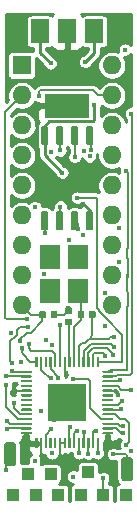
<source format=gbr>
G04 #@! TF.GenerationSoftware,KiCad,Pcbnew,5.1.5+dfsg1-2build2*
G04 #@! TF.CreationDate,2023-02-09T08:11:11+00:00*
G04 #@! TF.ProjectId,video-ram-replacement,76696465-6f2d-4726-916d-2d7265706c61,rev?*
G04 #@! TF.SameCoordinates,Original*
G04 #@! TF.FileFunction,Copper,L1,Top*
G04 #@! TF.FilePolarity,Positive*
%FSLAX46Y46*%
G04 Gerber Fmt 4.6, Leading zero omitted, Abs format (unit mm)*
G04 Created by KiCad (PCBNEW 5.1.5+dfsg1-2build2) date 2023-02-09 08:11:11*
%MOMM*%
%LPD*%
G04 APERTURE LIST*
%ADD10R,1.000000X1.000000*%
%ADD11C,0.150000*%
%ADD12O,1.600000X1.600000*%
%ADD13R,1.600000X1.600000*%
%ADD14R,1.500000X2.000000*%
%ADD15R,3.800000X2.000000*%
%ADD16R,1.800000X2.100000*%
%ADD17C,0.400000*%
%ADD18C,0.250000*%
%ADD19C,0.200000*%
%ADD20C,0.300000*%
%ADD21C,0.254000*%
G04 APERTURE END LIST*
D10*
X185166000Y-161163000D03*
X181991000Y-161290000D03*
X180721000Y-163068000D03*
X178816000Y-163068000D03*
X180086000Y-161290000D03*
X182626000Y-163068000D03*
X188341000Y-163068000D03*
X184531000Y-163068000D03*
X186436000Y-163068000D03*
G04 #@! TA.AperFunction,SMDPad,CuDef*
D11*
G36*
X178836504Y-158640204D02*
G01*
X178860773Y-158643804D01*
X178884571Y-158649765D01*
X178907671Y-158658030D01*
X178929849Y-158668520D01*
X178950893Y-158681133D01*
X178970598Y-158695747D01*
X178988777Y-158712223D01*
X179005253Y-158730402D01*
X179019867Y-158750107D01*
X179032480Y-158771151D01*
X179042970Y-158793329D01*
X179051235Y-158816429D01*
X179057196Y-158840227D01*
X179060796Y-158864496D01*
X179062000Y-158889000D01*
X179062000Y-160389000D01*
X179060796Y-160413504D01*
X179057196Y-160437773D01*
X179051235Y-160461571D01*
X179042970Y-160484671D01*
X179032480Y-160506849D01*
X179019867Y-160527893D01*
X179005253Y-160547598D01*
X178988777Y-160565777D01*
X178970598Y-160582253D01*
X178950893Y-160596867D01*
X178929849Y-160609480D01*
X178907671Y-160619970D01*
X178884571Y-160628235D01*
X178860773Y-160634196D01*
X178836504Y-160637796D01*
X178812000Y-160639000D01*
X178312000Y-160639000D01*
X178287496Y-160637796D01*
X178263227Y-160634196D01*
X178239429Y-160628235D01*
X178216329Y-160619970D01*
X178194151Y-160609480D01*
X178173107Y-160596867D01*
X178153402Y-160582253D01*
X178135223Y-160565777D01*
X178118747Y-160547598D01*
X178104133Y-160527893D01*
X178091520Y-160506849D01*
X178081030Y-160484671D01*
X178072765Y-160461571D01*
X178066804Y-160437773D01*
X178063204Y-160413504D01*
X178062000Y-160389000D01*
X178062000Y-158889000D01*
X178063204Y-158864496D01*
X178066804Y-158840227D01*
X178072765Y-158816429D01*
X178081030Y-158793329D01*
X178091520Y-158771151D01*
X178104133Y-158750107D01*
X178118747Y-158730402D01*
X178135223Y-158712223D01*
X178153402Y-158695747D01*
X178173107Y-158681133D01*
X178194151Y-158668520D01*
X178216329Y-158658030D01*
X178239429Y-158649765D01*
X178263227Y-158643804D01*
X178287496Y-158640204D01*
X178312000Y-158639000D01*
X178812000Y-158639000D01*
X178836504Y-158640204D01*
G37*
G04 #@! TD.AperFunction*
G04 #@! TA.AperFunction,SMDPad,CuDef*
G36*
X188742504Y-159910204D02*
G01*
X188766773Y-159913804D01*
X188790571Y-159919765D01*
X188813671Y-159928030D01*
X188835849Y-159938520D01*
X188856893Y-159951133D01*
X188876598Y-159965747D01*
X188894777Y-159982223D01*
X188911253Y-160000402D01*
X188925867Y-160020107D01*
X188938480Y-160041151D01*
X188948970Y-160063329D01*
X188957235Y-160086429D01*
X188963196Y-160110227D01*
X188966796Y-160134496D01*
X188968000Y-160159000D01*
X188968000Y-161659000D01*
X188966796Y-161683504D01*
X188963196Y-161707773D01*
X188957235Y-161731571D01*
X188948970Y-161754671D01*
X188938480Y-161776849D01*
X188925867Y-161797893D01*
X188911253Y-161817598D01*
X188894777Y-161835777D01*
X188876598Y-161852253D01*
X188856893Y-161866867D01*
X188835849Y-161879480D01*
X188813671Y-161889970D01*
X188790571Y-161898235D01*
X188766773Y-161904196D01*
X188742504Y-161907796D01*
X188718000Y-161909000D01*
X188218000Y-161909000D01*
X188193496Y-161907796D01*
X188169227Y-161904196D01*
X188145429Y-161898235D01*
X188122329Y-161889970D01*
X188100151Y-161879480D01*
X188079107Y-161866867D01*
X188059402Y-161852253D01*
X188041223Y-161835777D01*
X188024747Y-161817598D01*
X188010133Y-161797893D01*
X187997520Y-161776849D01*
X187987030Y-161754671D01*
X187978765Y-161731571D01*
X187972804Y-161707773D01*
X187969204Y-161683504D01*
X187968000Y-161659000D01*
X187968000Y-160159000D01*
X187969204Y-160134496D01*
X187972804Y-160110227D01*
X187978765Y-160086429D01*
X187987030Y-160063329D01*
X187997520Y-160041151D01*
X188010133Y-160020107D01*
X188024747Y-160000402D01*
X188041223Y-159982223D01*
X188059402Y-159965747D01*
X188079107Y-159951133D01*
X188100151Y-159938520D01*
X188122329Y-159928030D01*
X188145429Y-159919765D01*
X188169227Y-159913804D01*
X188193496Y-159910204D01*
X188218000Y-159909000D01*
X188718000Y-159909000D01*
X188742504Y-159910204D01*
G37*
G04 #@! TD.AperFunction*
D12*
X187176000Y-126732000D03*
X179556000Y-147052000D03*
X187176000Y-129272000D03*
X179556000Y-144512000D03*
X187176000Y-131812000D03*
X179556000Y-141972000D03*
X187176000Y-134352000D03*
X179556000Y-139432000D03*
X187176000Y-136892000D03*
X179556000Y-136892000D03*
X187176000Y-139432000D03*
X179556000Y-134352000D03*
X187176000Y-141972000D03*
X179556000Y-131812000D03*
X187176000Y-144512000D03*
X179556000Y-129272000D03*
X187176000Y-147052000D03*
D13*
X179556000Y-126732000D03*
D14*
X185688000Y-123850000D03*
X181088000Y-123850000D03*
X183388000Y-123850000D03*
D15*
X183388000Y-130150000D03*
G04 #@! TA.AperFunction,SMDPad,CuDef*
D11*
G36*
X185457703Y-139071722D02*
G01*
X185472264Y-139073882D01*
X185486543Y-139077459D01*
X185500403Y-139082418D01*
X185513710Y-139088712D01*
X185526336Y-139096280D01*
X185538159Y-139105048D01*
X185549066Y-139114934D01*
X185558952Y-139125841D01*
X185567720Y-139137664D01*
X185575288Y-139150290D01*
X185581582Y-139163597D01*
X185586541Y-139177457D01*
X185590118Y-139191736D01*
X185592278Y-139206297D01*
X185593000Y-139221000D01*
X185593000Y-140521000D01*
X185592278Y-140535703D01*
X185590118Y-140550264D01*
X185586541Y-140564543D01*
X185581582Y-140578403D01*
X185575288Y-140591710D01*
X185567720Y-140604336D01*
X185558952Y-140616159D01*
X185549066Y-140627066D01*
X185538159Y-140636952D01*
X185526336Y-140645720D01*
X185513710Y-140653288D01*
X185500403Y-140659582D01*
X185486543Y-140664541D01*
X185472264Y-140668118D01*
X185457703Y-140670278D01*
X185443000Y-140671000D01*
X185143000Y-140671000D01*
X185128297Y-140670278D01*
X185113736Y-140668118D01*
X185099457Y-140664541D01*
X185085597Y-140659582D01*
X185072290Y-140653288D01*
X185059664Y-140645720D01*
X185047841Y-140636952D01*
X185036934Y-140627066D01*
X185027048Y-140616159D01*
X185018280Y-140604336D01*
X185010712Y-140591710D01*
X185004418Y-140578403D01*
X184999459Y-140564543D01*
X184995882Y-140550264D01*
X184993722Y-140535703D01*
X184993000Y-140521000D01*
X184993000Y-139221000D01*
X184993722Y-139206297D01*
X184995882Y-139191736D01*
X184999459Y-139177457D01*
X185004418Y-139163597D01*
X185010712Y-139150290D01*
X185018280Y-139137664D01*
X185027048Y-139125841D01*
X185036934Y-139114934D01*
X185047841Y-139105048D01*
X185059664Y-139096280D01*
X185072290Y-139088712D01*
X185085597Y-139082418D01*
X185099457Y-139077459D01*
X185113736Y-139073882D01*
X185128297Y-139071722D01*
X185143000Y-139071000D01*
X185443000Y-139071000D01*
X185457703Y-139071722D01*
G37*
G04 #@! TD.AperFunction*
G04 #@! TA.AperFunction,SMDPad,CuDef*
G36*
X184187703Y-139071722D02*
G01*
X184202264Y-139073882D01*
X184216543Y-139077459D01*
X184230403Y-139082418D01*
X184243710Y-139088712D01*
X184256336Y-139096280D01*
X184268159Y-139105048D01*
X184279066Y-139114934D01*
X184288952Y-139125841D01*
X184297720Y-139137664D01*
X184305288Y-139150290D01*
X184311582Y-139163597D01*
X184316541Y-139177457D01*
X184320118Y-139191736D01*
X184322278Y-139206297D01*
X184323000Y-139221000D01*
X184323000Y-140521000D01*
X184322278Y-140535703D01*
X184320118Y-140550264D01*
X184316541Y-140564543D01*
X184311582Y-140578403D01*
X184305288Y-140591710D01*
X184297720Y-140604336D01*
X184288952Y-140616159D01*
X184279066Y-140627066D01*
X184268159Y-140636952D01*
X184256336Y-140645720D01*
X184243710Y-140653288D01*
X184230403Y-140659582D01*
X184216543Y-140664541D01*
X184202264Y-140668118D01*
X184187703Y-140670278D01*
X184173000Y-140671000D01*
X183873000Y-140671000D01*
X183858297Y-140670278D01*
X183843736Y-140668118D01*
X183829457Y-140664541D01*
X183815597Y-140659582D01*
X183802290Y-140653288D01*
X183789664Y-140645720D01*
X183777841Y-140636952D01*
X183766934Y-140627066D01*
X183757048Y-140616159D01*
X183748280Y-140604336D01*
X183740712Y-140591710D01*
X183734418Y-140578403D01*
X183729459Y-140564543D01*
X183725882Y-140550264D01*
X183723722Y-140535703D01*
X183723000Y-140521000D01*
X183723000Y-139221000D01*
X183723722Y-139206297D01*
X183725882Y-139191736D01*
X183729459Y-139177457D01*
X183734418Y-139163597D01*
X183740712Y-139150290D01*
X183748280Y-139137664D01*
X183757048Y-139125841D01*
X183766934Y-139114934D01*
X183777841Y-139105048D01*
X183789664Y-139096280D01*
X183802290Y-139088712D01*
X183815597Y-139082418D01*
X183829457Y-139077459D01*
X183843736Y-139073882D01*
X183858297Y-139071722D01*
X183873000Y-139071000D01*
X184173000Y-139071000D01*
X184187703Y-139071722D01*
G37*
G04 #@! TD.AperFunction*
G04 #@! TA.AperFunction,SMDPad,CuDef*
G36*
X182917703Y-139071722D02*
G01*
X182932264Y-139073882D01*
X182946543Y-139077459D01*
X182960403Y-139082418D01*
X182973710Y-139088712D01*
X182986336Y-139096280D01*
X182998159Y-139105048D01*
X183009066Y-139114934D01*
X183018952Y-139125841D01*
X183027720Y-139137664D01*
X183035288Y-139150290D01*
X183041582Y-139163597D01*
X183046541Y-139177457D01*
X183050118Y-139191736D01*
X183052278Y-139206297D01*
X183053000Y-139221000D01*
X183053000Y-140521000D01*
X183052278Y-140535703D01*
X183050118Y-140550264D01*
X183046541Y-140564543D01*
X183041582Y-140578403D01*
X183035288Y-140591710D01*
X183027720Y-140604336D01*
X183018952Y-140616159D01*
X183009066Y-140627066D01*
X182998159Y-140636952D01*
X182986336Y-140645720D01*
X182973710Y-140653288D01*
X182960403Y-140659582D01*
X182946543Y-140664541D01*
X182932264Y-140668118D01*
X182917703Y-140670278D01*
X182903000Y-140671000D01*
X182603000Y-140671000D01*
X182588297Y-140670278D01*
X182573736Y-140668118D01*
X182559457Y-140664541D01*
X182545597Y-140659582D01*
X182532290Y-140653288D01*
X182519664Y-140645720D01*
X182507841Y-140636952D01*
X182496934Y-140627066D01*
X182487048Y-140616159D01*
X182478280Y-140604336D01*
X182470712Y-140591710D01*
X182464418Y-140578403D01*
X182459459Y-140564543D01*
X182455882Y-140550264D01*
X182453722Y-140535703D01*
X182453000Y-140521000D01*
X182453000Y-139221000D01*
X182453722Y-139206297D01*
X182455882Y-139191736D01*
X182459459Y-139177457D01*
X182464418Y-139163597D01*
X182470712Y-139150290D01*
X182478280Y-139137664D01*
X182487048Y-139125841D01*
X182496934Y-139114934D01*
X182507841Y-139105048D01*
X182519664Y-139096280D01*
X182532290Y-139088712D01*
X182545597Y-139082418D01*
X182559457Y-139077459D01*
X182573736Y-139073882D01*
X182588297Y-139071722D01*
X182603000Y-139071000D01*
X182903000Y-139071000D01*
X182917703Y-139071722D01*
G37*
G04 #@! TD.AperFunction*
G04 #@! TA.AperFunction,SMDPad,CuDef*
G36*
X181647703Y-139071722D02*
G01*
X181662264Y-139073882D01*
X181676543Y-139077459D01*
X181690403Y-139082418D01*
X181703710Y-139088712D01*
X181716336Y-139096280D01*
X181728159Y-139105048D01*
X181739066Y-139114934D01*
X181748952Y-139125841D01*
X181757720Y-139137664D01*
X181765288Y-139150290D01*
X181771582Y-139163597D01*
X181776541Y-139177457D01*
X181780118Y-139191736D01*
X181782278Y-139206297D01*
X181783000Y-139221000D01*
X181783000Y-140521000D01*
X181782278Y-140535703D01*
X181780118Y-140550264D01*
X181776541Y-140564543D01*
X181771582Y-140578403D01*
X181765288Y-140591710D01*
X181757720Y-140604336D01*
X181748952Y-140616159D01*
X181739066Y-140627066D01*
X181728159Y-140636952D01*
X181716336Y-140645720D01*
X181703710Y-140653288D01*
X181690403Y-140659582D01*
X181676543Y-140664541D01*
X181662264Y-140668118D01*
X181647703Y-140670278D01*
X181633000Y-140671000D01*
X181333000Y-140671000D01*
X181318297Y-140670278D01*
X181303736Y-140668118D01*
X181289457Y-140664541D01*
X181275597Y-140659582D01*
X181262290Y-140653288D01*
X181249664Y-140645720D01*
X181237841Y-140636952D01*
X181226934Y-140627066D01*
X181217048Y-140616159D01*
X181208280Y-140604336D01*
X181200712Y-140591710D01*
X181194418Y-140578403D01*
X181189459Y-140564543D01*
X181185882Y-140550264D01*
X181183722Y-140535703D01*
X181183000Y-140521000D01*
X181183000Y-139221000D01*
X181183722Y-139206297D01*
X181185882Y-139191736D01*
X181189459Y-139177457D01*
X181194418Y-139163597D01*
X181200712Y-139150290D01*
X181208280Y-139137664D01*
X181217048Y-139125841D01*
X181226934Y-139114934D01*
X181237841Y-139105048D01*
X181249664Y-139096280D01*
X181262290Y-139088712D01*
X181275597Y-139082418D01*
X181289457Y-139077459D01*
X181303736Y-139073882D01*
X181318297Y-139071722D01*
X181333000Y-139071000D01*
X181633000Y-139071000D01*
X181647703Y-139071722D01*
G37*
G04 #@! TD.AperFunction*
G04 #@! TA.AperFunction,SMDPad,CuDef*
G36*
X181647703Y-131871722D02*
G01*
X181662264Y-131873882D01*
X181676543Y-131877459D01*
X181690403Y-131882418D01*
X181703710Y-131888712D01*
X181716336Y-131896280D01*
X181728159Y-131905048D01*
X181739066Y-131914934D01*
X181748952Y-131925841D01*
X181757720Y-131937664D01*
X181765288Y-131950290D01*
X181771582Y-131963597D01*
X181776541Y-131977457D01*
X181780118Y-131991736D01*
X181782278Y-132006297D01*
X181783000Y-132021000D01*
X181783000Y-133321000D01*
X181782278Y-133335703D01*
X181780118Y-133350264D01*
X181776541Y-133364543D01*
X181771582Y-133378403D01*
X181765288Y-133391710D01*
X181757720Y-133404336D01*
X181748952Y-133416159D01*
X181739066Y-133427066D01*
X181728159Y-133436952D01*
X181716336Y-133445720D01*
X181703710Y-133453288D01*
X181690403Y-133459582D01*
X181676543Y-133464541D01*
X181662264Y-133468118D01*
X181647703Y-133470278D01*
X181633000Y-133471000D01*
X181333000Y-133471000D01*
X181318297Y-133470278D01*
X181303736Y-133468118D01*
X181289457Y-133464541D01*
X181275597Y-133459582D01*
X181262290Y-133453288D01*
X181249664Y-133445720D01*
X181237841Y-133436952D01*
X181226934Y-133427066D01*
X181217048Y-133416159D01*
X181208280Y-133404336D01*
X181200712Y-133391710D01*
X181194418Y-133378403D01*
X181189459Y-133364543D01*
X181185882Y-133350264D01*
X181183722Y-133335703D01*
X181183000Y-133321000D01*
X181183000Y-132021000D01*
X181183722Y-132006297D01*
X181185882Y-131991736D01*
X181189459Y-131977457D01*
X181194418Y-131963597D01*
X181200712Y-131950290D01*
X181208280Y-131937664D01*
X181217048Y-131925841D01*
X181226934Y-131914934D01*
X181237841Y-131905048D01*
X181249664Y-131896280D01*
X181262290Y-131888712D01*
X181275597Y-131882418D01*
X181289457Y-131877459D01*
X181303736Y-131873882D01*
X181318297Y-131871722D01*
X181333000Y-131871000D01*
X181633000Y-131871000D01*
X181647703Y-131871722D01*
G37*
G04 #@! TD.AperFunction*
G04 #@! TA.AperFunction,SMDPad,CuDef*
G36*
X182917703Y-131871722D02*
G01*
X182932264Y-131873882D01*
X182946543Y-131877459D01*
X182960403Y-131882418D01*
X182973710Y-131888712D01*
X182986336Y-131896280D01*
X182998159Y-131905048D01*
X183009066Y-131914934D01*
X183018952Y-131925841D01*
X183027720Y-131937664D01*
X183035288Y-131950290D01*
X183041582Y-131963597D01*
X183046541Y-131977457D01*
X183050118Y-131991736D01*
X183052278Y-132006297D01*
X183053000Y-132021000D01*
X183053000Y-133321000D01*
X183052278Y-133335703D01*
X183050118Y-133350264D01*
X183046541Y-133364543D01*
X183041582Y-133378403D01*
X183035288Y-133391710D01*
X183027720Y-133404336D01*
X183018952Y-133416159D01*
X183009066Y-133427066D01*
X182998159Y-133436952D01*
X182986336Y-133445720D01*
X182973710Y-133453288D01*
X182960403Y-133459582D01*
X182946543Y-133464541D01*
X182932264Y-133468118D01*
X182917703Y-133470278D01*
X182903000Y-133471000D01*
X182603000Y-133471000D01*
X182588297Y-133470278D01*
X182573736Y-133468118D01*
X182559457Y-133464541D01*
X182545597Y-133459582D01*
X182532290Y-133453288D01*
X182519664Y-133445720D01*
X182507841Y-133436952D01*
X182496934Y-133427066D01*
X182487048Y-133416159D01*
X182478280Y-133404336D01*
X182470712Y-133391710D01*
X182464418Y-133378403D01*
X182459459Y-133364543D01*
X182455882Y-133350264D01*
X182453722Y-133335703D01*
X182453000Y-133321000D01*
X182453000Y-132021000D01*
X182453722Y-132006297D01*
X182455882Y-131991736D01*
X182459459Y-131977457D01*
X182464418Y-131963597D01*
X182470712Y-131950290D01*
X182478280Y-131937664D01*
X182487048Y-131925841D01*
X182496934Y-131914934D01*
X182507841Y-131905048D01*
X182519664Y-131896280D01*
X182532290Y-131888712D01*
X182545597Y-131882418D01*
X182559457Y-131877459D01*
X182573736Y-131873882D01*
X182588297Y-131871722D01*
X182603000Y-131871000D01*
X182903000Y-131871000D01*
X182917703Y-131871722D01*
G37*
G04 #@! TD.AperFunction*
G04 #@! TA.AperFunction,SMDPad,CuDef*
G36*
X184187703Y-131871722D02*
G01*
X184202264Y-131873882D01*
X184216543Y-131877459D01*
X184230403Y-131882418D01*
X184243710Y-131888712D01*
X184256336Y-131896280D01*
X184268159Y-131905048D01*
X184279066Y-131914934D01*
X184288952Y-131925841D01*
X184297720Y-131937664D01*
X184305288Y-131950290D01*
X184311582Y-131963597D01*
X184316541Y-131977457D01*
X184320118Y-131991736D01*
X184322278Y-132006297D01*
X184323000Y-132021000D01*
X184323000Y-133321000D01*
X184322278Y-133335703D01*
X184320118Y-133350264D01*
X184316541Y-133364543D01*
X184311582Y-133378403D01*
X184305288Y-133391710D01*
X184297720Y-133404336D01*
X184288952Y-133416159D01*
X184279066Y-133427066D01*
X184268159Y-133436952D01*
X184256336Y-133445720D01*
X184243710Y-133453288D01*
X184230403Y-133459582D01*
X184216543Y-133464541D01*
X184202264Y-133468118D01*
X184187703Y-133470278D01*
X184173000Y-133471000D01*
X183873000Y-133471000D01*
X183858297Y-133470278D01*
X183843736Y-133468118D01*
X183829457Y-133464541D01*
X183815597Y-133459582D01*
X183802290Y-133453288D01*
X183789664Y-133445720D01*
X183777841Y-133436952D01*
X183766934Y-133427066D01*
X183757048Y-133416159D01*
X183748280Y-133404336D01*
X183740712Y-133391710D01*
X183734418Y-133378403D01*
X183729459Y-133364543D01*
X183725882Y-133350264D01*
X183723722Y-133335703D01*
X183723000Y-133321000D01*
X183723000Y-132021000D01*
X183723722Y-132006297D01*
X183725882Y-131991736D01*
X183729459Y-131977457D01*
X183734418Y-131963597D01*
X183740712Y-131950290D01*
X183748280Y-131937664D01*
X183757048Y-131925841D01*
X183766934Y-131914934D01*
X183777841Y-131905048D01*
X183789664Y-131896280D01*
X183802290Y-131888712D01*
X183815597Y-131882418D01*
X183829457Y-131877459D01*
X183843736Y-131873882D01*
X183858297Y-131871722D01*
X183873000Y-131871000D01*
X184173000Y-131871000D01*
X184187703Y-131871722D01*
G37*
G04 #@! TD.AperFunction*
G04 #@! TA.AperFunction,SMDPad,CuDef*
G36*
X185457703Y-131871722D02*
G01*
X185472264Y-131873882D01*
X185486543Y-131877459D01*
X185500403Y-131882418D01*
X185513710Y-131888712D01*
X185526336Y-131896280D01*
X185538159Y-131905048D01*
X185549066Y-131914934D01*
X185558952Y-131925841D01*
X185567720Y-131937664D01*
X185575288Y-131950290D01*
X185581582Y-131963597D01*
X185586541Y-131977457D01*
X185590118Y-131991736D01*
X185592278Y-132006297D01*
X185593000Y-132021000D01*
X185593000Y-133321000D01*
X185592278Y-133335703D01*
X185590118Y-133350264D01*
X185586541Y-133364543D01*
X185581582Y-133378403D01*
X185575288Y-133391710D01*
X185567720Y-133404336D01*
X185558952Y-133416159D01*
X185549066Y-133427066D01*
X185538159Y-133436952D01*
X185526336Y-133445720D01*
X185513710Y-133453288D01*
X185500403Y-133459582D01*
X185486543Y-133464541D01*
X185472264Y-133468118D01*
X185457703Y-133470278D01*
X185443000Y-133471000D01*
X185143000Y-133471000D01*
X185128297Y-133470278D01*
X185113736Y-133468118D01*
X185099457Y-133464541D01*
X185085597Y-133459582D01*
X185072290Y-133453288D01*
X185059664Y-133445720D01*
X185047841Y-133436952D01*
X185036934Y-133427066D01*
X185027048Y-133416159D01*
X185018280Y-133404336D01*
X185010712Y-133391710D01*
X185004418Y-133378403D01*
X184999459Y-133364543D01*
X184995882Y-133350264D01*
X184993722Y-133335703D01*
X184993000Y-133321000D01*
X184993000Y-132021000D01*
X184993722Y-132006297D01*
X184995882Y-131991736D01*
X184999459Y-131977457D01*
X185004418Y-131963597D01*
X185010712Y-131950290D01*
X185018280Y-131937664D01*
X185027048Y-131925841D01*
X185036934Y-131914934D01*
X185047841Y-131905048D01*
X185059664Y-131896280D01*
X185072290Y-131888712D01*
X185085597Y-131882418D01*
X185099457Y-131877459D01*
X185113736Y-131873882D01*
X185128297Y-131871722D01*
X185143000Y-131871000D01*
X185443000Y-131871000D01*
X185457703Y-131871722D01*
G37*
G04 #@! TD.AperFunction*
G04 #@! TA.AperFunction,SMDPad,CuDef*
G36*
X184858114Y-153670893D02*
G01*
X184872093Y-153672967D01*
X184885801Y-153676401D01*
X184899106Y-153681161D01*
X184911881Y-153687203D01*
X184924002Y-153694468D01*
X184935353Y-153702886D01*
X184945823Y-153712377D01*
X184955314Y-153722847D01*
X184963732Y-153734198D01*
X184970997Y-153746319D01*
X184977039Y-153759094D01*
X184981799Y-153772399D01*
X184985233Y-153786107D01*
X184987307Y-153800086D01*
X184988000Y-153814200D01*
X184988000Y-156726200D01*
X184987307Y-156740314D01*
X184985233Y-156754293D01*
X184981799Y-156768001D01*
X184977039Y-156781306D01*
X184970997Y-156794081D01*
X184963732Y-156806202D01*
X184955314Y-156817553D01*
X184945823Y-156828023D01*
X184935353Y-156837514D01*
X184924002Y-156845932D01*
X184911881Y-156853197D01*
X184899106Y-156859239D01*
X184885801Y-156863999D01*
X184872093Y-156867433D01*
X184858114Y-156869507D01*
X184844000Y-156870200D01*
X181932000Y-156870200D01*
X181917886Y-156869507D01*
X181903907Y-156867433D01*
X181890199Y-156863999D01*
X181876894Y-156859239D01*
X181864119Y-156853197D01*
X181851998Y-156845932D01*
X181840647Y-156837514D01*
X181830177Y-156828023D01*
X181820686Y-156817553D01*
X181812268Y-156806202D01*
X181805003Y-156794081D01*
X181798961Y-156781306D01*
X181794201Y-156768001D01*
X181790767Y-156754293D01*
X181788693Y-156740314D01*
X181788000Y-156726200D01*
X181788000Y-153814200D01*
X181788693Y-153800086D01*
X181790767Y-153786107D01*
X181794201Y-153772399D01*
X181798961Y-153759094D01*
X181805003Y-153746319D01*
X181812268Y-153734198D01*
X181820686Y-153722847D01*
X181830177Y-153712377D01*
X181840647Y-153702886D01*
X181851998Y-153694468D01*
X181864119Y-153687203D01*
X181876894Y-153681161D01*
X181890199Y-153676401D01*
X181903907Y-153672967D01*
X181917886Y-153670893D01*
X181932000Y-153670200D01*
X184844000Y-153670200D01*
X184858114Y-153670893D01*
G37*
G04 #@! TD.AperFunction*
G04 #@! TA.AperFunction,SMDPad,CuDef*
G36*
X187217901Y-157770441D02*
G01*
X187222755Y-157771161D01*
X187227514Y-157772353D01*
X187232134Y-157774006D01*
X187236570Y-157776104D01*
X187240779Y-157778627D01*
X187244720Y-157781549D01*
X187248355Y-157784845D01*
X187251651Y-157788480D01*
X187254573Y-157792421D01*
X187257096Y-157796630D01*
X187259194Y-157801066D01*
X187260847Y-157805686D01*
X187262039Y-157810445D01*
X187262759Y-157815299D01*
X187263000Y-157820200D01*
X187263000Y-157920200D01*
X187262759Y-157925101D01*
X187262039Y-157929955D01*
X187260847Y-157934714D01*
X187259194Y-157939334D01*
X187257096Y-157943770D01*
X187254573Y-157947979D01*
X187251651Y-157951920D01*
X187248355Y-157955555D01*
X187244720Y-157958851D01*
X187240779Y-157961773D01*
X187236570Y-157964296D01*
X187232134Y-157966394D01*
X187227514Y-157968047D01*
X187222755Y-157969239D01*
X187217901Y-157969959D01*
X187213000Y-157970200D01*
X186438000Y-157970200D01*
X186433099Y-157969959D01*
X186428245Y-157969239D01*
X186423486Y-157968047D01*
X186418866Y-157966394D01*
X186414430Y-157964296D01*
X186410221Y-157961773D01*
X186406280Y-157958851D01*
X186402645Y-157955555D01*
X186399349Y-157951920D01*
X186396427Y-157947979D01*
X186393904Y-157943770D01*
X186391806Y-157939334D01*
X186390153Y-157934714D01*
X186388961Y-157929955D01*
X186388241Y-157925101D01*
X186388000Y-157920200D01*
X186388000Y-157820200D01*
X186388241Y-157815299D01*
X186388961Y-157810445D01*
X186390153Y-157805686D01*
X186391806Y-157801066D01*
X186393904Y-157796630D01*
X186396427Y-157792421D01*
X186399349Y-157788480D01*
X186402645Y-157784845D01*
X186406280Y-157781549D01*
X186410221Y-157778627D01*
X186414430Y-157776104D01*
X186418866Y-157774006D01*
X186423486Y-157772353D01*
X186428245Y-157771161D01*
X186433099Y-157770441D01*
X186438000Y-157770200D01*
X187213000Y-157770200D01*
X187217901Y-157770441D01*
G37*
G04 #@! TD.AperFunction*
G04 #@! TA.AperFunction,SMDPad,CuDef*
G36*
X187217901Y-157370441D02*
G01*
X187222755Y-157371161D01*
X187227514Y-157372353D01*
X187232134Y-157374006D01*
X187236570Y-157376104D01*
X187240779Y-157378627D01*
X187244720Y-157381549D01*
X187248355Y-157384845D01*
X187251651Y-157388480D01*
X187254573Y-157392421D01*
X187257096Y-157396630D01*
X187259194Y-157401066D01*
X187260847Y-157405686D01*
X187262039Y-157410445D01*
X187262759Y-157415299D01*
X187263000Y-157420200D01*
X187263000Y-157520200D01*
X187262759Y-157525101D01*
X187262039Y-157529955D01*
X187260847Y-157534714D01*
X187259194Y-157539334D01*
X187257096Y-157543770D01*
X187254573Y-157547979D01*
X187251651Y-157551920D01*
X187248355Y-157555555D01*
X187244720Y-157558851D01*
X187240779Y-157561773D01*
X187236570Y-157564296D01*
X187232134Y-157566394D01*
X187227514Y-157568047D01*
X187222755Y-157569239D01*
X187217901Y-157569959D01*
X187213000Y-157570200D01*
X186438000Y-157570200D01*
X186433099Y-157569959D01*
X186428245Y-157569239D01*
X186423486Y-157568047D01*
X186418866Y-157566394D01*
X186414430Y-157564296D01*
X186410221Y-157561773D01*
X186406280Y-157558851D01*
X186402645Y-157555555D01*
X186399349Y-157551920D01*
X186396427Y-157547979D01*
X186393904Y-157543770D01*
X186391806Y-157539334D01*
X186390153Y-157534714D01*
X186388961Y-157529955D01*
X186388241Y-157525101D01*
X186388000Y-157520200D01*
X186388000Y-157420200D01*
X186388241Y-157415299D01*
X186388961Y-157410445D01*
X186390153Y-157405686D01*
X186391806Y-157401066D01*
X186393904Y-157396630D01*
X186396427Y-157392421D01*
X186399349Y-157388480D01*
X186402645Y-157384845D01*
X186406280Y-157381549D01*
X186410221Y-157378627D01*
X186414430Y-157376104D01*
X186418866Y-157374006D01*
X186423486Y-157372353D01*
X186428245Y-157371161D01*
X186433099Y-157370441D01*
X186438000Y-157370200D01*
X187213000Y-157370200D01*
X187217901Y-157370441D01*
G37*
G04 #@! TD.AperFunction*
G04 #@! TA.AperFunction,SMDPad,CuDef*
G36*
X187217901Y-156970441D02*
G01*
X187222755Y-156971161D01*
X187227514Y-156972353D01*
X187232134Y-156974006D01*
X187236570Y-156976104D01*
X187240779Y-156978627D01*
X187244720Y-156981549D01*
X187248355Y-156984845D01*
X187251651Y-156988480D01*
X187254573Y-156992421D01*
X187257096Y-156996630D01*
X187259194Y-157001066D01*
X187260847Y-157005686D01*
X187262039Y-157010445D01*
X187262759Y-157015299D01*
X187263000Y-157020200D01*
X187263000Y-157120200D01*
X187262759Y-157125101D01*
X187262039Y-157129955D01*
X187260847Y-157134714D01*
X187259194Y-157139334D01*
X187257096Y-157143770D01*
X187254573Y-157147979D01*
X187251651Y-157151920D01*
X187248355Y-157155555D01*
X187244720Y-157158851D01*
X187240779Y-157161773D01*
X187236570Y-157164296D01*
X187232134Y-157166394D01*
X187227514Y-157168047D01*
X187222755Y-157169239D01*
X187217901Y-157169959D01*
X187213000Y-157170200D01*
X186438000Y-157170200D01*
X186433099Y-157169959D01*
X186428245Y-157169239D01*
X186423486Y-157168047D01*
X186418866Y-157166394D01*
X186414430Y-157164296D01*
X186410221Y-157161773D01*
X186406280Y-157158851D01*
X186402645Y-157155555D01*
X186399349Y-157151920D01*
X186396427Y-157147979D01*
X186393904Y-157143770D01*
X186391806Y-157139334D01*
X186390153Y-157134714D01*
X186388961Y-157129955D01*
X186388241Y-157125101D01*
X186388000Y-157120200D01*
X186388000Y-157020200D01*
X186388241Y-157015299D01*
X186388961Y-157010445D01*
X186390153Y-157005686D01*
X186391806Y-157001066D01*
X186393904Y-156996630D01*
X186396427Y-156992421D01*
X186399349Y-156988480D01*
X186402645Y-156984845D01*
X186406280Y-156981549D01*
X186410221Y-156978627D01*
X186414430Y-156976104D01*
X186418866Y-156974006D01*
X186423486Y-156972353D01*
X186428245Y-156971161D01*
X186433099Y-156970441D01*
X186438000Y-156970200D01*
X187213000Y-156970200D01*
X187217901Y-156970441D01*
G37*
G04 #@! TD.AperFunction*
G04 #@! TA.AperFunction,SMDPad,CuDef*
G36*
X187217901Y-156570441D02*
G01*
X187222755Y-156571161D01*
X187227514Y-156572353D01*
X187232134Y-156574006D01*
X187236570Y-156576104D01*
X187240779Y-156578627D01*
X187244720Y-156581549D01*
X187248355Y-156584845D01*
X187251651Y-156588480D01*
X187254573Y-156592421D01*
X187257096Y-156596630D01*
X187259194Y-156601066D01*
X187260847Y-156605686D01*
X187262039Y-156610445D01*
X187262759Y-156615299D01*
X187263000Y-156620200D01*
X187263000Y-156720200D01*
X187262759Y-156725101D01*
X187262039Y-156729955D01*
X187260847Y-156734714D01*
X187259194Y-156739334D01*
X187257096Y-156743770D01*
X187254573Y-156747979D01*
X187251651Y-156751920D01*
X187248355Y-156755555D01*
X187244720Y-156758851D01*
X187240779Y-156761773D01*
X187236570Y-156764296D01*
X187232134Y-156766394D01*
X187227514Y-156768047D01*
X187222755Y-156769239D01*
X187217901Y-156769959D01*
X187213000Y-156770200D01*
X186438000Y-156770200D01*
X186433099Y-156769959D01*
X186428245Y-156769239D01*
X186423486Y-156768047D01*
X186418866Y-156766394D01*
X186414430Y-156764296D01*
X186410221Y-156761773D01*
X186406280Y-156758851D01*
X186402645Y-156755555D01*
X186399349Y-156751920D01*
X186396427Y-156747979D01*
X186393904Y-156743770D01*
X186391806Y-156739334D01*
X186390153Y-156734714D01*
X186388961Y-156729955D01*
X186388241Y-156725101D01*
X186388000Y-156720200D01*
X186388000Y-156620200D01*
X186388241Y-156615299D01*
X186388961Y-156610445D01*
X186390153Y-156605686D01*
X186391806Y-156601066D01*
X186393904Y-156596630D01*
X186396427Y-156592421D01*
X186399349Y-156588480D01*
X186402645Y-156584845D01*
X186406280Y-156581549D01*
X186410221Y-156578627D01*
X186414430Y-156576104D01*
X186418866Y-156574006D01*
X186423486Y-156572353D01*
X186428245Y-156571161D01*
X186433099Y-156570441D01*
X186438000Y-156570200D01*
X187213000Y-156570200D01*
X187217901Y-156570441D01*
G37*
G04 #@! TD.AperFunction*
G04 #@! TA.AperFunction,SMDPad,CuDef*
G36*
X187217901Y-156170441D02*
G01*
X187222755Y-156171161D01*
X187227514Y-156172353D01*
X187232134Y-156174006D01*
X187236570Y-156176104D01*
X187240779Y-156178627D01*
X187244720Y-156181549D01*
X187248355Y-156184845D01*
X187251651Y-156188480D01*
X187254573Y-156192421D01*
X187257096Y-156196630D01*
X187259194Y-156201066D01*
X187260847Y-156205686D01*
X187262039Y-156210445D01*
X187262759Y-156215299D01*
X187263000Y-156220200D01*
X187263000Y-156320200D01*
X187262759Y-156325101D01*
X187262039Y-156329955D01*
X187260847Y-156334714D01*
X187259194Y-156339334D01*
X187257096Y-156343770D01*
X187254573Y-156347979D01*
X187251651Y-156351920D01*
X187248355Y-156355555D01*
X187244720Y-156358851D01*
X187240779Y-156361773D01*
X187236570Y-156364296D01*
X187232134Y-156366394D01*
X187227514Y-156368047D01*
X187222755Y-156369239D01*
X187217901Y-156369959D01*
X187213000Y-156370200D01*
X186438000Y-156370200D01*
X186433099Y-156369959D01*
X186428245Y-156369239D01*
X186423486Y-156368047D01*
X186418866Y-156366394D01*
X186414430Y-156364296D01*
X186410221Y-156361773D01*
X186406280Y-156358851D01*
X186402645Y-156355555D01*
X186399349Y-156351920D01*
X186396427Y-156347979D01*
X186393904Y-156343770D01*
X186391806Y-156339334D01*
X186390153Y-156334714D01*
X186388961Y-156329955D01*
X186388241Y-156325101D01*
X186388000Y-156320200D01*
X186388000Y-156220200D01*
X186388241Y-156215299D01*
X186388961Y-156210445D01*
X186390153Y-156205686D01*
X186391806Y-156201066D01*
X186393904Y-156196630D01*
X186396427Y-156192421D01*
X186399349Y-156188480D01*
X186402645Y-156184845D01*
X186406280Y-156181549D01*
X186410221Y-156178627D01*
X186414430Y-156176104D01*
X186418866Y-156174006D01*
X186423486Y-156172353D01*
X186428245Y-156171161D01*
X186433099Y-156170441D01*
X186438000Y-156170200D01*
X187213000Y-156170200D01*
X187217901Y-156170441D01*
G37*
G04 #@! TD.AperFunction*
G04 #@! TA.AperFunction,SMDPad,CuDef*
G36*
X187217901Y-155770441D02*
G01*
X187222755Y-155771161D01*
X187227514Y-155772353D01*
X187232134Y-155774006D01*
X187236570Y-155776104D01*
X187240779Y-155778627D01*
X187244720Y-155781549D01*
X187248355Y-155784845D01*
X187251651Y-155788480D01*
X187254573Y-155792421D01*
X187257096Y-155796630D01*
X187259194Y-155801066D01*
X187260847Y-155805686D01*
X187262039Y-155810445D01*
X187262759Y-155815299D01*
X187263000Y-155820200D01*
X187263000Y-155920200D01*
X187262759Y-155925101D01*
X187262039Y-155929955D01*
X187260847Y-155934714D01*
X187259194Y-155939334D01*
X187257096Y-155943770D01*
X187254573Y-155947979D01*
X187251651Y-155951920D01*
X187248355Y-155955555D01*
X187244720Y-155958851D01*
X187240779Y-155961773D01*
X187236570Y-155964296D01*
X187232134Y-155966394D01*
X187227514Y-155968047D01*
X187222755Y-155969239D01*
X187217901Y-155969959D01*
X187213000Y-155970200D01*
X186438000Y-155970200D01*
X186433099Y-155969959D01*
X186428245Y-155969239D01*
X186423486Y-155968047D01*
X186418866Y-155966394D01*
X186414430Y-155964296D01*
X186410221Y-155961773D01*
X186406280Y-155958851D01*
X186402645Y-155955555D01*
X186399349Y-155951920D01*
X186396427Y-155947979D01*
X186393904Y-155943770D01*
X186391806Y-155939334D01*
X186390153Y-155934714D01*
X186388961Y-155929955D01*
X186388241Y-155925101D01*
X186388000Y-155920200D01*
X186388000Y-155820200D01*
X186388241Y-155815299D01*
X186388961Y-155810445D01*
X186390153Y-155805686D01*
X186391806Y-155801066D01*
X186393904Y-155796630D01*
X186396427Y-155792421D01*
X186399349Y-155788480D01*
X186402645Y-155784845D01*
X186406280Y-155781549D01*
X186410221Y-155778627D01*
X186414430Y-155776104D01*
X186418866Y-155774006D01*
X186423486Y-155772353D01*
X186428245Y-155771161D01*
X186433099Y-155770441D01*
X186438000Y-155770200D01*
X187213000Y-155770200D01*
X187217901Y-155770441D01*
G37*
G04 #@! TD.AperFunction*
G04 #@! TA.AperFunction,SMDPad,CuDef*
G36*
X187217901Y-155370441D02*
G01*
X187222755Y-155371161D01*
X187227514Y-155372353D01*
X187232134Y-155374006D01*
X187236570Y-155376104D01*
X187240779Y-155378627D01*
X187244720Y-155381549D01*
X187248355Y-155384845D01*
X187251651Y-155388480D01*
X187254573Y-155392421D01*
X187257096Y-155396630D01*
X187259194Y-155401066D01*
X187260847Y-155405686D01*
X187262039Y-155410445D01*
X187262759Y-155415299D01*
X187263000Y-155420200D01*
X187263000Y-155520200D01*
X187262759Y-155525101D01*
X187262039Y-155529955D01*
X187260847Y-155534714D01*
X187259194Y-155539334D01*
X187257096Y-155543770D01*
X187254573Y-155547979D01*
X187251651Y-155551920D01*
X187248355Y-155555555D01*
X187244720Y-155558851D01*
X187240779Y-155561773D01*
X187236570Y-155564296D01*
X187232134Y-155566394D01*
X187227514Y-155568047D01*
X187222755Y-155569239D01*
X187217901Y-155569959D01*
X187213000Y-155570200D01*
X186438000Y-155570200D01*
X186433099Y-155569959D01*
X186428245Y-155569239D01*
X186423486Y-155568047D01*
X186418866Y-155566394D01*
X186414430Y-155564296D01*
X186410221Y-155561773D01*
X186406280Y-155558851D01*
X186402645Y-155555555D01*
X186399349Y-155551920D01*
X186396427Y-155547979D01*
X186393904Y-155543770D01*
X186391806Y-155539334D01*
X186390153Y-155534714D01*
X186388961Y-155529955D01*
X186388241Y-155525101D01*
X186388000Y-155520200D01*
X186388000Y-155420200D01*
X186388241Y-155415299D01*
X186388961Y-155410445D01*
X186390153Y-155405686D01*
X186391806Y-155401066D01*
X186393904Y-155396630D01*
X186396427Y-155392421D01*
X186399349Y-155388480D01*
X186402645Y-155384845D01*
X186406280Y-155381549D01*
X186410221Y-155378627D01*
X186414430Y-155376104D01*
X186418866Y-155374006D01*
X186423486Y-155372353D01*
X186428245Y-155371161D01*
X186433099Y-155370441D01*
X186438000Y-155370200D01*
X187213000Y-155370200D01*
X187217901Y-155370441D01*
G37*
G04 #@! TD.AperFunction*
G04 #@! TA.AperFunction,SMDPad,CuDef*
G36*
X187217901Y-154970441D02*
G01*
X187222755Y-154971161D01*
X187227514Y-154972353D01*
X187232134Y-154974006D01*
X187236570Y-154976104D01*
X187240779Y-154978627D01*
X187244720Y-154981549D01*
X187248355Y-154984845D01*
X187251651Y-154988480D01*
X187254573Y-154992421D01*
X187257096Y-154996630D01*
X187259194Y-155001066D01*
X187260847Y-155005686D01*
X187262039Y-155010445D01*
X187262759Y-155015299D01*
X187263000Y-155020200D01*
X187263000Y-155120200D01*
X187262759Y-155125101D01*
X187262039Y-155129955D01*
X187260847Y-155134714D01*
X187259194Y-155139334D01*
X187257096Y-155143770D01*
X187254573Y-155147979D01*
X187251651Y-155151920D01*
X187248355Y-155155555D01*
X187244720Y-155158851D01*
X187240779Y-155161773D01*
X187236570Y-155164296D01*
X187232134Y-155166394D01*
X187227514Y-155168047D01*
X187222755Y-155169239D01*
X187217901Y-155169959D01*
X187213000Y-155170200D01*
X186438000Y-155170200D01*
X186433099Y-155169959D01*
X186428245Y-155169239D01*
X186423486Y-155168047D01*
X186418866Y-155166394D01*
X186414430Y-155164296D01*
X186410221Y-155161773D01*
X186406280Y-155158851D01*
X186402645Y-155155555D01*
X186399349Y-155151920D01*
X186396427Y-155147979D01*
X186393904Y-155143770D01*
X186391806Y-155139334D01*
X186390153Y-155134714D01*
X186388961Y-155129955D01*
X186388241Y-155125101D01*
X186388000Y-155120200D01*
X186388000Y-155020200D01*
X186388241Y-155015299D01*
X186388961Y-155010445D01*
X186390153Y-155005686D01*
X186391806Y-155001066D01*
X186393904Y-154996630D01*
X186396427Y-154992421D01*
X186399349Y-154988480D01*
X186402645Y-154984845D01*
X186406280Y-154981549D01*
X186410221Y-154978627D01*
X186414430Y-154976104D01*
X186418866Y-154974006D01*
X186423486Y-154972353D01*
X186428245Y-154971161D01*
X186433099Y-154970441D01*
X186438000Y-154970200D01*
X187213000Y-154970200D01*
X187217901Y-154970441D01*
G37*
G04 #@! TD.AperFunction*
G04 #@! TA.AperFunction,SMDPad,CuDef*
G36*
X187217901Y-154570441D02*
G01*
X187222755Y-154571161D01*
X187227514Y-154572353D01*
X187232134Y-154574006D01*
X187236570Y-154576104D01*
X187240779Y-154578627D01*
X187244720Y-154581549D01*
X187248355Y-154584845D01*
X187251651Y-154588480D01*
X187254573Y-154592421D01*
X187257096Y-154596630D01*
X187259194Y-154601066D01*
X187260847Y-154605686D01*
X187262039Y-154610445D01*
X187262759Y-154615299D01*
X187263000Y-154620200D01*
X187263000Y-154720200D01*
X187262759Y-154725101D01*
X187262039Y-154729955D01*
X187260847Y-154734714D01*
X187259194Y-154739334D01*
X187257096Y-154743770D01*
X187254573Y-154747979D01*
X187251651Y-154751920D01*
X187248355Y-154755555D01*
X187244720Y-154758851D01*
X187240779Y-154761773D01*
X187236570Y-154764296D01*
X187232134Y-154766394D01*
X187227514Y-154768047D01*
X187222755Y-154769239D01*
X187217901Y-154769959D01*
X187213000Y-154770200D01*
X186438000Y-154770200D01*
X186433099Y-154769959D01*
X186428245Y-154769239D01*
X186423486Y-154768047D01*
X186418866Y-154766394D01*
X186414430Y-154764296D01*
X186410221Y-154761773D01*
X186406280Y-154758851D01*
X186402645Y-154755555D01*
X186399349Y-154751920D01*
X186396427Y-154747979D01*
X186393904Y-154743770D01*
X186391806Y-154739334D01*
X186390153Y-154734714D01*
X186388961Y-154729955D01*
X186388241Y-154725101D01*
X186388000Y-154720200D01*
X186388000Y-154620200D01*
X186388241Y-154615299D01*
X186388961Y-154610445D01*
X186390153Y-154605686D01*
X186391806Y-154601066D01*
X186393904Y-154596630D01*
X186396427Y-154592421D01*
X186399349Y-154588480D01*
X186402645Y-154584845D01*
X186406280Y-154581549D01*
X186410221Y-154578627D01*
X186414430Y-154576104D01*
X186418866Y-154574006D01*
X186423486Y-154572353D01*
X186428245Y-154571161D01*
X186433099Y-154570441D01*
X186438000Y-154570200D01*
X187213000Y-154570200D01*
X187217901Y-154570441D01*
G37*
G04 #@! TD.AperFunction*
G04 #@! TA.AperFunction,SMDPad,CuDef*
G36*
X187217901Y-154170441D02*
G01*
X187222755Y-154171161D01*
X187227514Y-154172353D01*
X187232134Y-154174006D01*
X187236570Y-154176104D01*
X187240779Y-154178627D01*
X187244720Y-154181549D01*
X187248355Y-154184845D01*
X187251651Y-154188480D01*
X187254573Y-154192421D01*
X187257096Y-154196630D01*
X187259194Y-154201066D01*
X187260847Y-154205686D01*
X187262039Y-154210445D01*
X187262759Y-154215299D01*
X187263000Y-154220200D01*
X187263000Y-154320200D01*
X187262759Y-154325101D01*
X187262039Y-154329955D01*
X187260847Y-154334714D01*
X187259194Y-154339334D01*
X187257096Y-154343770D01*
X187254573Y-154347979D01*
X187251651Y-154351920D01*
X187248355Y-154355555D01*
X187244720Y-154358851D01*
X187240779Y-154361773D01*
X187236570Y-154364296D01*
X187232134Y-154366394D01*
X187227514Y-154368047D01*
X187222755Y-154369239D01*
X187217901Y-154369959D01*
X187213000Y-154370200D01*
X186438000Y-154370200D01*
X186433099Y-154369959D01*
X186428245Y-154369239D01*
X186423486Y-154368047D01*
X186418866Y-154366394D01*
X186414430Y-154364296D01*
X186410221Y-154361773D01*
X186406280Y-154358851D01*
X186402645Y-154355555D01*
X186399349Y-154351920D01*
X186396427Y-154347979D01*
X186393904Y-154343770D01*
X186391806Y-154339334D01*
X186390153Y-154334714D01*
X186388961Y-154329955D01*
X186388241Y-154325101D01*
X186388000Y-154320200D01*
X186388000Y-154220200D01*
X186388241Y-154215299D01*
X186388961Y-154210445D01*
X186390153Y-154205686D01*
X186391806Y-154201066D01*
X186393904Y-154196630D01*
X186396427Y-154192421D01*
X186399349Y-154188480D01*
X186402645Y-154184845D01*
X186406280Y-154181549D01*
X186410221Y-154178627D01*
X186414430Y-154176104D01*
X186418866Y-154174006D01*
X186423486Y-154172353D01*
X186428245Y-154171161D01*
X186433099Y-154170441D01*
X186438000Y-154170200D01*
X187213000Y-154170200D01*
X187217901Y-154170441D01*
G37*
G04 #@! TD.AperFunction*
G04 #@! TA.AperFunction,SMDPad,CuDef*
G36*
X187217901Y-153770441D02*
G01*
X187222755Y-153771161D01*
X187227514Y-153772353D01*
X187232134Y-153774006D01*
X187236570Y-153776104D01*
X187240779Y-153778627D01*
X187244720Y-153781549D01*
X187248355Y-153784845D01*
X187251651Y-153788480D01*
X187254573Y-153792421D01*
X187257096Y-153796630D01*
X187259194Y-153801066D01*
X187260847Y-153805686D01*
X187262039Y-153810445D01*
X187262759Y-153815299D01*
X187263000Y-153820200D01*
X187263000Y-153920200D01*
X187262759Y-153925101D01*
X187262039Y-153929955D01*
X187260847Y-153934714D01*
X187259194Y-153939334D01*
X187257096Y-153943770D01*
X187254573Y-153947979D01*
X187251651Y-153951920D01*
X187248355Y-153955555D01*
X187244720Y-153958851D01*
X187240779Y-153961773D01*
X187236570Y-153964296D01*
X187232134Y-153966394D01*
X187227514Y-153968047D01*
X187222755Y-153969239D01*
X187217901Y-153969959D01*
X187213000Y-153970200D01*
X186438000Y-153970200D01*
X186433099Y-153969959D01*
X186428245Y-153969239D01*
X186423486Y-153968047D01*
X186418866Y-153966394D01*
X186414430Y-153964296D01*
X186410221Y-153961773D01*
X186406280Y-153958851D01*
X186402645Y-153955555D01*
X186399349Y-153951920D01*
X186396427Y-153947979D01*
X186393904Y-153943770D01*
X186391806Y-153939334D01*
X186390153Y-153934714D01*
X186388961Y-153929955D01*
X186388241Y-153925101D01*
X186388000Y-153920200D01*
X186388000Y-153820200D01*
X186388241Y-153815299D01*
X186388961Y-153810445D01*
X186390153Y-153805686D01*
X186391806Y-153801066D01*
X186393904Y-153796630D01*
X186396427Y-153792421D01*
X186399349Y-153788480D01*
X186402645Y-153784845D01*
X186406280Y-153781549D01*
X186410221Y-153778627D01*
X186414430Y-153776104D01*
X186418866Y-153774006D01*
X186423486Y-153772353D01*
X186428245Y-153771161D01*
X186433099Y-153770441D01*
X186438000Y-153770200D01*
X187213000Y-153770200D01*
X187217901Y-153770441D01*
G37*
G04 #@! TD.AperFunction*
G04 #@! TA.AperFunction,SMDPad,CuDef*
G36*
X187217901Y-153370441D02*
G01*
X187222755Y-153371161D01*
X187227514Y-153372353D01*
X187232134Y-153374006D01*
X187236570Y-153376104D01*
X187240779Y-153378627D01*
X187244720Y-153381549D01*
X187248355Y-153384845D01*
X187251651Y-153388480D01*
X187254573Y-153392421D01*
X187257096Y-153396630D01*
X187259194Y-153401066D01*
X187260847Y-153405686D01*
X187262039Y-153410445D01*
X187262759Y-153415299D01*
X187263000Y-153420200D01*
X187263000Y-153520200D01*
X187262759Y-153525101D01*
X187262039Y-153529955D01*
X187260847Y-153534714D01*
X187259194Y-153539334D01*
X187257096Y-153543770D01*
X187254573Y-153547979D01*
X187251651Y-153551920D01*
X187248355Y-153555555D01*
X187244720Y-153558851D01*
X187240779Y-153561773D01*
X187236570Y-153564296D01*
X187232134Y-153566394D01*
X187227514Y-153568047D01*
X187222755Y-153569239D01*
X187217901Y-153569959D01*
X187213000Y-153570200D01*
X186438000Y-153570200D01*
X186433099Y-153569959D01*
X186428245Y-153569239D01*
X186423486Y-153568047D01*
X186418866Y-153566394D01*
X186414430Y-153564296D01*
X186410221Y-153561773D01*
X186406280Y-153558851D01*
X186402645Y-153555555D01*
X186399349Y-153551920D01*
X186396427Y-153547979D01*
X186393904Y-153543770D01*
X186391806Y-153539334D01*
X186390153Y-153534714D01*
X186388961Y-153529955D01*
X186388241Y-153525101D01*
X186388000Y-153520200D01*
X186388000Y-153420200D01*
X186388241Y-153415299D01*
X186388961Y-153410445D01*
X186390153Y-153405686D01*
X186391806Y-153401066D01*
X186393904Y-153396630D01*
X186396427Y-153392421D01*
X186399349Y-153388480D01*
X186402645Y-153384845D01*
X186406280Y-153381549D01*
X186410221Y-153378627D01*
X186414430Y-153376104D01*
X186418866Y-153374006D01*
X186423486Y-153372353D01*
X186428245Y-153371161D01*
X186433099Y-153370441D01*
X186438000Y-153370200D01*
X187213000Y-153370200D01*
X187217901Y-153370441D01*
G37*
G04 #@! TD.AperFunction*
G04 #@! TA.AperFunction,SMDPad,CuDef*
G36*
X187217901Y-152970441D02*
G01*
X187222755Y-152971161D01*
X187227514Y-152972353D01*
X187232134Y-152974006D01*
X187236570Y-152976104D01*
X187240779Y-152978627D01*
X187244720Y-152981549D01*
X187248355Y-152984845D01*
X187251651Y-152988480D01*
X187254573Y-152992421D01*
X187257096Y-152996630D01*
X187259194Y-153001066D01*
X187260847Y-153005686D01*
X187262039Y-153010445D01*
X187262759Y-153015299D01*
X187263000Y-153020200D01*
X187263000Y-153120200D01*
X187262759Y-153125101D01*
X187262039Y-153129955D01*
X187260847Y-153134714D01*
X187259194Y-153139334D01*
X187257096Y-153143770D01*
X187254573Y-153147979D01*
X187251651Y-153151920D01*
X187248355Y-153155555D01*
X187244720Y-153158851D01*
X187240779Y-153161773D01*
X187236570Y-153164296D01*
X187232134Y-153166394D01*
X187227514Y-153168047D01*
X187222755Y-153169239D01*
X187217901Y-153169959D01*
X187213000Y-153170200D01*
X186438000Y-153170200D01*
X186433099Y-153169959D01*
X186428245Y-153169239D01*
X186423486Y-153168047D01*
X186418866Y-153166394D01*
X186414430Y-153164296D01*
X186410221Y-153161773D01*
X186406280Y-153158851D01*
X186402645Y-153155555D01*
X186399349Y-153151920D01*
X186396427Y-153147979D01*
X186393904Y-153143770D01*
X186391806Y-153139334D01*
X186390153Y-153134714D01*
X186388961Y-153129955D01*
X186388241Y-153125101D01*
X186388000Y-153120200D01*
X186388000Y-153020200D01*
X186388241Y-153015299D01*
X186388961Y-153010445D01*
X186390153Y-153005686D01*
X186391806Y-153001066D01*
X186393904Y-152996630D01*
X186396427Y-152992421D01*
X186399349Y-152988480D01*
X186402645Y-152984845D01*
X186406280Y-152981549D01*
X186410221Y-152978627D01*
X186414430Y-152976104D01*
X186418866Y-152974006D01*
X186423486Y-152972353D01*
X186428245Y-152971161D01*
X186433099Y-152970441D01*
X186438000Y-152970200D01*
X187213000Y-152970200D01*
X187217901Y-152970441D01*
G37*
G04 #@! TD.AperFunction*
G04 #@! TA.AperFunction,SMDPad,CuDef*
G36*
X187217901Y-152570441D02*
G01*
X187222755Y-152571161D01*
X187227514Y-152572353D01*
X187232134Y-152574006D01*
X187236570Y-152576104D01*
X187240779Y-152578627D01*
X187244720Y-152581549D01*
X187248355Y-152584845D01*
X187251651Y-152588480D01*
X187254573Y-152592421D01*
X187257096Y-152596630D01*
X187259194Y-152601066D01*
X187260847Y-152605686D01*
X187262039Y-152610445D01*
X187262759Y-152615299D01*
X187263000Y-152620200D01*
X187263000Y-152720200D01*
X187262759Y-152725101D01*
X187262039Y-152729955D01*
X187260847Y-152734714D01*
X187259194Y-152739334D01*
X187257096Y-152743770D01*
X187254573Y-152747979D01*
X187251651Y-152751920D01*
X187248355Y-152755555D01*
X187244720Y-152758851D01*
X187240779Y-152761773D01*
X187236570Y-152764296D01*
X187232134Y-152766394D01*
X187227514Y-152768047D01*
X187222755Y-152769239D01*
X187217901Y-152769959D01*
X187213000Y-152770200D01*
X186438000Y-152770200D01*
X186433099Y-152769959D01*
X186428245Y-152769239D01*
X186423486Y-152768047D01*
X186418866Y-152766394D01*
X186414430Y-152764296D01*
X186410221Y-152761773D01*
X186406280Y-152758851D01*
X186402645Y-152755555D01*
X186399349Y-152751920D01*
X186396427Y-152747979D01*
X186393904Y-152743770D01*
X186391806Y-152739334D01*
X186390153Y-152734714D01*
X186388961Y-152729955D01*
X186388241Y-152725101D01*
X186388000Y-152720200D01*
X186388000Y-152620200D01*
X186388241Y-152615299D01*
X186388961Y-152610445D01*
X186390153Y-152605686D01*
X186391806Y-152601066D01*
X186393904Y-152596630D01*
X186396427Y-152592421D01*
X186399349Y-152588480D01*
X186402645Y-152584845D01*
X186406280Y-152581549D01*
X186410221Y-152578627D01*
X186414430Y-152576104D01*
X186418866Y-152574006D01*
X186423486Y-152572353D01*
X186428245Y-152571161D01*
X186433099Y-152570441D01*
X186438000Y-152570200D01*
X187213000Y-152570200D01*
X187217901Y-152570441D01*
G37*
G04 #@! TD.AperFunction*
G04 #@! TA.AperFunction,SMDPad,CuDef*
G36*
X186042901Y-151395441D02*
G01*
X186047755Y-151396161D01*
X186052514Y-151397353D01*
X186057134Y-151399006D01*
X186061570Y-151401104D01*
X186065779Y-151403627D01*
X186069720Y-151406549D01*
X186073355Y-151409845D01*
X186076651Y-151413480D01*
X186079573Y-151417421D01*
X186082096Y-151421630D01*
X186084194Y-151426066D01*
X186085847Y-151430686D01*
X186087039Y-151435445D01*
X186087759Y-151440299D01*
X186088000Y-151445200D01*
X186088000Y-152220200D01*
X186087759Y-152225101D01*
X186087039Y-152229955D01*
X186085847Y-152234714D01*
X186084194Y-152239334D01*
X186082096Y-152243770D01*
X186079573Y-152247979D01*
X186076651Y-152251920D01*
X186073355Y-152255555D01*
X186069720Y-152258851D01*
X186065779Y-152261773D01*
X186061570Y-152264296D01*
X186057134Y-152266394D01*
X186052514Y-152268047D01*
X186047755Y-152269239D01*
X186042901Y-152269959D01*
X186038000Y-152270200D01*
X185938000Y-152270200D01*
X185933099Y-152269959D01*
X185928245Y-152269239D01*
X185923486Y-152268047D01*
X185918866Y-152266394D01*
X185914430Y-152264296D01*
X185910221Y-152261773D01*
X185906280Y-152258851D01*
X185902645Y-152255555D01*
X185899349Y-152251920D01*
X185896427Y-152247979D01*
X185893904Y-152243770D01*
X185891806Y-152239334D01*
X185890153Y-152234714D01*
X185888961Y-152229955D01*
X185888241Y-152225101D01*
X185888000Y-152220200D01*
X185888000Y-151445200D01*
X185888241Y-151440299D01*
X185888961Y-151435445D01*
X185890153Y-151430686D01*
X185891806Y-151426066D01*
X185893904Y-151421630D01*
X185896427Y-151417421D01*
X185899349Y-151413480D01*
X185902645Y-151409845D01*
X185906280Y-151406549D01*
X185910221Y-151403627D01*
X185914430Y-151401104D01*
X185918866Y-151399006D01*
X185923486Y-151397353D01*
X185928245Y-151396161D01*
X185933099Y-151395441D01*
X185938000Y-151395200D01*
X186038000Y-151395200D01*
X186042901Y-151395441D01*
G37*
G04 #@! TD.AperFunction*
G04 #@! TA.AperFunction,SMDPad,CuDef*
G36*
X185642901Y-151395441D02*
G01*
X185647755Y-151396161D01*
X185652514Y-151397353D01*
X185657134Y-151399006D01*
X185661570Y-151401104D01*
X185665779Y-151403627D01*
X185669720Y-151406549D01*
X185673355Y-151409845D01*
X185676651Y-151413480D01*
X185679573Y-151417421D01*
X185682096Y-151421630D01*
X185684194Y-151426066D01*
X185685847Y-151430686D01*
X185687039Y-151435445D01*
X185687759Y-151440299D01*
X185688000Y-151445200D01*
X185688000Y-152220200D01*
X185687759Y-152225101D01*
X185687039Y-152229955D01*
X185685847Y-152234714D01*
X185684194Y-152239334D01*
X185682096Y-152243770D01*
X185679573Y-152247979D01*
X185676651Y-152251920D01*
X185673355Y-152255555D01*
X185669720Y-152258851D01*
X185665779Y-152261773D01*
X185661570Y-152264296D01*
X185657134Y-152266394D01*
X185652514Y-152268047D01*
X185647755Y-152269239D01*
X185642901Y-152269959D01*
X185638000Y-152270200D01*
X185538000Y-152270200D01*
X185533099Y-152269959D01*
X185528245Y-152269239D01*
X185523486Y-152268047D01*
X185518866Y-152266394D01*
X185514430Y-152264296D01*
X185510221Y-152261773D01*
X185506280Y-152258851D01*
X185502645Y-152255555D01*
X185499349Y-152251920D01*
X185496427Y-152247979D01*
X185493904Y-152243770D01*
X185491806Y-152239334D01*
X185490153Y-152234714D01*
X185488961Y-152229955D01*
X185488241Y-152225101D01*
X185488000Y-152220200D01*
X185488000Y-151445200D01*
X185488241Y-151440299D01*
X185488961Y-151435445D01*
X185490153Y-151430686D01*
X185491806Y-151426066D01*
X185493904Y-151421630D01*
X185496427Y-151417421D01*
X185499349Y-151413480D01*
X185502645Y-151409845D01*
X185506280Y-151406549D01*
X185510221Y-151403627D01*
X185514430Y-151401104D01*
X185518866Y-151399006D01*
X185523486Y-151397353D01*
X185528245Y-151396161D01*
X185533099Y-151395441D01*
X185538000Y-151395200D01*
X185638000Y-151395200D01*
X185642901Y-151395441D01*
G37*
G04 #@! TD.AperFunction*
G04 #@! TA.AperFunction,SMDPad,CuDef*
G36*
X185242901Y-151395441D02*
G01*
X185247755Y-151396161D01*
X185252514Y-151397353D01*
X185257134Y-151399006D01*
X185261570Y-151401104D01*
X185265779Y-151403627D01*
X185269720Y-151406549D01*
X185273355Y-151409845D01*
X185276651Y-151413480D01*
X185279573Y-151417421D01*
X185282096Y-151421630D01*
X185284194Y-151426066D01*
X185285847Y-151430686D01*
X185287039Y-151435445D01*
X185287759Y-151440299D01*
X185288000Y-151445200D01*
X185288000Y-152220200D01*
X185287759Y-152225101D01*
X185287039Y-152229955D01*
X185285847Y-152234714D01*
X185284194Y-152239334D01*
X185282096Y-152243770D01*
X185279573Y-152247979D01*
X185276651Y-152251920D01*
X185273355Y-152255555D01*
X185269720Y-152258851D01*
X185265779Y-152261773D01*
X185261570Y-152264296D01*
X185257134Y-152266394D01*
X185252514Y-152268047D01*
X185247755Y-152269239D01*
X185242901Y-152269959D01*
X185238000Y-152270200D01*
X185138000Y-152270200D01*
X185133099Y-152269959D01*
X185128245Y-152269239D01*
X185123486Y-152268047D01*
X185118866Y-152266394D01*
X185114430Y-152264296D01*
X185110221Y-152261773D01*
X185106280Y-152258851D01*
X185102645Y-152255555D01*
X185099349Y-152251920D01*
X185096427Y-152247979D01*
X185093904Y-152243770D01*
X185091806Y-152239334D01*
X185090153Y-152234714D01*
X185088961Y-152229955D01*
X185088241Y-152225101D01*
X185088000Y-152220200D01*
X185088000Y-151445200D01*
X185088241Y-151440299D01*
X185088961Y-151435445D01*
X185090153Y-151430686D01*
X185091806Y-151426066D01*
X185093904Y-151421630D01*
X185096427Y-151417421D01*
X185099349Y-151413480D01*
X185102645Y-151409845D01*
X185106280Y-151406549D01*
X185110221Y-151403627D01*
X185114430Y-151401104D01*
X185118866Y-151399006D01*
X185123486Y-151397353D01*
X185128245Y-151396161D01*
X185133099Y-151395441D01*
X185138000Y-151395200D01*
X185238000Y-151395200D01*
X185242901Y-151395441D01*
G37*
G04 #@! TD.AperFunction*
G04 #@! TA.AperFunction,SMDPad,CuDef*
G36*
X184842901Y-151395441D02*
G01*
X184847755Y-151396161D01*
X184852514Y-151397353D01*
X184857134Y-151399006D01*
X184861570Y-151401104D01*
X184865779Y-151403627D01*
X184869720Y-151406549D01*
X184873355Y-151409845D01*
X184876651Y-151413480D01*
X184879573Y-151417421D01*
X184882096Y-151421630D01*
X184884194Y-151426066D01*
X184885847Y-151430686D01*
X184887039Y-151435445D01*
X184887759Y-151440299D01*
X184888000Y-151445200D01*
X184888000Y-152220200D01*
X184887759Y-152225101D01*
X184887039Y-152229955D01*
X184885847Y-152234714D01*
X184884194Y-152239334D01*
X184882096Y-152243770D01*
X184879573Y-152247979D01*
X184876651Y-152251920D01*
X184873355Y-152255555D01*
X184869720Y-152258851D01*
X184865779Y-152261773D01*
X184861570Y-152264296D01*
X184857134Y-152266394D01*
X184852514Y-152268047D01*
X184847755Y-152269239D01*
X184842901Y-152269959D01*
X184838000Y-152270200D01*
X184738000Y-152270200D01*
X184733099Y-152269959D01*
X184728245Y-152269239D01*
X184723486Y-152268047D01*
X184718866Y-152266394D01*
X184714430Y-152264296D01*
X184710221Y-152261773D01*
X184706280Y-152258851D01*
X184702645Y-152255555D01*
X184699349Y-152251920D01*
X184696427Y-152247979D01*
X184693904Y-152243770D01*
X184691806Y-152239334D01*
X184690153Y-152234714D01*
X184688961Y-152229955D01*
X184688241Y-152225101D01*
X184688000Y-152220200D01*
X184688000Y-151445200D01*
X184688241Y-151440299D01*
X184688961Y-151435445D01*
X184690153Y-151430686D01*
X184691806Y-151426066D01*
X184693904Y-151421630D01*
X184696427Y-151417421D01*
X184699349Y-151413480D01*
X184702645Y-151409845D01*
X184706280Y-151406549D01*
X184710221Y-151403627D01*
X184714430Y-151401104D01*
X184718866Y-151399006D01*
X184723486Y-151397353D01*
X184728245Y-151396161D01*
X184733099Y-151395441D01*
X184738000Y-151395200D01*
X184838000Y-151395200D01*
X184842901Y-151395441D01*
G37*
G04 #@! TD.AperFunction*
G04 #@! TA.AperFunction,SMDPad,CuDef*
G36*
X184442901Y-151395441D02*
G01*
X184447755Y-151396161D01*
X184452514Y-151397353D01*
X184457134Y-151399006D01*
X184461570Y-151401104D01*
X184465779Y-151403627D01*
X184469720Y-151406549D01*
X184473355Y-151409845D01*
X184476651Y-151413480D01*
X184479573Y-151417421D01*
X184482096Y-151421630D01*
X184484194Y-151426066D01*
X184485847Y-151430686D01*
X184487039Y-151435445D01*
X184487759Y-151440299D01*
X184488000Y-151445200D01*
X184488000Y-152220200D01*
X184487759Y-152225101D01*
X184487039Y-152229955D01*
X184485847Y-152234714D01*
X184484194Y-152239334D01*
X184482096Y-152243770D01*
X184479573Y-152247979D01*
X184476651Y-152251920D01*
X184473355Y-152255555D01*
X184469720Y-152258851D01*
X184465779Y-152261773D01*
X184461570Y-152264296D01*
X184457134Y-152266394D01*
X184452514Y-152268047D01*
X184447755Y-152269239D01*
X184442901Y-152269959D01*
X184438000Y-152270200D01*
X184338000Y-152270200D01*
X184333099Y-152269959D01*
X184328245Y-152269239D01*
X184323486Y-152268047D01*
X184318866Y-152266394D01*
X184314430Y-152264296D01*
X184310221Y-152261773D01*
X184306280Y-152258851D01*
X184302645Y-152255555D01*
X184299349Y-152251920D01*
X184296427Y-152247979D01*
X184293904Y-152243770D01*
X184291806Y-152239334D01*
X184290153Y-152234714D01*
X184288961Y-152229955D01*
X184288241Y-152225101D01*
X184288000Y-152220200D01*
X184288000Y-151445200D01*
X184288241Y-151440299D01*
X184288961Y-151435445D01*
X184290153Y-151430686D01*
X184291806Y-151426066D01*
X184293904Y-151421630D01*
X184296427Y-151417421D01*
X184299349Y-151413480D01*
X184302645Y-151409845D01*
X184306280Y-151406549D01*
X184310221Y-151403627D01*
X184314430Y-151401104D01*
X184318866Y-151399006D01*
X184323486Y-151397353D01*
X184328245Y-151396161D01*
X184333099Y-151395441D01*
X184338000Y-151395200D01*
X184438000Y-151395200D01*
X184442901Y-151395441D01*
G37*
G04 #@! TD.AperFunction*
G04 #@! TA.AperFunction,SMDPad,CuDef*
G36*
X184042901Y-151395441D02*
G01*
X184047755Y-151396161D01*
X184052514Y-151397353D01*
X184057134Y-151399006D01*
X184061570Y-151401104D01*
X184065779Y-151403627D01*
X184069720Y-151406549D01*
X184073355Y-151409845D01*
X184076651Y-151413480D01*
X184079573Y-151417421D01*
X184082096Y-151421630D01*
X184084194Y-151426066D01*
X184085847Y-151430686D01*
X184087039Y-151435445D01*
X184087759Y-151440299D01*
X184088000Y-151445200D01*
X184088000Y-152220200D01*
X184087759Y-152225101D01*
X184087039Y-152229955D01*
X184085847Y-152234714D01*
X184084194Y-152239334D01*
X184082096Y-152243770D01*
X184079573Y-152247979D01*
X184076651Y-152251920D01*
X184073355Y-152255555D01*
X184069720Y-152258851D01*
X184065779Y-152261773D01*
X184061570Y-152264296D01*
X184057134Y-152266394D01*
X184052514Y-152268047D01*
X184047755Y-152269239D01*
X184042901Y-152269959D01*
X184038000Y-152270200D01*
X183938000Y-152270200D01*
X183933099Y-152269959D01*
X183928245Y-152269239D01*
X183923486Y-152268047D01*
X183918866Y-152266394D01*
X183914430Y-152264296D01*
X183910221Y-152261773D01*
X183906280Y-152258851D01*
X183902645Y-152255555D01*
X183899349Y-152251920D01*
X183896427Y-152247979D01*
X183893904Y-152243770D01*
X183891806Y-152239334D01*
X183890153Y-152234714D01*
X183888961Y-152229955D01*
X183888241Y-152225101D01*
X183888000Y-152220200D01*
X183888000Y-151445200D01*
X183888241Y-151440299D01*
X183888961Y-151435445D01*
X183890153Y-151430686D01*
X183891806Y-151426066D01*
X183893904Y-151421630D01*
X183896427Y-151417421D01*
X183899349Y-151413480D01*
X183902645Y-151409845D01*
X183906280Y-151406549D01*
X183910221Y-151403627D01*
X183914430Y-151401104D01*
X183918866Y-151399006D01*
X183923486Y-151397353D01*
X183928245Y-151396161D01*
X183933099Y-151395441D01*
X183938000Y-151395200D01*
X184038000Y-151395200D01*
X184042901Y-151395441D01*
G37*
G04 #@! TD.AperFunction*
G04 #@! TA.AperFunction,SMDPad,CuDef*
G36*
X183642901Y-151395441D02*
G01*
X183647755Y-151396161D01*
X183652514Y-151397353D01*
X183657134Y-151399006D01*
X183661570Y-151401104D01*
X183665779Y-151403627D01*
X183669720Y-151406549D01*
X183673355Y-151409845D01*
X183676651Y-151413480D01*
X183679573Y-151417421D01*
X183682096Y-151421630D01*
X183684194Y-151426066D01*
X183685847Y-151430686D01*
X183687039Y-151435445D01*
X183687759Y-151440299D01*
X183688000Y-151445200D01*
X183688000Y-152220200D01*
X183687759Y-152225101D01*
X183687039Y-152229955D01*
X183685847Y-152234714D01*
X183684194Y-152239334D01*
X183682096Y-152243770D01*
X183679573Y-152247979D01*
X183676651Y-152251920D01*
X183673355Y-152255555D01*
X183669720Y-152258851D01*
X183665779Y-152261773D01*
X183661570Y-152264296D01*
X183657134Y-152266394D01*
X183652514Y-152268047D01*
X183647755Y-152269239D01*
X183642901Y-152269959D01*
X183638000Y-152270200D01*
X183538000Y-152270200D01*
X183533099Y-152269959D01*
X183528245Y-152269239D01*
X183523486Y-152268047D01*
X183518866Y-152266394D01*
X183514430Y-152264296D01*
X183510221Y-152261773D01*
X183506280Y-152258851D01*
X183502645Y-152255555D01*
X183499349Y-152251920D01*
X183496427Y-152247979D01*
X183493904Y-152243770D01*
X183491806Y-152239334D01*
X183490153Y-152234714D01*
X183488961Y-152229955D01*
X183488241Y-152225101D01*
X183488000Y-152220200D01*
X183488000Y-151445200D01*
X183488241Y-151440299D01*
X183488961Y-151435445D01*
X183490153Y-151430686D01*
X183491806Y-151426066D01*
X183493904Y-151421630D01*
X183496427Y-151417421D01*
X183499349Y-151413480D01*
X183502645Y-151409845D01*
X183506280Y-151406549D01*
X183510221Y-151403627D01*
X183514430Y-151401104D01*
X183518866Y-151399006D01*
X183523486Y-151397353D01*
X183528245Y-151396161D01*
X183533099Y-151395441D01*
X183538000Y-151395200D01*
X183638000Y-151395200D01*
X183642901Y-151395441D01*
G37*
G04 #@! TD.AperFunction*
G04 #@! TA.AperFunction,SMDPad,CuDef*
G36*
X183242901Y-151395441D02*
G01*
X183247755Y-151396161D01*
X183252514Y-151397353D01*
X183257134Y-151399006D01*
X183261570Y-151401104D01*
X183265779Y-151403627D01*
X183269720Y-151406549D01*
X183273355Y-151409845D01*
X183276651Y-151413480D01*
X183279573Y-151417421D01*
X183282096Y-151421630D01*
X183284194Y-151426066D01*
X183285847Y-151430686D01*
X183287039Y-151435445D01*
X183287759Y-151440299D01*
X183288000Y-151445200D01*
X183288000Y-152220200D01*
X183287759Y-152225101D01*
X183287039Y-152229955D01*
X183285847Y-152234714D01*
X183284194Y-152239334D01*
X183282096Y-152243770D01*
X183279573Y-152247979D01*
X183276651Y-152251920D01*
X183273355Y-152255555D01*
X183269720Y-152258851D01*
X183265779Y-152261773D01*
X183261570Y-152264296D01*
X183257134Y-152266394D01*
X183252514Y-152268047D01*
X183247755Y-152269239D01*
X183242901Y-152269959D01*
X183238000Y-152270200D01*
X183138000Y-152270200D01*
X183133099Y-152269959D01*
X183128245Y-152269239D01*
X183123486Y-152268047D01*
X183118866Y-152266394D01*
X183114430Y-152264296D01*
X183110221Y-152261773D01*
X183106280Y-152258851D01*
X183102645Y-152255555D01*
X183099349Y-152251920D01*
X183096427Y-152247979D01*
X183093904Y-152243770D01*
X183091806Y-152239334D01*
X183090153Y-152234714D01*
X183088961Y-152229955D01*
X183088241Y-152225101D01*
X183088000Y-152220200D01*
X183088000Y-151445200D01*
X183088241Y-151440299D01*
X183088961Y-151435445D01*
X183090153Y-151430686D01*
X183091806Y-151426066D01*
X183093904Y-151421630D01*
X183096427Y-151417421D01*
X183099349Y-151413480D01*
X183102645Y-151409845D01*
X183106280Y-151406549D01*
X183110221Y-151403627D01*
X183114430Y-151401104D01*
X183118866Y-151399006D01*
X183123486Y-151397353D01*
X183128245Y-151396161D01*
X183133099Y-151395441D01*
X183138000Y-151395200D01*
X183238000Y-151395200D01*
X183242901Y-151395441D01*
G37*
G04 #@! TD.AperFunction*
G04 #@! TA.AperFunction,SMDPad,CuDef*
G36*
X182842901Y-151395441D02*
G01*
X182847755Y-151396161D01*
X182852514Y-151397353D01*
X182857134Y-151399006D01*
X182861570Y-151401104D01*
X182865779Y-151403627D01*
X182869720Y-151406549D01*
X182873355Y-151409845D01*
X182876651Y-151413480D01*
X182879573Y-151417421D01*
X182882096Y-151421630D01*
X182884194Y-151426066D01*
X182885847Y-151430686D01*
X182887039Y-151435445D01*
X182887759Y-151440299D01*
X182888000Y-151445200D01*
X182888000Y-152220200D01*
X182887759Y-152225101D01*
X182887039Y-152229955D01*
X182885847Y-152234714D01*
X182884194Y-152239334D01*
X182882096Y-152243770D01*
X182879573Y-152247979D01*
X182876651Y-152251920D01*
X182873355Y-152255555D01*
X182869720Y-152258851D01*
X182865779Y-152261773D01*
X182861570Y-152264296D01*
X182857134Y-152266394D01*
X182852514Y-152268047D01*
X182847755Y-152269239D01*
X182842901Y-152269959D01*
X182838000Y-152270200D01*
X182738000Y-152270200D01*
X182733099Y-152269959D01*
X182728245Y-152269239D01*
X182723486Y-152268047D01*
X182718866Y-152266394D01*
X182714430Y-152264296D01*
X182710221Y-152261773D01*
X182706280Y-152258851D01*
X182702645Y-152255555D01*
X182699349Y-152251920D01*
X182696427Y-152247979D01*
X182693904Y-152243770D01*
X182691806Y-152239334D01*
X182690153Y-152234714D01*
X182688961Y-152229955D01*
X182688241Y-152225101D01*
X182688000Y-152220200D01*
X182688000Y-151445200D01*
X182688241Y-151440299D01*
X182688961Y-151435445D01*
X182690153Y-151430686D01*
X182691806Y-151426066D01*
X182693904Y-151421630D01*
X182696427Y-151417421D01*
X182699349Y-151413480D01*
X182702645Y-151409845D01*
X182706280Y-151406549D01*
X182710221Y-151403627D01*
X182714430Y-151401104D01*
X182718866Y-151399006D01*
X182723486Y-151397353D01*
X182728245Y-151396161D01*
X182733099Y-151395441D01*
X182738000Y-151395200D01*
X182838000Y-151395200D01*
X182842901Y-151395441D01*
G37*
G04 #@! TD.AperFunction*
G04 #@! TA.AperFunction,SMDPad,CuDef*
G36*
X182442901Y-151395441D02*
G01*
X182447755Y-151396161D01*
X182452514Y-151397353D01*
X182457134Y-151399006D01*
X182461570Y-151401104D01*
X182465779Y-151403627D01*
X182469720Y-151406549D01*
X182473355Y-151409845D01*
X182476651Y-151413480D01*
X182479573Y-151417421D01*
X182482096Y-151421630D01*
X182484194Y-151426066D01*
X182485847Y-151430686D01*
X182487039Y-151435445D01*
X182487759Y-151440299D01*
X182488000Y-151445200D01*
X182488000Y-152220200D01*
X182487759Y-152225101D01*
X182487039Y-152229955D01*
X182485847Y-152234714D01*
X182484194Y-152239334D01*
X182482096Y-152243770D01*
X182479573Y-152247979D01*
X182476651Y-152251920D01*
X182473355Y-152255555D01*
X182469720Y-152258851D01*
X182465779Y-152261773D01*
X182461570Y-152264296D01*
X182457134Y-152266394D01*
X182452514Y-152268047D01*
X182447755Y-152269239D01*
X182442901Y-152269959D01*
X182438000Y-152270200D01*
X182338000Y-152270200D01*
X182333099Y-152269959D01*
X182328245Y-152269239D01*
X182323486Y-152268047D01*
X182318866Y-152266394D01*
X182314430Y-152264296D01*
X182310221Y-152261773D01*
X182306280Y-152258851D01*
X182302645Y-152255555D01*
X182299349Y-152251920D01*
X182296427Y-152247979D01*
X182293904Y-152243770D01*
X182291806Y-152239334D01*
X182290153Y-152234714D01*
X182288961Y-152229955D01*
X182288241Y-152225101D01*
X182288000Y-152220200D01*
X182288000Y-151445200D01*
X182288241Y-151440299D01*
X182288961Y-151435445D01*
X182290153Y-151430686D01*
X182291806Y-151426066D01*
X182293904Y-151421630D01*
X182296427Y-151417421D01*
X182299349Y-151413480D01*
X182302645Y-151409845D01*
X182306280Y-151406549D01*
X182310221Y-151403627D01*
X182314430Y-151401104D01*
X182318866Y-151399006D01*
X182323486Y-151397353D01*
X182328245Y-151396161D01*
X182333099Y-151395441D01*
X182338000Y-151395200D01*
X182438000Y-151395200D01*
X182442901Y-151395441D01*
G37*
G04 #@! TD.AperFunction*
G04 #@! TA.AperFunction,SMDPad,CuDef*
G36*
X182042901Y-151395441D02*
G01*
X182047755Y-151396161D01*
X182052514Y-151397353D01*
X182057134Y-151399006D01*
X182061570Y-151401104D01*
X182065779Y-151403627D01*
X182069720Y-151406549D01*
X182073355Y-151409845D01*
X182076651Y-151413480D01*
X182079573Y-151417421D01*
X182082096Y-151421630D01*
X182084194Y-151426066D01*
X182085847Y-151430686D01*
X182087039Y-151435445D01*
X182087759Y-151440299D01*
X182088000Y-151445200D01*
X182088000Y-152220200D01*
X182087759Y-152225101D01*
X182087039Y-152229955D01*
X182085847Y-152234714D01*
X182084194Y-152239334D01*
X182082096Y-152243770D01*
X182079573Y-152247979D01*
X182076651Y-152251920D01*
X182073355Y-152255555D01*
X182069720Y-152258851D01*
X182065779Y-152261773D01*
X182061570Y-152264296D01*
X182057134Y-152266394D01*
X182052514Y-152268047D01*
X182047755Y-152269239D01*
X182042901Y-152269959D01*
X182038000Y-152270200D01*
X181938000Y-152270200D01*
X181933099Y-152269959D01*
X181928245Y-152269239D01*
X181923486Y-152268047D01*
X181918866Y-152266394D01*
X181914430Y-152264296D01*
X181910221Y-152261773D01*
X181906280Y-152258851D01*
X181902645Y-152255555D01*
X181899349Y-152251920D01*
X181896427Y-152247979D01*
X181893904Y-152243770D01*
X181891806Y-152239334D01*
X181890153Y-152234714D01*
X181888961Y-152229955D01*
X181888241Y-152225101D01*
X181888000Y-152220200D01*
X181888000Y-151445200D01*
X181888241Y-151440299D01*
X181888961Y-151435445D01*
X181890153Y-151430686D01*
X181891806Y-151426066D01*
X181893904Y-151421630D01*
X181896427Y-151417421D01*
X181899349Y-151413480D01*
X181902645Y-151409845D01*
X181906280Y-151406549D01*
X181910221Y-151403627D01*
X181914430Y-151401104D01*
X181918866Y-151399006D01*
X181923486Y-151397353D01*
X181928245Y-151396161D01*
X181933099Y-151395441D01*
X181938000Y-151395200D01*
X182038000Y-151395200D01*
X182042901Y-151395441D01*
G37*
G04 #@! TD.AperFunction*
G04 #@! TA.AperFunction,SMDPad,CuDef*
G36*
X181642901Y-151395441D02*
G01*
X181647755Y-151396161D01*
X181652514Y-151397353D01*
X181657134Y-151399006D01*
X181661570Y-151401104D01*
X181665779Y-151403627D01*
X181669720Y-151406549D01*
X181673355Y-151409845D01*
X181676651Y-151413480D01*
X181679573Y-151417421D01*
X181682096Y-151421630D01*
X181684194Y-151426066D01*
X181685847Y-151430686D01*
X181687039Y-151435445D01*
X181687759Y-151440299D01*
X181688000Y-151445200D01*
X181688000Y-152220200D01*
X181687759Y-152225101D01*
X181687039Y-152229955D01*
X181685847Y-152234714D01*
X181684194Y-152239334D01*
X181682096Y-152243770D01*
X181679573Y-152247979D01*
X181676651Y-152251920D01*
X181673355Y-152255555D01*
X181669720Y-152258851D01*
X181665779Y-152261773D01*
X181661570Y-152264296D01*
X181657134Y-152266394D01*
X181652514Y-152268047D01*
X181647755Y-152269239D01*
X181642901Y-152269959D01*
X181638000Y-152270200D01*
X181538000Y-152270200D01*
X181533099Y-152269959D01*
X181528245Y-152269239D01*
X181523486Y-152268047D01*
X181518866Y-152266394D01*
X181514430Y-152264296D01*
X181510221Y-152261773D01*
X181506280Y-152258851D01*
X181502645Y-152255555D01*
X181499349Y-152251920D01*
X181496427Y-152247979D01*
X181493904Y-152243770D01*
X181491806Y-152239334D01*
X181490153Y-152234714D01*
X181488961Y-152229955D01*
X181488241Y-152225101D01*
X181488000Y-152220200D01*
X181488000Y-151445200D01*
X181488241Y-151440299D01*
X181488961Y-151435445D01*
X181490153Y-151430686D01*
X181491806Y-151426066D01*
X181493904Y-151421630D01*
X181496427Y-151417421D01*
X181499349Y-151413480D01*
X181502645Y-151409845D01*
X181506280Y-151406549D01*
X181510221Y-151403627D01*
X181514430Y-151401104D01*
X181518866Y-151399006D01*
X181523486Y-151397353D01*
X181528245Y-151396161D01*
X181533099Y-151395441D01*
X181538000Y-151395200D01*
X181638000Y-151395200D01*
X181642901Y-151395441D01*
G37*
G04 #@! TD.AperFunction*
G04 #@! TA.AperFunction,SMDPad,CuDef*
G36*
X181242901Y-151395441D02*
G01*
X181247755Y-151396161D01*
X181252514Y-151397353D01*
X181257134Y-151399006D01*
X181261570Y-151401104D01*
X181265779Y-151403627D01*
X181269720Y-151406549D01*
X181273355Y-151409845D01*
X181276651Y-151413480D01*
X181279573Y-151417421D01*
X181282096Y-151421630D01*
X181284194Y-151426066D01*
X181285847Y-151430686D01*
X181287039Y-151435445D01*
X181287759Y-151440299D01*
X181288000Y-151445200D01*
X181288000Y-152220200D01*
X181287759Y-152225101D01*
X181287039Y-152229955D01*
X181285847Y-152234714D01*
X181284194Y-152239334D01*
X181282096Y-152243770D01*
X181279573Y-152247979D01*
X181276651Y-152251920D01*
X181273355Y-152255555D01*
X181269720Y-152258851D01*
X181265779Y-152261773D01*
X181261570Y-152264296D01*
X181257134Y-152266394D01*
X181252514Y-152268047D01*
X181247755Y-152269239D01*
X181242901Y-152269959D01*
X181238000Y-152270200D01*
X181138000Y-152270200D01*
X181133099Y-152269959D01*
X181128245Y-152269239D01*
X181123486Y-152268047D01*
X181118866Y-152266394D01*
X181114430Y-152264296D01*
X181110221Y-152261773D01*
X181106280Y-152258851D01*
X181102645Y-152255555D01*
X181099349Y-152251920D01*
X181096427Y-152247979D01*
X181093904Y-152243770D01*
X181091806Y-152239334D01*
X181090153Y-152234714D01*
X181088961Y-152229955D01*
X181088241Y-152225101D01*
X181088000Y-152220200D01*
X181088000Y-151445200D01*
X181088241Y-151440299D01*
X181088961Y-151435445D01*
X181090153Y-151430686D01*
X181091806Y-151426066D01*
X181093904Y-151421630D01*
X181096427Y-151417421D01*
X181099349Y-151413480D01*
X181102645Y-151409845D01*
X181106280Y-151406549D01*
X181110221Y-151403627D01*
X181114430Y-151401104D01*
X181118866Y-151399006D01*
X181123486Y-151397353D01*
X181128245Y-151396161D01*
X181133099Y-151395441D01*
X181138000Y-151395200D01*
X181238000Y-151395200D01*
X181242901Y-151395441D01*
G37*
G04 #@! TD.AperFunction*
G04 #@! TA.AperFunction,SMDPad,CuDef*
G36*
X180842901Y-151395441D02*
G01*
X180847755Y-151396161D01*
X180852514Y-151397353D01*
X180857134Y-151399006D01*
X180861570Y-151401104D01*
X180865779Y-151403627D01*
X180869720Y-151406549D01*
X180873355Y-151409845D01*
X180876651Y-151413480D01*
X180879573Y-151417421D01*
X180882096Y-151421630D01*
X180884194Y-151426066D01*
X180885847Y-151430686D01*
X180887039Y-151435445D01*
X180887759Y-151440299D01*
X180888000Y-151445200D01*
X180888000Y-152220200D01*
X180887759Y-152225101D01*
X180887039Y-152229955D01*
X180885847Y-152234714D01*
X180884194Y-152239334D01*
X180882096Y-152243770D01*
X180879573Y-152247979D01*
X180876651Y-152251920D01*
X180873355Y-152255555D01*
X180869720Y-152258851D01*
X180865779Y-152261773D01*
X180861570Y-152264296D01*
X180857134Y-152266394D01*
X180852514Y-152268047D01*
X180847755Y-152269239D01*
X180842901Y-152269959D01*
X180838000Y-152270200D01*
X180738000Y-152270200D01*
X180733099Y-152269959D01*
X180728245Y-152269239D01*
X180723486Y-152268047D01*
X180718866Y-152266394D01*
X180714430Y-152264296D01*
X180710221Y-152261773D01*
X180706280Y-152258851D01*
X180702645Y-152255555D01*
X180699349Y-152251920D01*
X180696427Y-152247979D01*
X180693904Y-152243770D01*
X180691806Y-152239334D01*
X180690153Y-152234714D01*
X180688961Y-152229955D01*
X180688241Y-152225101D01*
X180688000Y-152220200D01*
X180688000Y-151445200D01*
X180688241Y-151440299D01*
X180688961Y-151435445D01*
X180690153Y-151430686D01*
X180691806Y-151426066D01*
X180693904Y-151421630D01*
X180696427Y-151417421D01*
X180699349Y-151413480D01*
X180702645Y-151409845D01*
X180706280Y-151406549D01*
X180710221Y-151403627D01*
X180714430Y-151401104D01*
X180718866Y-151399006D01*
X180723486Y-151397353D01*
X180728245Y-151396161D01*
X180733099Y-151395441D01*
X180738000Y-151395200D01*
X180838000Y-151395200D01*
X180842901Y-151395441D01*
G37*
G04 #@! TD.AperFunction*
G04 #@! TA.AperFunction,SMDPad,CuDef*
G36*
X180342901Y-152570441D02*
G01*
X180347755Y-152571161D01*
X180352514Y-152572353D01*
X180357134Y-152574006D01*
X180361570Y-152576104D01*
X180365779Y-152578627D01*
X180369720Y-152581549D01*
X180373355Y-152584845D01*
X180376651Y-152588480D01*
X180379573Y-152592421D01*
X180382096Y-152596630D01*
X180384194Y-152601066D01*
X180385847Y-152605686D01*
X180387039Y-152610445D01*
X180387759Y-152615299D01*
X180388000Y-152620200D01*
X180388000Y-152720200D01*
X180387759Y-152725101D01*
X180387039Y-152729955D01*
X180385847Y-152734714D01*
X180384194Y-152739334D01*
X180382096Y-152743770D01*
X180379573Y-152747979D01*
X180376651Y-152751920D01*
X180373355Y-152755555D01*
X180369720Y-152758851D01*
X180365779Y-152761773D01*
X180361570Y-152764296D01*
X180357134Y-152766394D01*
X180352514Y-152768047D01*
X180347755Y-152769239D01*
X180342901Y-152769959D01*
X180338000Y-152770200D01*
X179563000Y-152770200D01*
X179558099Y-152769959D01*
X179553245Y-152769239D01*
X179548486Y-152768047D01*
X179543866Y-152766394D01*
X179539430Y-152764296D01*
X179535221Y-152761773D01*
X179531280Y-152758851D01*
X179527645Y-152755555D01*
X179524349Y-152751920D01*
X179521427Y-152747979D01*
X179518904Y-152743770D01*
X179516806Y-152739334D01*
X179515153Y-152734714D01*
X179513961Y-152729955D01*
X179513241Y-152725101D01*
X179513000Y-152720200D01*
X179513000Y-152620200D01*
X179513241Y-152615299D01*
X179513961Y-152610445D01*
X179515153Y-152605686D01*
X179516806Y-152601066D01*
X179518904Y-152596630D01*
X179521427Y-152592421D01*
X179524349Y-152588480D01*
X179527645Y-152584845D01*
X179531280Y-152581549D01*
X179535221Y-152578627D01*
X179539430Y-152576104D01*
X179543866Y-152574006D01*
X179548486Y-152572353D01*
X179553245Y-152571161D01*
X179558099Y-152570441D01*
X179563000Y-152570200D01*
X180338000Y-152570200D01*
X180342901Y-152570441D01*
G37*
G04 #@! TD.AperFunction*
G04 #@! TA.AperFunction,SMDPad,CuDef*
G36*
X180342901Y-152970441D02*
G01*
X180347755Y-152971161D01*
X180352514Y-152972353D01*
X180357134Y-152974006D01*
X180361570Y-152976104D01*
X180365779Y-152978627D01*
X180369720Y-152981549D01*
X180373355Y-152984845D01*
X180376651Y-152988480D01*
X180379573Y-152992421D01*
X180382096Y-152996630D01*
X180384194Y-153001066D01*
X180385847Y-153005686D01*
X180387039Y-153010445D01*
X180387759Y-153015299D01*
X180388000Y-153020200D01*
X180388000Y-153120200D01*
X180387759Y-153125101D01*
X180387039Y-153129955D01*
X180385847Y-153134714D01*
X180384194Y-153139334D01*
X180382096Y-153143770D01*
X180379573Y-153147979D01*
X180376651Y-153151920D01*
X180373355Y-153155555D01*
X180369720Y-153158851D01*
X180365779Y-153161773D01*
X180361570Y-153164296D01*
X180357134Y-153166394D01*
X180352514Y-153168047D01*
X180347755Y-153169239D01*
X180342901Y-153169959D01*
X180338000Y-153170200D01*
X179563000Y-153170200D01*
X179558099Y-153169959D01*
X179553245Y-153169239D01*
X179548486Y-153168047D01*
X179543866Y-153166394D01*
X179539430Y-153164296D01*
X179535221Y-153161773D01*
X179531280Y-153158851D01*
X179527645Y-153155555D01*
X179524349Y-153151920D01*
X179521427Y-153147979D01*
X179518904Y-153143770D01*
X179516806Y-153139334D01*
X179515153Y-153134714D01*
X179513961Y-153129955D01*
X179513241Y-153125101D01*
X179513000Y-153120200D01*
X179513000Y-153020200D01*
X179513241Y-153015299D01*
X179513961Y-153010445D01*
X179515153Y-153005686D01*
X179516806Y-153001066D01*
X179518904Y-152996630D01*
X179521427Y-152992421D01*
X179524349Y-152988480D01*
X179527645Y-152984845D01*
X179531280Y-152981549D01*
X179535221Y-152978627D01*
X179539430Y-152976104D01*
X179543866Y-152974006D01*
X179548486Y-152972353D01*
X179553245Y-152971161D01*
X179558099Y-152970441D01*
X179563000Y-152970200D01*
X180338000Y-152970200D01*
X180342901Y-152970441D01*
G37*
G04 #@! TD.AperFunction*
G04 #@! TA.AperFunction,SMDPad,CuDef*
G36*
X180342901Y-153370441D02*
G01*
X180347755Y-153371161D01*
X180352514Y-153372353D01*
X180357134Y-153374006D01*
X180361570Y-153376104D01*
X180365779Y-153378627D01*
X180369720Y-153381549D01*
X180373355Y-153384845D01*
X180376651Y-153388480D01*
X180379573Y-153392421D01*
X180382096Y-153396630D01*
X180384194Y-153401066D01*
X180385847Y-153405686D01*
X180387039Y-153410445D01*
X180387759Y-153415299D01*
X180388000Y-153420200D01*
X180388000Y-153520200D01*
X180387759Y-153525101D01*
X180387039Y-153529955D01*
X180385847Y-153534714D01*
X180384194Y-153539334D01*
X180382096Y-153543770D01*
X180379573Y-153547979D01*
X180376651Y-153551920D01*
X180373355Y-153555555D01*
X180369720Y-153558851D01*
X180365779Y-153561773D01*
X180361570Y-153564296D01*
X180357134Y-153566394D01*
X180352514Y-153568047D01*
X180347755Y-153569239D01*
X180342901Y-153569959D01*
X180338000Y-153570200D01*
X179563000Y-153570200D01*
X179558099Y-153569959D01*
X179553245Y-153569239D01*
X179548486Y-153568047D01*
X179543866Y-153566394D01*
X179539430Y-153564296D01*
X179535221Y-153561773D01*
X179531280Y-153558851D01*
X179527645Y-153555555D01*
X179524349Y-153551920D01*
X179521427Y-153547979D01*
X179518904Y-153543770D01*
X179516806Y-153539334D01*
X179515153Y-153534714D01*
X179513961Y-153529955D01*
X179513241Y-153525101D01*
X179513000Y-153520200D01*
X179513000Y-153420200D01*
X179513241Y-153415299D01*
X179513961Y-153410445D01*
X179515153Y-153405686D01*
X179516806Y-153401066D01*
X179518904Y-153396630D01*
X179521427Y-153392421D01*
X179524349Y-153388480D01*
X179527645Y-153384845D01*
X179531280Y-153381549D01*
X179535221Y-153378627D01*
X179539430Y-153376104D01*
X179543866Y-153374006D01*
X179548486Y-153372353D01*
X179553245Y-153371161D01*
X179558099Y-153370441D01*
X179563000Y-153370200D01*
X180338000Y-153370200D01*
X180342901Y-153370441D01*
G37*
G04 #@! TD.AperFunction*
G04 #@! TA.AperFunction,SMDPad,CuDef*
G36*
X180342901Y-153770441D02*
G01*
X180347755Y-153771161D01*
X180352514Y-153772353D01*
X180357134Y-153774006D01*
X180361570Y-153776104D01*
X180365779Y-153778627D01*
X180369720Y-153781549D01*
X180373355Y-153784845D01*
X180376651Y-153788480D01*
X180379573Y-153792421D01*
X180382096Y-153796630D01*
X180384194Y-153801066D01*
X180385847Y-153805686D01*
X180387039Y-153810445D01*
X180387759Y-153815299D01*
X180388000Y-153820200D01*
X180388000Y-153920200D01*
X180387759Y-153925101D01*
X180387039Y-153929955D01*
X180385847Y-153934714D01*
X180384194Y-153939334D01*
X180382096Y-153943770D01*
X180379573Y-153947979D01*
X180376651Y-153951920D01*
X180373355Y-153955555D01*
X180369720Y-153958851D01*
X180365779Y-153961773D01*
X180361570Y-153964296D01*
X180357134Y-153966394D01*
X180352514Y-153968047D01*
X180347755Y-153969239D01*
X180342901Y-153969959D01*
X180338000Y-153970200D01*
X179563000Y-153970200D01*
X179558099Y-153969959D01*
X179553245Y-153969239D01*
X179548486Y-153968047D01*
X179543866Y-153966394D01*
X179539430Y-153964296D01*
X179535221Y-153961773D01*
X179531280Y-153958851D01*
X179527645Y-153955555D01*
X179524349Y-153951920D01*
X179521427Y-153947979D01*
X179518904Y-153943770D01*
X179516806Y-153939334D01*
X179515153Y-153934714D01*
X179513961Y-153929955D01*
X179513241Y-153925101D01*
X179513000Y-153920200D01*
X179513000Y-153820200D01*
X179513241Y-153815299D01*
X179513961Y-153810445D01*
X179515153Y-153805686D01*
X179516806Y-153801066D01*
X179518904Y-153796630D01*
X179521427Y-153792421D01*
X179524349Y-153788480D01*
X179527645Y-153784845D01*
X179531280Y-153781549D01*
X179535221Y-153778627D01*
X179539430Y-153776104D01*
X179543866Y-153774006D01*
X179548486Y-153772353D01*
X179553245Y-153771161D01*
X179558099Y-153770441D01*
X179563000Y-153770200D01*
X180338000Y-153770200D01*
X180342901Y-153770441D01*
G37*
G04 #@! TD.AperFunction*
G04 #@! TA.AperFunction,SMDPad,CuDef*
G36*
X180342901Y-154170441D02*
G01*
X180347755Y-154171161D01*
X180352514Y-154172353D01*
X180357134Y-154174006D01*
X180361570Y-154176104D01*
X180365779Y-154178627D01*
X180369720Y-154181549D01*
X180373355Y-154184845D01*
X180376651Y-154188480D01*
X180379573Y-154192421D01*
X180382096Y-154196630D01*
X180384194Y-154201066D01*
X180385847Y-154205686D01*
X180387039Y-154210445D01*
X180387759Y-154215299D01*
X180388000Y-154220200D01*
X180388000Y-154320200D01*
X180387759Y-154325101D01*
X180387039Y-154329955D01*
X180385847Y-154334714D01*
X180384194Y-154339334D01*
X180382096Y-154343770D01*
X180379573Y-154347979D01*
X180376651Y-154351920D01*
X180373355Y-154355555D01*
X180369720Y-154358851D01*
X180365779Y-154361773D01*
X180361570Y-154364296D01*
X180357134Y-154366394D01*
X180352514Y-154368047D01*
X180347755Y-154369239D01*
X180342901Y-154369959D01*
X180338000Y-154370200D01*
X179563000Y-154370200D01*
X179558099Y-154369959D01*
X179553245Y-154369239D01*
X179548486Y-154368047D01*
X179543866Y-154366394D01*
X179539430Y-154364296D01*
X179535221Y-154361773D01*
X179531280Y-154358851D01*
X179527645Y-154355555D01*
X179524349Y-154351920D01*
X179521427Y-154347979D01*
X179518904Y-154343770D01*
X179516806Y-154339334D01*
X179515153Y-154334714D01*
X179513961Y-154329955D01*
X179513241Y-154325101D01*
X179513000Y-154320200D01*
X179513000Y-154220200D01*
X179513241Y-154215299D01*
X179513961Y-154210445D01*
X179515153Y-154205686D01*
X179516806Y-154201066D01*
X179518904Y-154196630D01*
X179521427Y-154192421D01*
X179524349Y-154188480D01*
X179527645Y-154184845D01*
X179531280Y-154181549D01*
X179535221Y-154178627D01*
X179539430Y-154176104D01*
X179543866Y-154174006D01*
X179548486Y-154172353D01*
X179553245Y-154171161D01*
X179558099Y-154170441D01*
X179563000Y-154170200D01*
X180338000Y-154170200D01*
X180342901Y-154170441D01*
G37*
G04 #@! TD.AperFunction*
G04 #@! TA.AperFunction,SMDPad,CuDef*
G36*
X180342901Y-154570441D02*
G01*
X180347755Y-154571161D01*
X180352514Y-154572353D01*
X180357134Y-154574006D01*
X180361570Y-154576104D01*
X180365779Y-154578627D01*
X180369720Y-154581549D01*
X180373355Y-154584845D01*
X180376651Y-154588480D01*
X180379573Y-154592421D01*
X180382096Y-154596630D01*
X180384194Y-154601066D01*
X180385847Y-154605686D01*
X180387039Y-154610445D01*
X180387759Y-154615299D01*
X180388000Y-154620200D01*
X180388000Y-154720200D01*
X180387759Y-154725101D01*
X180387039Y-154729955D01*
X180385847Y-154734714D01*
X180384194Y-154739334D01*
X180382096Y-154743770D01*
X180379573Y-154747979D01*
X180376651Y-154751920D01*
X180373355Y-154755555D01*
X180369720Y-154758851D01*
X180365779Y-154761773D01*
X180361570Y-154764296D01*
X180357134Y-154766394D01*
X180352514Y-154768047D01*
X180347755Y-154769239D01*
X180342901Y-154769959D01*
X180338000Y-154770200D01*
X179563000Y-154770200D01*
X179558099Y-154769959D01*
X179553245Y-154769239D01*
X179548486Y-154768047D01*
X179543866Y-154766394D01*
X179539430Y-154764296D01*
X179535221Y-154761773D01*
X179531280Y-154758851D01*
X179527645Y-154755555D01*
X179524349Y-154751920D01*
X179521427Y-154747979D01*
X179518904Y-154743770D01*
X179516806Y-154739334D01*
X179515153Y-154734714D01*
X179513961Y-154729955D01*
X179513241Y-154725101D01*
X179513000Y-154720200D01*
X179513000Y-154620200D01*
X179513241Y-154615299D01*
X179513961Y-154610445D01*
X179515153Y-154605686D01*
X179516806Y-154601066D01*
X179518904Y-154596630D01*
X179521427Y-154592421D01*
X179524349Y-154588480D01*
X179527645Y-154584845D01*
X179531280Y-154581549D01*
X179535221Y-154578627D01*
X179539430Y-154576104D01*
X179543866Y-154574006D01*
X179548486Y-154572353D01*
X179553245Y-154571161D01*
X179558099Y-154570441D01*
X179563000Y-154570200D01*
X180338000Y-154570200D01*
X180342901Y-154570441D01*
G37*
G04 #@! TD.AperFunction*
G04 #@! TA.AperFunction,SMDPad,CuDef*
G36*
X180342901Y-154970441D02*
G01*
X180347755Y-154971161D01*
X180352514Y-154972353D01*
X180357134Y-154974006D01*
X180361570Y-154976104D01*
X180365779Y-154978627D01*
X180369720Y-154981549D01*
X180373355Y-154984845D01*
X180376651Y-154988480D01*
X180379573Y-154992421D01*
X180382096Y-154996630D01*
X180384194Y-155001066D01*
X180385847Y-155005686D01*
X180387039Y-155010445D01*
X180387759Y-155015299D01*
X180388000Y-155020200D01*
X180388000Y-155120200D01*
X180387759Y-155125101D01*
X180387039Y-155129955D01*
X180385847Y-155134714D01*
X180384194Y-155139334D01*
X180382096Y-155143770D01*
X180379573Y-155147979D01*
X180376651Y-155151920D01*
X180373355Y-155155555D01*
X180369720Y-155158851D01*
X180365779Y-155161773D01*
X180361570Y-155164296D01*
X180357134Y-155166394D01*
X180352514Y-155168047D01*
X180347755Y-155169239D01*
X180342901Y-155169959D01*
X180338000Y-155170200D01*
X179563000Y-155170200D01*
X179558099Y-155169959D01*
X179553245Y-155169239D01*
X179548486Y-155168047D01*
X179543866Y-155166394D01*
X179539430Y-155164296D01*
X179535221Y-155161773D01*
X179531280Y-155158851D01*
X179527645Y-155155555D01*
X179524349Y-155151920D01*
X179521427Y-155147979D01*
X179518904Y-155143770D01*
X179516806Y-155139334D01*
X179515153Y-155134714D01*
X179513961Y-155129955D01*
X179513241Y-155125101D01*
X179513000Y-155120200D01*
X179513000Y-155020200D01*
X179513241Y-155015299D01*
X179513961Y-155010445D01*
X179515153Y-155005686D01*
X179516806Y-155001066D01*
X179518904Y-154996630D01*
X179521427Y-154992421D01*
X179524349Y-154988480D01*
X179527645Y-154984845D01*
X179531280Y-154981549D01*
X179535221Y-154978627D01*
X179539430Y-154976104D01*
X179543866Y-154974006D01*
X179548486Y-154972353D01*
X179553245Y-154971161D01*
X179558099Y-154970441D01*
X179563000Y-154970200D01*
X180338000Y-154970200D01*
X180342901Y-154970441D01*
G37*
G04 #@! TD.AperFunction*
G04 #@! TA.AperFunction,SMDPad,CuDef*
G36*
X180342901Y-155370441D02*
G01*
X180347755Y-155371161D01*
X180352514Y-155372353D01*
X180357134Y-155374006D01*
X180361570Y-155376104D01*
X180365779Y-155378627D01*
X180369720Y-155381549D01*
X180373355Y-155384845D01*
X180376651Y-155388480D01*
X180379573Y-155392421D01*
X180382096Y-155396630D01*
X180384194Y-155401066D01*
X180385847Y-155405686D01*
X180387039Y-155410445D01*
X180387759Y-155415299D01*
X180388000Y-155420200D01*
X180388000Y-155520200D01*
X180387759Y-155525101D01*
X180387039Y-155529955D01*
X180385847Y-155534714D01*
X180384194Y-155539334D01*
X180382096Y-155543770D01*
X180379573Y-155547979D01*
X180376651Y-155551920D01*
X180373355Y-155555555D01*
X180369720Y-155558851D01*
X180365779Y-155561773D01*
X180361570Y-155564296D01*
X180357134Y-155566394D01*
X180352514Y-155568047D01*
X180347755Y-155569239D01*
X180342901Y-155569959D01*
X180338000Y-155570200D01*
X179563000Y-155570200D01*
X179558099Y-155569959D01*
X179553245Y-155569239D01*
X179548486Y-155568047D01*
X179543866Y-155566394D01*
X179539430Y-155564296D01*
X179535221Y-155561773D01*
X179531280Y-155558851D01*
X179527645Y-155555555D01*
X179524349Y-155551920D01*
X179521427Y-155547979D01*
X179518904Y-155543770D01*
X179516806Y-155539334D01*
X179515153Y-155534714D01*
X179513961Y-155529955D01*
X179513241Y-155525101D01*
X179513000Y-155520200D01*
X179513000Y-155420200D01*
X179513241Y-155415299D01*
X179513961Y-155410445D01*
X179515153Y-155405686D01*
X179516806Y-155401066D01*
X179518904Y-155396630D01*
X179521427Y-155392421D01*
X179524349Y-155388480D01*
X179527645Y-155384845D01*
X179531280Y-155381549D01*
X179535221Y-155378627D01*
X179539430Y-155376104D01*
X179543866Y-155374006D01*
X179548486Y-155372353D01*
X179553245Y-155371161D01*
X179558099Y-155370441D01*
X179563000Y-155370200D01*
X180338000Y-155370200D01*
X180342901Y-155370441D01*
G37*
G04 #@! TD.AperFunction*
G04 #@! TA.AperFunction,SMDPad,CuDef*
G36*
X180342901Y-155770441D02*
G01*
X180347755Y-155771161D01*
X180352514Y-155772353D01*
X180357134Y-155774006D01*
X180361570Y-155776104D01*
X180365779Y-155778627D01*
X180369720Y-155781549D01*
X180373355Y-155784845D01*
X180376651Y-155788480D01*
X180379573Y-155792421D01*
X180382096Y-155796630D01*
X180384194Y-155801066D01*
X180385847Y-155805686D01*
X180387039Y-155810445D01*
X180387759Y-155815299D01*
X180388000Y-155820200D01*
X180388000Y-155920200D01*
X180387759Y-155925101D01*
X180387039Y-155929955D01*
X180385847Y-155934714D01*
X180384194Y-155939334D01*
X180382096Y-155943770D01*
X180379573Y-155947979D01*
X180376651Y-155951920D01*
X180373355Y-155955555D01*
X180369720Y-155958851D01*
X180365779Y-155961773D01*
X180361570Y-155964296D01*
X180357134Y-155966394D01*
X180352514Y-155968047D01*
X180347755Y-155969239D01*
X180342901Y-155969959D01*
X180338000Y-155970200D01*
X179563000Y-155970200D01*
X179558099Y-155969959D01*
X179553245Y-155969239D01*
X179548486Y-155968047D01*
X179543866Y-155966394D01*
X179539430Y-155964296D01*
X179535221Y-155961773D01*
X179531280Y-155958851D01*
X179527645Y-155955555D01*
X179524349Y-155951920D01*
X179521427Y-155947979D01*
X179518904Y-155943770D01*
X179516806Y-155939334D01*
X179515153Y-155934714D01*
X179513961Y-155929955D01*
X179513241Y-155925101D01*
X179513000Y-155920200D01*
X179513000Y-155820200D01*
X179513241Y-155815299D01*
X179513961Y-155810445D01*
X179515153Y-155805686D01*
X179516806Y-155801066D01*
X179518904Y-155796630D01*
X179521427Y-155792421D01*
X179524349Y-155788480D01*
X179527645Y-155784845D01*
X179531280Y-155781549D01*
X179535221Y-155778627D01*
X179539430Y-155776104D01*
X179543866Y-155774006D01*
X179548486Y-155772353D01*
X179553245Y-155771161D01*
X179558099Y-155770441D01*
X179563000Y-155770200D01*
X180338000Y-155770200D01*
X180342901Y-155770441D01*
G37*
G04 #@! TD.AperFunction*
G04 #@! TA.AperFunction,SMDPad,CuDef*
G36*
X180342901Y-156170441D02*
G01*
X180347755Y-156171161D01*
X180352514Y-156172353D01*
X180357134Y-156174006D01*
X180361570Y-156176104D01*
X180365779Y-156178627D01*
X180369720Y-156181549D01*
X180373355Y-156184845D01*
X180376651Y-156188480D01*
X180379573Y-156192421D01*
X180382096Y-156196630D01*
X180384194Y-156201066D01*
X180385847Y-156205686D01*
X180387039Y-156210445D01*
X180387759Y-156215299D01*
X180388000Y-156220200D01*
X180388000Y-156320200D01*
X180387759Y-156325101D01*
X180387039Y-156329955D01*
X180385847Y-156334714D01*
X180384194Y-156339334D01*
X180382096Y-156343770D01*
X180379573Y-156347979D01*
X180376651Y-156351920D01*
X180373355Y-156355555D01*
X180369720Y-156358851D01*
X180365779Y-156361773D01*
X180361570Y-156364296D01*
X180357134Y-156366394D01*
X180352514Y-156368047D01*
X180347755Y-156369239D01*
X180342901Y-156369959D01*
X180338000Y-156370200D01*
X179563000Y-156370200D01*
X179558099Y-156369959D01*
X179553245Y-156369239D01*
X179548486Y-156368047D01*
X179543866Y-156366394D01*
X179539430Y-156364296D01*
X179535221Y-156361773D01*
X179531280Y-156358851D01*
X179527645Y-156355555D01*
X179524349Y-156351920D01*
X179521427Y-156347979D01*
X179518904Y-156343770D01*
X179516806Y-156339334D01*
X179515153Y-156334714D01*
X179513961Y-156329955D01*
X179513241Y-156325101D01*
X179513000Y-156320200D01*
X179513000Y-156220200D01*
X179513241Y-156215299D01*
X179513961Y-156210445D01*
X179515153Y-156205686D01*
X179516806Y-156201066D01*
X179518904Y-156196630D01*
X179521427Y-156192421D01*
X179524349Y-156188480D01*
X179527645Y-156184845D01*
X179531280Y-156181549D01*
X179535221Y-156178627D01*
X179539430Y-156176104D01*
X179543866Y-156174006D01*
X179548486Y-156172353D01*
X179553245Y-156171161D01*
X179558099Y-156170441D01*
X179563000Y-156170200D01*
X180338000Y-156170200D01*
X180342901Y-156170441D01*
G37*
G04 #@! TD.AperFunction*
G04 #@! TA.AperFunction,SMDPad,CuDef*
G36*
X180342901Y-156570441D02*
G01*
X180347755Y-156571161D01*
X180352514Y-156572353D01*
X180357134Y-156574006D01*
X180361570Y-156576104D01*
X180365779Y-156578627D01*
X180369720Y-156581549D01*
X180373355Y-156584845D01*
X180376651Y-156588480D01*
X180379573Y-156592421D01*
X180382096Y-156596630D01*
X180384194Y-156601066D01*
X180385847Y-156605686D01*
X180387039Y-156610445D01*
X180387759Y-156615299D01*
X180388000Y-156620200D01*
X180388000Y-156720200D01*
X180387759Y-156725101D01*
X180387039Y-156729955D01*
X180385847Y-156734714D01*
X180384194Y-156739334D01*
X180382096Y-156743770D01*
X180379573Y-156747979D01*
X180376651Y-156751920D01*
X180373355Y-156755555D01*
X180369720Y-156758851D01*
X180365779Y-156761773D01*
X180361570Y-156764296D01*
X180357134Y-156766394D01*
X180352514Y-156768047D01*
X180347755Y-156769239D01*
X180342901Y-156769959D01*
X180338000Y-156770200D01*
X179563000Y-156770200D01*
X179558099Y-156769959D01*
X179553245Y-156769239D01*
X179548486Y-156768047D01*
X179543866Y-156766394D01*
X179539430Y-156764296D01*
X179535221Y-156761773D01*
X179531280Y-156758851D01*
X179527645Y-156755555D01*
X179524349Y-156751920D01*
X179521427Y-156747979D01*
X179518904Y-156743770D01*
X179516806Y-156739334D01*
X179515153Y-156734714D01*
X179513961Y-156729955D01*
X179513241Y-156725101D01*
X179513000Y-156720200D01*
X179513000Y-156620200D01*
X179513241Y-156615299D01*
X179513961Y-156610445D01*
X179515153Y-156605686D01*
X179516806Y-156601066D01*
X179518904Y-156596630D01*
X179521427Y-156592421D01*
X179524349Y-156588480D01*
X179527645Y-156584845D01*
X179531280Y-156581549D01*
X179535221Y-156578627D01*
X179539430Y-156576104D01*
X179543866Y-156574006D01*
X179548486Y-156572353D01*
X179553245Y-156571161D01*
X179558099Y-156570441D01*
X179563000Y-156570200D01*
X180338000Y-156570200D01*
X180342901Y-156570441D01*
G37*
G04 #@! TD.AperFunction*
G04 #@! TA.AperFunction,SMDPad,CuDef*
G36*
X180342901Y-156970441D02*
G01*
X180347755Y-156971161D01*
X180352514Y-156972353D01*
X180357134Y-156974006D01*
X180361570Y-156976104D01*
X180365779Y-156978627D01*
X180369720Y-156981549D01*
X180373355Y-156984845D01*
X180376651Y-156988480D01*
X180379573Y-156992421D01*
X180382096Y-156996630D01*
X180384194Y-157001066D01*
X180385847Y-157005686D01*
X180387039Y-157010445D01*
X180387759Y-157015299D01*
X180388000Y-157020200D01*
X180388000Y-157120200D01*
X180387759Y-157125101D01*
X180387039Y-157129955D01*
X180385847Y-157134714D01*
X180384194Y-157139334D01*
X180382096Y-157143770D01*
X180379573Y-157147979D01*
X180376651Y-157151920D01*
X180373355Y-157155555D01*
X180369720Y-157158851D01*
X180365779Y-157161773D01*
X180361570Y-157164296D01*
X180357134Y-157166394D01*
X180352514Y-157168047D01*
X180347755Y-157169239D01*
X180342901Y-157169959D01*
X180338000Y-157170200D01*
X179563000Y-157170200D01*
X179558099Y-157169959D01*
X179553245Y-157169239D01*
X179548486Y-157168047D01*
X179543866Y-157166394D01*
X179539430Y-157164296D01*
X179535221Y-157161773D01*
X179531280Y-157158851D01*
X179527645Y-157155555D01*
X179524349Y-157151920D01*
X179521427Y-157147979D01*
X179518904Y-157143770D01*
X179516806Y-157139334D01*
X179515153Y-157134714D01*
X179513961Y-157129955D01*
X179513241Y-157125101D01*
X179513000Y-157120200D01*
X179513000Y-157020200D01*
X179513241Y-157015299D01*
X179513961Y-157010445D01*
X179515153Y-157005686D01*
X179516806Y-157001066D01*
X179518904Y-156996630D01*
X179521427Y-156992421D01*
X179524349Y-156988480D01*
X179527645Y-156984845D01*
X179531280Y-156981549D01*
X179535221Y-156978627D01*
X179539430Y-156976104D01*
X179543866Y-156974006D01*
X179548486Y-156972353D01*
X179553245Y-156971161D01*
X179558099Y-156970441D01*
X179563000Y-156970200D01*
X180338000Y-156970200D01*
X180342901Y-156970441D01*
G37*
G04 #@! TD.AperFunction*
G04 #@! TA.AperFunction,SMDPad,CuDef*
G36*
X180342901Y-157370441D02*
G01*
X180347755Y-157371161D01*
X180352514Y-157372353D01*
X180357134Y-157374006D01*
X180361570Y-157376104D01*
X180365779Y-157378627D01*
X180369720Y-157381549D01*
X180373355Y-157384845D01*
X180376651Y-157388480D01*
X180379573Y-157392421D01*
X180382096Y-157396630D01*
X180384194Y-157401066D01*
X180385847Y-157405686D01*
X180387039Y-157410445D01*
X180387759Y-157415299D01*
X180388000Y-157420200D01*
X180388000Y-157520200D01*
X180387759Y-157525101D01*
X180387039Y-157529955D01*
X180385847Y-157534714D01*
X180384194Y-157539334D01*
X180382096Y-157543770D01*
X180379573Y-157547979D01*
X180376651Y-157551920D01*
X180373355Y-157555555D01*
X180369720Y-157558851D01*
X180365779Y-157561773D01*
X180361570Y-157564296D01*
X180357134Y-157566394D01*
X180352514Y-157568047D01*
X180347755Y-157569239D01*
X180342901Y-157569959D01*
X180338000Y-157570200D01*
X179563000Y-157570200D01*
X179558099Y-157569959D01*
X179553245Y-157569239D01*
X179548486Y-157568047D01*
X179543866Y-157566394D01*
X179539430Y-157564296D01*
X179535221Y-157561773D01*
X179531280Y-157558851D01*
X179527645Y-157555555D01*
X179524349Y-157551920D01*
X179521427Y-157547979D01*
X179518904Y-157543770D01*
X179516806Y-157539334D01*
X179515153Y-157534714D01*
X179513961Y-157529955D01*
X179513241Y-157525101D01*
X179513000Y-157520200D01*
X179513000Y-157420200D01*
X179513241Y-157415299D01*
X179513961Y-157410445D01*
X179515153Y-157405686D01*
X179516806Y-157401066D01*
X179518904Y-157396630D01*
X179521427Y-157392421D01*
X179524349Y-157388480D01*
X179527645Y-157384845D01*
X179531280Y-157381549D01*
X179535221Y-157378627D01*
X179539430Y-157376104D01*
X179543866Y-157374006D01*
X179548486Y-157372353D01*
X179553245Y-157371161D01*
X179558099Y-157370441D01*
X179563000Y-157370200D01*
X180338000Y-157370200D01*
X180342901Y-157370441D01*
G37*
G04 #@! TD.AperFunction*
G04 #@! TA.AperFunction,SMDPad,CuDef*
G36*
X180342901Y-157770441D02*
G01*
X180347755Y-157771161D01*
X180352514Y-157772353D01*
X180357134Y-157774006D01*
X180361570Y-157776104D01*
X180365779Y-157778627D01*
X180369720Y-157781549D01*
X180373355Y-157784845D01*
X180376651Y-157788480D01*
X180379573Y-157792421D01*
X180382096Y-157796630D01*
X180384194Y-157801066D01*
X180385847Y-157805686D01*
X180387039Y-157810445D01*
X180387759Y-157815299D01*
X180388000Y-157820200D01*
X180388000Y-157920200D01*
X180387759Y-157925101D01*
X180387039Y-157929955D01*
X180385847Y-157934714D01*
X180384194Y-157939334D01*
X180382096Y-157943770D01*
X180379573Y-157947979D01*
X180376651Y-157951920D01*
X180373355Y-157955555D01*
X180369720Y-157958851D01*
X180365779Y-157961773D01*
X180361570Y-157964296D01*
X180357134Y-157966394D01*
X180352514Y-157968047D01*
X180347755Y-157969239D01*
X180342901Y-157969959D01*
X180338000Y-157970200D01*
X179563000Y-157970200D01*
X179558099Y-157969959D01*
X179553245Y-157969239D01*
X179548486Y-157968047D01*
X179543866Y-157966394D01*
X179539430Y-157964296D01*
X179535221Y-157961773D01*
X179531280Y-157958851D01*
X179527645Y-157955555D01*
X179524349Y-157951920D01*
X179521427Y-157947979D01*
X179518904Y-157943770D01*
X179516806Y-157939334D01*
X179515153Y-157934714D01*
X179513961Y-157929955D01*
X179513241Y-157925101D01*
X179513000Y-157920200D01*
X179513000Y-157820200D01*
X179513241Y-157815299D01*
X179513961Y-157810445D01*
X179515153Y-157805686D01*
X179516806Y-157801066D01*
X179518904Y-157796630D01*
X179521427Y-157792421D01*
X179524349Y-157788480D01*
X179527645Y-157784845D01*
X179531280Y-157781549D01*
X179535221Y-157778627D01*
X179539430Y-157776104D01*
X179543866Y-157774006D01*
X179548486Y-157772353D01*
X179553245Y-157771161D01*
X179558099Y-157770441D01*
X179563000Y-157770200D01*
X180338000Y-157770200D01*
X180342901Y-157770441D01*
G37*
G04 #@! TD.AperFunction*
G04 #@! TA.AperFunction,SMDPad,CuDef*
G36*
X180842901Y-158270441D02*
G01*
X180847755Y-158271161D01*
X180852514Y-158272353D01*
X180857134Y-158274006D01*
X180861570Y-158276104D01*
X180865779Y-158278627D01*
X180869720Y-158281549D01*
X180873355Y-158284845D01*
X180876651Y-158288480D01*
X180879573Y-158292421D01*
X180882096Y-158296630D01*
X180884194Y-158301066D01*
X180885847Y-158305686D01*
X180887039Y-158310445D01*
X180887759Y-158315299D01*
X180888000Y-158320200D01*
X180888000Y-159095200D01*
X180887759Y-159100101D01*
X180887039Y-159104955D01*
X180885847Y-159109714D01*
X180884194Y-159114334D01*
X180882096Y-159118770D01*
X180879573Y-159122979D01*
X180876651Y-159126920D01*
X180873355Y-159130555D01*
X180869720Y-159133851D01*
X180865779Y-159136773D01*
X180861570Y-159139296D01*
X180857134Y-159141394D01*
X180852514Y-159143047D01*
X180847755Y-159144239D01*
X180842901Y-159144959D01*
X180838000Y-159145200D01*
X180738000Y-159145200D01*
X180733099Y-159144959D01*
X180728245Y-159144239D01*
X180723486Y-159143047D01*
X180718866Y-159141394D01*
X180714430Y-159139296D01*
X180710221Y-159136773D01*
X180706280Y-159133851D01*
X180702645Y-159130555D01*
X180699349Y-159126920D01*
X180696427Y-159122979D01*
X180693904Y-159118770D01*
X180691806Y-159114334D01*
X180690153Y-159109714D01*
X180688961Y-159104955D01*
X180688241Y-159100101D01*
X180688000Y-159095200D01*
X180688000Y-158320200D01*
X180688241Y-158315299D01*
X180688961Y-158310445D01*
X180690153Y-158305686D01*
X180691806Y-158301066D01*
X180693904Y-158296630D01*
X180696427Y-158292421D01*
X180699349Y-158288480D01*
X180702645Y-158284845D01*
X180706280Y-158281549D01*
X180710221Y-158278627D01*
X180714430Y-158276104D01*
X180718866Y-158274006D01*
X180723486Y-158272353D01*
X180728245Y-158271161D01*
X180733099Y-158270441D01*
X180738000Y-158270200D01*
X180838000Y-158270200D01*
X180842901Y-158270441D01*
G37*
G04 #@! TD.AperFunction*
G04 #@! TA.AperFunction,SMDPad,CuDef*
G36*
X181242901Y-158270441D02*
G01*
X181247755Y-158271161D01*
X181252514Y-158272353D01*
X181257134Y-158274006D01*
X181261570Y-158276104D01*
X181265779Y-158278627D01*
X181269720Y-158281549D01*
X181273355Y-158284845D01*
X181276651Y-158288480D01*
X181279573Y-158292421D01*
X181282096Y-158296630D01*
X181284194Y-158301066D01*
X181285847Y-158305686D01*
X181287039Y-158310445D01*
X181287759Y-158315299D01*
X181288000Y-158320200D01*
X181288000Y-159095200D01*
X181287759Y-159100101D01*
X181287039Y-159104955D01*
X181285847Y-159109714D01*
X181284194Y-159114334D01*
X181282096Y-159118770D01*
X181279573Y-159122979D01*
X181276651Y-159126920D01*
X181273355Y-159130555D01*
X181269720Y-159133851D01*
X181265779Y-159136773D01*
X181261570Y-159139296D01*
X181257134Y-159141394D01*
X181252514Y-159143047D01*
X181247755Y-159144239D01*
X181242901Y-159144959D01*
X181238000Y-159145200D01*
X181138000Y-159145200D01*
X181133099Y-159144959D01*
X181128245Y-159144239D01*
X181123486Y-159143047D01*
X181118866Y-159141394D01*
X181114430Y-159139296D01*
X181110221Y-159136773D01*
X181106280Y-159133851D01*
X181102645Y-159130555D01*
X181099349Y-159126920D01*
X181096427Y-159122979D01*
X181093904Y-159118770D01*
X181091806Y-159114334D01*
X181090153Y-159109714D01*
X181088961Y-159104955D01*
X181088241Y-159100101D01*
X181088000Y-159095200D01*
X181088000Y-158320200D01*
X181088241Y-158315299D01*
X181088961Y-158310445D01*
X181090153Y-158305686D01*
X181091806Y-158301066D01*
X181093904Y-158296630D01*
X181096427Y-158292421D01*
X181099349Y-158288480D01*
X181102645Y-158284845D01*
X181106280Y-158281549D01*
X181110221Y-158278627D01*
X181114430Y-158276104D01*
X181118866Y-158274006D01*
X181123486Y-158272353D01*
X181128245Y-158271161D01*
X181133099Y-158270441D01*
X181138000Y-158270200D01*
X181238000Y-158270200D01*
X181242901Y-158270441D01*
G37*
G04 #@! TD.AperFunction*
G04 #@! TA.AperFunction,SMDPad,CuDef*
G36*
X181642901Y-158270441D02*
G01*
X181647755Y-158271161D01*
X181652514Y-158272353D01*
X181657134Y-158274006D01*
X181661570Y-158276104D01*
X181665779Y-158278627D01*
X181669720Y-158281549D01*
X181673355Y-158284845D01*
X181676651Y-158288480D01*
X181679573Y-158292421D01*
X181682096Y-158296630D01*
X181684194Y-158301066D01*
X181685847Y-158305686D01*
X181687039Y-158310445D01*
X181687759Y-158315299D01*
X181688000Y-158320200D01*
X181688000Y-159095200D01*
X181687759Y-159100101D01*
X181687039Y-159104955D01*
X181685847Y-159109714D01*
X181684194Y-159114334D01*
X181682096Y-159118770D01*
X181679573Y-159122979D01*
X181676651Y-159126920D01*
X181673355Y-159130555D01*
X181669720Y-159133851D01*
X181665779Y-159136773D01*
X181661570Y-159139296D01*
X181657134Y-159141394D01*
X181652514Y-159143047D01*
X181647755Y-159144239D01*
X181642901Y-159144959D01*
X181638000Y-159145200D01*
X181538000Y-159145200D01*
X181533099Y-159144959D01*
X181528245Y-159144239D01*
X181523486Y-159143047D01*
X181518866Y-159141394D01*
X181514430Y-159139296D01*
X181510221Y-159136773D01*
X181506280Y-159133851D01*
X181502645Y-159130555D01*
X181499349Y-159126920D01*
X181496427Y-159122979D01*
X181493904Y-159118770D01*
X181491806Y-159114334D01*
X181490153Y-159109714D01*
X181488961Y-159104955D01*
X181488241Y-159100101D01*
X181488000Y-159095200D01*
X181488000Y-158320200D01*
X181488241Y-158315299D01*
X181488961Y-158310445D01*
X181490153Y-158305686D01*
X181491806Y-158301066D01*
X181493904Y-158296630D01*
X181496427Y-158292421D01*
X181499349Y-158288480D01*
X181502645Y-158284845D01*
X181506280Y-158281549D01*
X181510221Y-158278627D01*
X181514430Y-158276104D01*
X181518866Y-158274006D01*
X181523486Y-158272353D01*
X181528245Y-158271161D01*
X181533099Y-158270441D01*
X181538000Y-158270200D01*
X181638000Y-158270200D01*
X181642901Y-158270441D01*
G37*
G04 #@! TD.AperFunction*
G04 #@! TA.AperFunction,SMDPad,CuDef*
G36*
X182042901Y-158270441D02*
G01*
X182047755Y-158271161D01*
X182052514Y-158272353D01*
X182057134Y-158274006D01*
X182061570Y-158276104D01*
X182065779Y-158278627D01*
X182069720Y-158281549D01*
X182073355Y-158284845D01*
X182076651Y-158288480D01*
X182079573Y-158292421D01*
X182082096Y-158296630D01*
X182084194Y-158301066D01*
X182085847Y-158305686D01*
X182087039Y-158310445D01*
X182087759Y-158315299D01*
X182088000Y-158320200D01*
X182088000Y-159095200D01*
X182087759Y-159100101D01*
X182087039Y-159104955D01*
X182085847Y-159109714D01*
X182084194Y-159114334D01*
X182082096Y-159118770D01*
X182079573Y-159122979D01*
X182076651Y-159126920D01*
X182073355Y-159130555D01*
X182069720Y-159133851D01*
X182065779Y-159136773D01*
X182061570Y-159139296D01*
X182057134Y-159141394D01*
X182052514Y-159143047D01*
X182047755Y-159144239D01*
X182042901Y-159144959D01*
X182038000Y-159145200D01*
X181938000Y-159145200D01*
X181933099Y-159144959D01*
X181928245Y-159144239D01*
X181923486Y-159143047D01*
X181918866Y-159141394D01*
X181914430Y-159139296D01*
X181910221Y-159136773D01*
X181906280Y-159133851D01*
X181902645Y-159130555D01*
X181899349Y-159126920D01*
X181896427Y-159122979D01*
X181893904Y-159118770D01*
X181891806Y-159114334D01*
X181890153Y-159109714D01*
X181888961Y-159104955D01*
X181888241Y-159100101D01*
X181888000Y-159095200D01*
X181888000Y-158320200D01*
X181888241Y-158315299D01*
X181888961Y-158310445D01*
X181890153Y-158305686D01*
X181891806Y-158301066D01*
X181893904Y-158296630D01*
X181896427Y-158292421D01*
X181899349Y-158288480D01*
X181902645Y-158284845D01*
X181906280Y-158281549D01*
X181910221Y-158278627D01*
X181914430Y-158276104D01*
X181918866Y-158274006D01*
X181923486Y-158272353D01*
X181928245Y-158271161D01*
X181933099Y-158270441D01*
X181938000Y-158270200D01*
X182038000Y-158270200D01*
X182042901Y-158270441D01*
G37*
G04 #@! TD.AperFunction*
G04 #@! TA.AperFunction,SMDPad,CuDef*
G36*
X182442901Y-158270441D02*
G01*
X182447755Y-158271161D01*
X182452514Y-158272353D01*
X182457134Y-158274006D01*
X182461570Y-158276104D01*
X182465779Y-158278627D01*
X182469720Y-158281549D01*
X182473355Y-158284845D01*
X182476651Y-158288480D01*
X182479573Y-158292421D01*
X182482096Y-158296630D01*
X182484194Y-158301066D01*
X182485847Y-158305686D01*
X182487039Y-158310445D01*
X182487759Y-158315299D01*
X182488000Y-158320200D01*
X182488000Y-159095200D01*
X182487759Y-159100101D01*
X182487039Y-159104955D01*
X182485847Y-159109714D01*
X182484194Y-159114334D01*
X182482096Y-159118770D01*
X182479573Y-159122979D01*
X182476651Y-159126920D01*
X182473355Y-159130555D01*
X182469720Y-159133851D01*
X182465779Y-159136773D01*
X182461570Y-159139296D01*
X182457134Y-159141394D01*
X182452514Y-159143047D01*
X182447755Y-159144239D01*
X182442901Y-159144959D01*
X182438000Y-159145200D01*
X182338000Y-159145200D01*
X182333099Y-159144959D01*
X182328245Y-159144239D01*
X182323486Y-159143047D01*
X182318866Y-159141394D01*
X182314430Y-159139296D01*
X182310221Y-159136773D01*
X182306280Y-159133851D01*
X182302645Y-159130555D01*
X182299349Y-159126920D01*
X182296427Y-159122979D01*
X182293904Y-159118770D01*
X182291806Y-159114334D01*
X182290153Y-159109714D01*
X182288961Y-159104955D01*
X182288241Y-159100101D01*
X182288000Y-159095200D01*
X182288000Y-158320200D01*
X182288241Y-158315299D01*
X182288961Y-158310445D01*
X182290153Y-158305686D01*
X182291806Y-158301066D01*
X182293904Y-158296630D01*
X182296427Y-158292421D01*
X182299349Y-158288480D01*
X182302645Y-158284845D01*
X182306280Y-158281549D01*
X182310221Y-158278627D01*
X182314430Y-158276104D01*
X182318866Y-158274006D01*
X182323486Y-158272353D01*
X182328245Y-158271161D01*
X182333099Y-158270441D01*
X182338000Y-158270200D01*
X182438000Y-158270200D01*
X182442901Y-158270441D01*
G37*
G04 #@! TD.AperFunction*
G04 #@! TA.AperFunction,SMDPad,CuDef*
G36*
X182842901Y-158270441D02*
G01*
X182847755Y-158271161D01*
X182852514Y-158272353D01*
X182857134Y-158274006D01*
X182861570Y-158276104D01*
X182865779Y-158278627D01*
X182869720Y-158281549D01*
X182873355Y-158284845D01*
X182876651Y-158288480D01*
X182879573Y-158292421D01*
X182882096Y-158296630D01*
X182884194Y-158301066D01*
X182885847Y-158305686D01*
X182887039Y-158310445D01*
X182887759Y-158315299D01*
X182888000Y-158320200D01*
X182888000Y-159095200D01*
X182887759Y-159100101D01*
X182887039Y-159104955D01*
X182885847Y-159109714D01*
X182884194Y-159114334D01*
X182882096Y-159118770D01*
X182879573Y-159122979D01*
X182876651Y-159126920D01*
X182873355Y-159130555D01*
X182869720Y-159133851D01*
X182865779Y-159136773D01*
X182861570Y-159139296D01*
X182857134Y-159141394D01*
X182852514Y-159143047D01*
X182847755Y-159144239D01*
X182842901Y-159144959D01*
X182838000Y-159145200D01*
X182738000Y-159145200D01*
X182733099Y-159144959D01*
X182728245Y-159144239D01*
X182723486Y-159143047D01*
X182718866Y-159141394D01*
X182714430Y-159139296D01*
X182710221Y-159136773D01*
X182706280Y-159133851D01*
X182702645Y-159130555D01*
X182699349Y-159126920D01*
X182696427Y-159122979D01*
X182693904Y-159118770D01*
X182691806Y-159114334D01*
X182690153Y-159109714D01*
X182688961Y-159104955D01*
X182688241Y-159100101D01*
X182688000Y-159095200D01*
X182688000Y-158320200D01*
X182688241Y-158315299D01*
X182688961Y-158310445D01*
X182690153Y-158305686D01*
X182691806Y-158301066D01*
X182693904Y-158296630D01*
X182696427Y-158292421D01*
X182699349Y-158288480D01*
X182702645Y-158284845D01*
X182706280Y-158281549D01*
X182710221Y-158278627D01*
X182714430Y-158276104D01*
X182718866Y-158274006D01*
X182723486Y-158272353D01*
X182728245Y-158271161D01*
X182733099Y-158270441D01*
X182738000Y-158270200D01*
X182838000Y-158270200D01*
X182842901Y-158270441D01*
G37*
G04 #@! TD.AperFunction*
G04 #@! TA.AperFunction,SMDPad,CuDef*
G36*
X183242901Y-158270441D02*
G01*
X183247755Y-158271161D01*
X183252514Y-158272353D01*
X183257134Y-158274006D01*
X183261570Y-158276104D01*
X183265779Y-158278627D01*
X183269720Y-158281549D01*
X183273355Y-158284845D01*
X183276651Y-158288480D01*
X183279573Y-158292421D01*
X183282096Y-158296630D01*
X183284194Y-158301066D01*
X183285847Y-158305686D01*
X183287039Y-158310445D01*
X183287759Y-158315299D01*
X183288000Y-158320200D01*
X183288000Y-159095200D01*
X183287759Y-159100101D01*
X183287039Y-159104955D01*
X183285847Y-159109714D01*
X183284194Y-159114334D01*
X183282096Y-159118770D01*
X183279573Y-159122979D01*
X183276651Y-159126920D01*
X183273355Y-159130555D01*
X183269720Y-159133851D01*
X183265779Y-159136773D01*
X183261570Y-159139296D01*
X183257134Y-159141394D01*
X183252514Y-159143047D01*
X183247755Y-159144239D01*
X183242901Y-159144959D01*
X183238000Y-159145200D01*
X183138000Y-159145200D01*
X183133099Y-159144959D01*
X183128245Y-159144239D01*
X183123486Y-159143047D01*
X183118866Y-159141394D01*
X183114430Y-159139296D01*
X183110221Y-159136773D01*
X183106280Y-159133851D01*
X183102645Y-159130555D01*
X183099349Y-159126920D01*
X183096427Y-159122979D01*
X183093904Y-159118770D01*
X183091806Y-159114334D01*
X183090153Y-159109714D01*
X183088961Y-159104955D01*
X183088241Y-159100101D01*
X183088000Y-159095200D01*
X183088000Y-158320200D01*
X183088241Y-158315299D01*
X183088961Y-158310445D01*
X183090153Y-158305686D01*
X183091806Y-158301066D01*
X183093904Y-158296630D01*
X183096427Y-158292421D01*
X183099349Y-158288480D01*
X183102645Y-158284845D01*
X183106280Y-158281549D01*
X183110221Y-158278627D01*
X183114430Y-158276104D01*
X183118866Y-158274006D01*
X183123486Y-158272353D01*
X183128245Y-158271161D01*
X183133099Y-158270441D01*
X183138000Y-158270200D01*
X183238000Y-158270200D01*
X183242901Y-158270441D01*
G37*
G04 #@! TD.AperFunction*
G04 #@! TA.AperFunction,SMDPad,CuDef*
G36*
X183642901Y-158270441D02*
G01*
X183647755Y-158271161D01*
X183652514Y-158272353D01*
X183657134Y-158274006D01*
X183661570Y-158276104D01*
X183665779Y-158278627D01*
X183669720Y-158281549D01*
X183673355Y-158284845D01*
X183676651Y-158288480D01*
X183679573Y-158292421D01*
X183682096Y-158296630D01*
X183684194Y-158301066D01*
X183685847Y-158305686D01*
X183687039Y-158310445D01*
X183687759Y-158315299D01*
X183688000Y-158320200D01*
X183688000Y-159095200D01*
X183687759Y-159100101D01*
X183687039Y-159104955D01*
X183685847Y-159109714D01*
X183684194Y-159114334D01*
X183682096Y-159118770D01*
X183679573Y-159122979D01*
X183676651Y-159126920D01*
X183673355Y-159130555D01*
X183669720Y-159133851D01*
X183665779Y-159136773D01*
X183661570Y-159139296D01*
X183657134Y-159141394D01*
X183652514Y-159143047D01*
X183647755Y-159144239D01*
X183642901Y-159144959D01*
X183638000Y-159145200D01*
X183538000Y-159145200D01*
X183533099Y-159144959D01*
X183528245Y-159144239D01*
X183523486Y-159143047D01*
X183518866Y-159141394D01*
X183514430Y-159139296D01*
X183510221Y-159136773D01*
X183506280Y-159133851D01*
X183502645Y-159130555D01*
X183499349Y-159126920D01*
X183496427Y-159122979D01*
X183493904Y-159118770D01*
X183491806Y-159114334D01*
X183490153Y-159109714D01*
X183488961Y-159104955D01*
X183488241Y-159100101D01*
X183488000Y-159095200D01*
X183488000Y-158320200D01*
X183488241Y-158315299D01*
X183488961Y-158310445D01*
X183490153Y-158305686D01*
X183491806Y-158301066D01*
X183493904Y-158296630D01*
X183496427Y-158292421D01*
X183499349Y-158288480D01*
X183502645Y-158284845D01*
X183506280Y-158281549D01*
X183510221Y-158278627D01*
X183514430Y-158276104D01*
X183518866Y-158274006D01*
X183523486Y-158272353D01*
X183528245Y-158271161D01*
X183533099Y-158270441D01*
X183538000Y-158270200D01*
X183638000Y-158270200D01*
X183642901Y-158270441D01*
G37*
G04 #@! TD.AperFunction*
G04 #@! TA.AperFunction,SMDPad,CuDef*
G36*
X184042901Y-158270441D02*
G01*
X184047755Y-158271161D01*
X184052514Y-158272353D01*
X184057134Y-158274006D01*
X184061570Y-158276104D01*
X184065779Y-158278627D01*
X184069720Y-158281549D01*
X184073355Y-158284845D01*
X184076651Y-158288480D01*
X184079573Y-158292421D01*
X184082096Y-158296630D01*
X184084194Y-158301066D01*
X184085847Y-158305686D01*
X184087039Y-158310445D01*
X184087759Y-158315299D01*
X184088000Y-158320200D01*
X184088000Y-159095200D01*
X184087759Y-159100101D01*
X184087039Y-159104955D01*
X184085847Y-159109714D01*
X184084194Y-159114334D01*
X184082096Y-159118770D01*
X184079573Y-159122979D01*
X184076651Y-159126920D01*
X184073355Y-159130555D01*
X184069720Y-159133851D01*
X184065779Y-159136773D01*
X184061570Y-159139296D01*
X184057134Y-159141394D01*
X184052514Y-159143047D01*
X184047755Y-159144239D01*
X184042901Y-159144959D01*
X184038000Y-159145200D01*
X183938000Y-159145200D01*
X183933099Y-159144959D01*
X183928245Y-159144239D01*
X183923486Y-159143047D01*
X183918866Y-159141394D01*
X183914430Y-159139296D01*
X183910221Y-159136773D01*
X183906280Y-159133851D01*
X183902645Y-159130555D01*
X183899349Y-159126920D01*
X183896427Y-159122979D01*
X183893904Y-159118770D01*
X183891806Y-159114334D01*
X183890153Y-159109714D01*
X183888961Y-159104955D01*
X183888241Y-159100101D01*
X183888000Y-159095200D01*
X183888000Y-158320200D01*
X183888241Y-158315299D01*
X183888961Y-158310445D01*
X183890153Y-158305686D01*
X183891806Y-158301066D01*
X183893904Y-158296630D01*
X183896427Y-158292421D01*
X183899349Y-158288480D01*
X183902645Y-158284845D01*
X183906280Y-158281549D01*
X183910221Y-158278627D01*
X183914430Y-158276104D01*
X183918866Y-158274006D01*
X183923486Y-158272353D01*
X183928245Y-158271161D01*
X183933099Y-158270441D01*
X183938000Y-158270200D01*
X184038000Y-158270200D01*
X184042901Y-158270441D01*
G37*
G04 #@! TD.AperFunction*
G04 #@! TA.AperFunction,SMDPad,CuDef*
G36*
X184442901Y-158270441D02*
G01*
X184447755Y-158271161D01*
X184452514Y-158272353D01*
X184457134Y-158274006D01*
X184461570Y-158276104D01*
X184465779Y-158278627D01*
X184469720Y-158281549D01*
X184473355Y-158284845D01*
X184476651Y-158288480D01*
X184479573Y-158292421D01*
X184482096Y-158296630D01*
X184484194Y-158301066D01*
X184485847Y-158305686D01*
X184487039Y-158310445D01*
X184487759Y-158315299D01*
X184488000Y-158320200D01*
X184488000Y-159095200D01*
X184487759Y-159100101D01*
X184487039Y-159104955D01*
X184485847Y-159109714D01*
X184484194Y-159114334D01*
X184482096Y-159118770D01*
X184479573Y-159122979D01*
X184476651Y-159126920D01*
X184473355Y-159130555D01*
X184469720Y-159133851D01*
X184465779Y-159136773D01*
X184461570Y-159139296D01*
X184457134Y-159141394D01*
X184452514Y-159143047D01*
X184447755Y-159144239D01*
X184442901Y-159144959D01*
X184438000Y-159145200D01*
X184338000Y-159145200D01*
X184333099Y-159144959D01*
X184328245Y-159144239D01*
X184323486Y-159143047D01*
X184318866Y-159141394D01*
X184314430Y-159139296D01*
X184310221Y-159136773D01*
X184306280Y-159133851D01*
X184302645Y-159130555D01*
X184299349Y-159126920D01*
X184296427Y-159122979D01*
X184293904Y-159118770D01*
X184291806Y-159114334D01*
X184290153Y-159109714D01*
X184288961Y-159104955D01*
X184288241Y-159100101D01*
X184288000Y-159095200D01*
X184288000Y-158320200D01*
X184288241Y-158315299D01*
X184288961Y-158310445D01*
X184290153Y-158305686D01*
X184291806Y-158301066D01*
X184293904Y-158296630D01*
X184296427Y-158292421D01*
X184299349Y-158288480D01*
X184302645Y-158284845D01*
X184306280Y-158281549D01*
X184310221Y-158278627D01*
X184314430Y-158276104D01*
X184318866Y-158274006D01*
X184323486Y-158272353D01*
X184328245Y-158271161D01*
X184333099Y-158270441D01*
X184338000Y-158270200D01*
X184438000Y-158270200D01*
X184442901Y-158270441D01*
G37*
G04 #@! TD.AperFunction*
G04 #@! TA.AperFunction,SMDPad,CuDef*
G36*
X184842901Y-158270441D02*
G01*
X184847755Y-158271161D01*
X184852514Y-158272353D01*
X184857134Y-158274006D01*
X184861570Y-158276104D01*
X184865779Y-158278627D01*
X184869720Y-158281549D01*
X184873355Y-158284845D01*
X184876651Y-158288480D01*
X184879573Y-158292421D01*
X184882096Y-158296630D01*
X184884194Y-158301066D01*
X184885847Y-158305686D01*
X184887039Y-158310445D01*
X184887759Y-158315299D01*
X184888000Y-158320200D01*
X184888000Y-159095200D01*
X184887759Y-159100101D01*
X184887039Y-159104955D01*
X184885847Y-159109714D01*
X184884194Y-159114334D01*
X184882096Y-159118770D01*
X184879573Y-159122979D01*
X184876651Y-159126920D01*
X184873355Y-159130555D01*
X184869720Y-159133851D01*
X184865779Y-159136773D01*
X184861570Y-159139296D01*
X184857134Y-159141394D01*
X184852514Y-159143047D01*
X184847755Y-159144239D01*
X184842901Y-159144959D01*
X184838000Y-159145200D01*
X184738000Y-159145200D01*
X184733099Y-159144959D01*
X184728245Y-159144239D01*
X184723486Y-159143047D01*
X184718866Y-159141394D01*
X184714430Y-159139296D01*
X184710221Y-159136773D01*
X184706280Y-159133851D01*
X184702645Y-159130555D01*
X184699349Y-159126920D01*
X184696427Y-159122979D01*
X184693904Y-159118770D01*
X184691806Y-159114334D01*
X184690153Y-159109714D01*
X184688961Y-159104955D01*
X184688241Y-159100101D01*
X184688000Y-159095200D01*
X184688000Y-158320200D01*
X184688241Y-158315299D01*
X184688961Y-158310445D01*
X184690153Y-158305686D01*
X184691806Y-158301066D01*
X184693904Y-158296630D01*
X184696427Y-158292421D01*
X184699349Y-158288480D01*
X184702645Y-158284845D01*
X184706280Y-158281549D01*
X184710221Y-158278627D01*
X184714430Y-158276104D01*
X184718866Y-158274006D01*
X184723486Y-158272353D01*
X184728245Y-158271161D01*
X184733099Y-158270441D01*
X184738000Y-158270200D01*
X184838000Y-158270200D01*
X184842901Y-158270441D01*
G37*
G04 #@! TD.AperFunction*
G04 #@! TA.AperFunction,SMDPad,CuDef*
G36*
X185242901Y-158270441D02*
G01*
X185247755Y-158271161D01*
X185252514Y-158272353D01*
X185257134Y-158274006D01*
X185261570Y-158276104D01*
X185265779Y-158278627D01*
X185269720Y-158281549D01*
X185273355Y-158284845D01*
X185276651Y-158288480D01*
X185279573Y-158292421D01*
X185282096Y-158296630D01*
X185284194Y-158301066D01*
X185285847Y-158305686D01*
X185287039Y-158310445D01*
X185287759Y-158315299D01*
X185288000Y-158320200D01*
X185288000Y-159095200D01*
X185287759Y-159100101D01*
X185287039Y-159104955D01*
X185285847Y-159109714D01*
X185284194Y-159114334D01*
X185282096Y-159118770D01*
X185279573Y-159122979D01*
X185276651Y-159126920D01*
X185273355Y-159130555D01*
X185269720Y-159133851D01*
X185265779Y-159136773D01*
X185261570Y-159139296D01*
X185257134Y-159141394D01*
X185252514Y-159143047D01*
X185247755Y-159144239D01*
X185242901Y-159144959D01*
X185238000Y-159145200D01*
X185138000Y-159145200D01*
X185133099Y-159144959D01*
X185128245Y-159144239D01*
X185123486Y-159143047D01*
X185118866Y-159141394D01*
X185114430Y-159139296D01*
X185110221Y-159136773D01*
X185106280Y-159133851D01*
X185102645Y-159130555D01*
X185099349Y-159126920D01*
X185096427Y-159122979D01*
X185093904Y-159118770D01*
X185091806Y-159114334D01*
X185090153Y-159109714D01*
X185088961Y-159104955D01*
X185088241Y-159100101D01*
X185088000Y-159095200D01*
X185088000Y-158320200D01*
X185088241Y-158315299D01*
X185088961Y-158310445D01*
X185090153Y-158305686D01*
X185091806Y-158301066D01*
X185093904Y-158296630D01*
X185096427Y-158292421D01*
X185099349Y-158288480D01*
X185102645Y-158284845D01*
X185106280Y-158281549D01*
X185110221Y-158278627D01*
X185114430Y-158276104D01*
X185118866Y-158274006D01*
X185123486Y-158272353D01*
X185128245Y-158271161D01*
X185133099Y-158270441D01*
X185138000Y-158270200D01*
X185238000Y-158270200D01*
X185242901Y-158270441D01*
G37*
G04 #@! TD.AperFunction*
G04 #@! TA.AperFunction,SMDPad,CuDef*
G36*
X185642901Y-158270441D02*
G01*
X185647755Y-158271161D01*
X185652514Y-158272353D01*
X185657134Y-158274006D01*
X185661570Y-158276104D01*
X185665779Y-158278627D01*
X185669720Y-158281549D01*
X185673355Y-158284845D01*
X185676651Y-158288480D01*
X185679573Y-158292421D01*
X185682096Y-158296630D01*
X185684194Y-158301066D01*
X185685847Y-158305686D01*
X185687039Y-158310445D01*
X185687759Y-158315299D01*
X185688000Y-158320200D01*
X185688000Y-159095200D01*
X185687759Y-159100101D01*
X185687039Y-159104955D01*
X185685847Y-159109714D01*
X185684194Y-159114334D01*
X185682096Y-159118770D01*
X185679573Y-159122979D01*
X185676651Y-159126920D01*
X185673355Y-159130555D01*
X185669720Y-159133851D01*
X185665779Y-159136773D01*
X185661570Y-159139296D01*
X185657134Y-159141394D01*
X185652514Y-159143047D01*
X185647755Y-159144239D01*
X185642901Y-159144959D01*
X185638000Y-159145200D01*
X185538000Y-159145200D01*
X185533099Y-159144959D01*
X185528245Y-159144239D01*
X185523486Y-159143047D01*
X185518866Y-159141394D01*
X185514430Y-159139296D01*
X185510221Y-159136773D01*
X185506280Y-159133851D01*
X185502645Y-159130555D01*
X185499349Y-159126920D01*
X185496427Y-159122979D01*
X185493904Y-159118770D01*
X185491806Y-159114334D01*
X185490153Y-159109714D01*
X185488961Y-159104955D01*
X185488241Y-159100101D01*
X185488000Y-159095200D01*
X185488000Y-158320200D01*
X185488241Y-158315299D01*
X185488961Y-158310445D01*
X185490153Y-158305686D01*
X185491806Y-158301066D01*
X185493904Y-158296630D01*
X185496427Y-158292421D01*
X185499349Y-158288480D01*
X185502645Y-158284845D01*
X185506280Y-158281549D01*
X185510221Y-158278627D01*
X185514430Y-158276104D01*
X185518866Y-158274006D01*
X185523486Y-158272353D01*
X185528245Y-158271161D01*
X185533099Y-158270441D01*
X185538000Y-158270200D01*
X185638000Y-158270200D01*
X185642901Y-158270441D01*
G37*
G04 #@! TD.AperFunction*
G04 #@! TA.AperFunction,SMDPad,CuDef*
G36*
X186042901Y-158270441D02*
G01*
X186047755Y-158271161D01*
X186052514Y-158272353D01*
X186057134Y-158274006D01*
X186061570Y-158276104D01*
X186065779Y-158278627D01*
X186069720Y-158281549D01*
X186073355Y-158284845D01*
X186076651Y-158288480D01*
X186079573Y-158292421D01*
X186082096Y-158296630D01*
X186084194Y-158301066D01*
X186085847Y-158305686D01*
X186087039Y-158310445D01*
X186087759Y-158315299D01*
X186088000Y-158320200D01*
X186088000Y-159095200D01*
X186087759Y-159100101D01*
X186087039Y-159104955D01*
X186085847Y-159109714D01*
X186084194Y-159114334D01*
X186082096Y-159118770D01*
X186079573Y-159122979D01*
X186076651Y-159126920D01*
X186073355Y-159130555D01*
X186069720Y-159133851D01*
X186065779Y-159136773D01*
X186061570Y-159139296D01*
X186057134Y-159141394D01*
X186052514Y-159143047D01*
X186047755Y-159144239D01*
X186042901Y-159144959D01*
X186038000Y-159145200D01*
X185938000Y-159145200D01*
X185933099Y-159144959D01*
X185928245Y-159144239D01*
X185923486Y-159143047D01*
X185918866Y-159141394D01*
X185914430Y-159139296D01*
X185910221Y-159136773D01*
X185906280Y-159133851D01*
X185902645Y-159130555D01*
X185899349Y-159126920D01*
X185896427Y-159122979D01*
X185893904Y-159118770D01*
X185891806Y-159114334D01*
X185890153Y-159109714D01*
X185888961Y-159104955D01*
X185888241Y-159100101D01*
X185888000Y-159095200D01*
X185888000Y-158320200D01*
X185888241Y-158315299D01*
X185888961Y-158310445D01*
X185890153Y-158305686D01*
X185891806Y-158301066D01*
X185893904Y-158296630D01*
X185896427Y-158292421D01*
X185899349Y-158288480D01*
X185902645Y-158284845D01*
X185906280Y-158281549D01*
X185910221Y-158278627D01*
X185914430Y-158276104D01*
X185918866Y-158274006D01*
X185923486Y-158272353D01*
X185928245Y-158271161D01*
X185933099Y-158270441D01*
X185938000Y-158270200D01*
X186038000Y-158270200D01*
X186042901Y-158270441D01*
G37*
G04 #@! TD.AperFunction*
D16*
X181984000Y-145849000D03*
X181984000Y-142949000D03*
X184284000Y-142949000D03*
X184284000Y-145849000D03*
G04 #@! TA.AperFunction,SMDPad,CuDef*
D11*
G36*
X183673322Y-147221074D02*
G01*
X183686913Y-147223090D01*
X183700240Y-147226428D01*
X183713176Y-147231057D01*
X183725596Y-147236931D01*
X183737380Y-147243994D01*
X183748415Y-147252179D01*
X183758595Y-147261405D01*
X183767821Y-147271585D01*
X183776006Y-147282620D01*
X183783069Y-147294404D01*
X183788943Y-147306824D01*
X183793572Y-147319760D01*
X183796910Y-147333087D01*
X183798926Y-147346678D01*
X183799600Y-147360400D01*
X183799600Y-147640400D01*
X183798926Y-147654122D01*
X183796910Y-147667713D01*
X183793572Y-147681040D01*
X183788943Y-147693976D01*
X183783069Y-147706396D01*
X183776006Y-147718180D01*
X183767821Y-147729215D01*
X183758595Y-147739395D01*
X183748415Y-147748621D01*
X183737380Y-147756806D01*
X183725596Y-147763869D01*
X183713176Y-147769743D01*
X183700240Y-147774372D01*
X183686913Y-147777710D01*
X183673322Y-147779726D01*
X183659600Y-147780400D01*
X183319600Y-147780400D01*
X183305878Y-147779726D01*
X183292287Y-147777710D01*
X183278960Y-147774372D01*
X183266024Y-147769743D01*
X183253604Y-147763869D01*
X183241820Y-147756806D01*
X183230785Y-147748621D01*
X183220605Y-147739395D01*
X183211379Y-147729215D01*
X183203194Y-147718180D01*
X183196131Y-147706396D01*
X183190257Y-147693976D01*
X183185628Y-147681040D01*
X183182290Y-147667713D01*
X183180274Y-147654122D01*
X183179600Y-147640400D01*
X183179600Y-147360400D01*
X183180274Y-147346678D01*
X183182290Y-147333087D01*
X183185628Y-147319760D01*
X183190257Y-147306824D01*
X183196131Y-147294404D01*
X183203194Y-147282620D01*
X183211379Y-147271585D01*
X183220605Y-147261405D01*
X183230785Y-147252179D01*
X183241820Y-147243994D01*
X183253604Y-147236931D01*
X183266024Y-147231057D01*
X183278960Y-147226428D01*
X183292287Y-147223090D01*
X183305878Y-147221074D01*
X183319600Y-147220400D01*
X183659600Y-147220400D01*
X183673322Y-147221074D01*
G37*
G04 #@! TD.AperFunction*
G04 #@! TA.AperFunction,SMDPad,CuDef*
G36*
X183673322Y-148181074D02*
G01*
X183686913Y-148183090D01*
X183700240Y-148186428D01*
X183713176Y-148191057D01*
X183725596Y-148196931D01*
X183737380Y-148203994D01*
X183748415Y-148212179D01*
X183758595Y-148221405D01*
X183767821Y-148231585D01*
X183776006Y-148242620D01*
X183783069Y-148254404D01*
X183788943Y-148266824D01*
X183793572Y-148279760D01*
X183796910Y-148293087D01*
X183798926Y-148306678D01*
X183799600Y-148320400D01*
X183799600Y-148600400D01*
X183798926Y-148614122D01*
X183796910Y-148627713D01*
X183793572Y-148641040D01*
X183788943Y-148653976D01*
X183783069Y-148666396D01*
X183776006Y-148678180D01*
X183767821Y-148689215D01*
X183758595Y-148699395D01*
X183748415Y-148708621D01*
X183737380Y-148716806D01*
X183725596Y-148723869D01*
X183713176Y-148729743D01*
X183700240Y-148734372D01*
X183686913Y-148737710D01*
X183673322Y-148739726D01*
X183659600Y-148740400D01*
X183319600Y-148740400D01*
X183305878Y-148739726D01*
X183292287Y-148737710D01*
X183278960Y-148734372D01*
X183266024Y-148729743D01*
X183253604Y-148723869D01*
X183241820Y-148716806D01*
X183230785Y-148708621D01*
X183220605Y-148699395D01*
X183211379Y-148689215D01*
X183203194Y-148678180D01*
X183196131Y-148666396D01*
X183190257Y-148653976D01*
X183185628Y-148641040D01*
X183182290Y-148627713D01*
X183180274Y-148614122D01*
X183179600Y-148600400D01*
X183179600Y-148320400D01*
X183180274Y-148306678D01*
X183182290Y-148293087D01*
X183185628Y-148279760D01*
X183190257Y-148266824D01*
X183196131Y-148254404D01*
X183203194Y-148242620D01*
X183211379Y-148231585D01*
X183220605Y-148221405D01*
X183230785Y-148212179D01*
X183241820Y-148203994D01*
X183253604Y-148196931D01*
X183266024Y-148191057D01*
X183278960Y-148186428D01*
X183292287Y-148183090D01*
X183305878Y-148181074D01*
X183319600Y-148180400D01*
X183659600Y-148180400D01*
X183673322Y-148181074D01*
G37*
G04 #@! TD.AperFunction*
G04 #@! TA.AperFunction,SMDPad,CuDef*
G36*
X181461522Y-147518674D02*
G01*
X181475113Y-147520690D01*
X181488440Y-147524028D01*
X181501376Y-147528657D01*
X181513796Y-147534531D01*
X181525580Y-147541594D01*
X181536615Y-147549779D01*
X181546795Y-147559005D01*
X181556021Y-147569185D01*
X181564206Y-147580220D01*
X181571269Y-147592004D01*
X181577143Y-147604424D01*
X181581772Y-147617360D01*
X181585110Y-147630687D01*
X181587126Y-147644278D01*
X181587800Y-147658000D01*
X181587800Y-147998000D01*
X181587126Y-148011722D01*
X181585110Y-148025313D01*
X181581772Y-148038640D01*
X181577143Y-148051576D01*
X181571269Y-148063996D01*
X181564206Y-148075780D01*
X181556021Y-148086815D01*
X181546795Y-148096995D01*
X181536615Y-148106221D01*
X181525580Y-148114406D01*
X181513796Y-148121469D01*
X181501376Y-148127343D01*
X181488440Y-148131972D01*
X181475113Y-148135310D01*
X181461522Y-148137326D01*
X181447800Y-148138000D01*
X181167800Y-148138000D01*
X181154078Y-148137326D01*
X181140487Y-148135310D01*
X181127160Y-148131972D01*
X181114224Y-148127343D01*
X181101804Y-148121469D01*
X181090020Y-148114406D01*
X181078985Y-148106221D01*
X181068805Y-148096995D01*
X181059579Y-148086815D01*
X181051394Y-148075780D01*
X181044331Y-148063996D01*
X181038457Y-148051576D01*
X181033828Y-148038640D01*
X181030490Y-148025313D01*
X181028474Y-148011722D01*
X181027800Y-147998000D01*
X181027800Y-147658000D01*
X181028474Y-147644278D01*
X181030490Y-147630687D01*
X181033828Y-147617360D01*
X181038457Y-147604424D01*
X181044331Y-147592004D01*
X181051394Y-147580220D01*
X181059579Y-147569185D01*
X181068805Y-147559005D01*
X181078985Y-147549779D01*
X181090020Y-147541594D01*
X181101804Y-147534531D01*
X181114224Y-147528657D01*
X181127160Y-147524028D01*
X181140487Y-147520690D01*
X181154078Y-147518674D01*
X181167800Y-147518000D01*
X181447800Y-147518000D01*
X181461522Y-147518674D01*
G37*
G04 #@! TD.AperFunction*
G04 #@! TA.AperFunction,SMDPad,CuDef*
G36*
X182421522Y-147518674D02*
G01*
X182435113Y-147520690D01*
X182448440Y-147524028D01*
X182461376Y-147528657D01*
X182473796Y-147534531D01*
X182485580Y-147541594D01*
X182496615Y-147549779D01*
X182506795Y-147559005D01*
X182516021Y-147569185D01*
X182524206Y-147580220D01*
X182531269Y-147592004D01*
X182537143Y-147604424D01*
X182541772Y-147617360D01*
X182545110Y-147630687D01*
X182547126Y-147644278D01*
X182547800Y-147658000D01*
X182547800Y-147998000D01*
X182547126Y-148011722D01*
X182545110Y-148025313D01*
X182541772Y-148038640D01*
X182537143Y-148051576D01*
X182531269Y-148063996D01*
X182524206Y-148075780D01*
X182516021Y-148086815D01*
X182506795Y-148096995D01*
X182496615Y-148106221D01*
X182485580Y-148114406D01*
X182473796Y-148121469D01*
X182461376Y-148127343D01*
X182448440Y-148131972D01*
X182435113Y-148135310D01*
X182421522Y-148137326D01*
X182407800Y-148138000D01*
X182127800Y-148138000D01*
X182114078Y-148137326D01*
X182100487Y-148135310D01*
X182087160Y-148131972D01*
X182074224Y-148127343D01*
X182061804Y-148121469D01*
X182050020Y-148114406D01*
X182038985Y-148106221D01*
X182028805Y-148096995D01*
X182019579Y-148086815D01*
X182011394Y-148075780D01*
X182004331Y-148063996D01*
X181998457Y-148051576D01*
X181993828Y-148038640D01*
X181990490Y-148025313D01*
X181988474Y-148011722D01*
X181987800Y-147998000D01*
X181987800Y-147658000D01*
X181988474Y-147644278D01*
X181990490Y-147630687D01*
X181993828Y-147617360D01*
X181998457Y-147604424D01*
X182004331Y-147592004D01*
X182011394Y-147580220D01*
X182019579Y-147569185D01*
X182028805Y-147559005D01*
X182038985Y-147549779D01*
X182050020Y-147541594D01*
X182061804Y-147534531D01*
X182074224Y-147528657D01*
X182087160Y-147524028D01*
X182100487Y-147520690D01*
X182114078Y-147518674D01*
X182127800Y-147518000D01*
X182407800Y-147518000D01*
X182421522Y-147518674D01*
G37*
G04 #@! TD.AperFunction*
G04 #@! TA.AperFunction,SMDPad,CuDef*
G36*
X185672722Y-147518674D02*
G01*
X185686313Y-147520690D01*
X185699640Y-147524028D01*
X185712576Y-147528657D01*
X185724996Y-147534531D01*
X185736780Y-147541594D01*
X185747815Y-147549779D01*
X185757995Y-147559005D01*
X185767221Y-147569185D01*
X185775406Y-147580220D01*
X185782469Y-147592004D01*
X185788343Y-147604424D01*
X185792972Y-147617360D01*
X185796310Y-147630687D01*
X185798326Y-147644278D01*
X185799000Y-147658000D01*
X185799000Y-147998000D01*
X185798326Y-148011722D01*
X185796310Y-148025313D01*
X185792972Y-148038640D01*
X185788343Y-148051576D01*
X185782469Y-148063996D01*
X185775406Y-148075780D01*
X185767221Y-148086815D01*
X185757995Y-148096995D01*
X185747815Y-148106221D01*
X185736780Y-148114406D01*
X185724996Y-148121469D01*
X185712576Y-148127343D01*
X185699640Y-148131972D01*
X185686313Y-148135310D01*
X185672722Y-148137326D01*
X185659000Y-148138000D01*
X185379000Y-148138000D01*
X185365278Y-148137326D01*
X185351687Y-148135310D01*
X185338360Y-148131972D01*
X185325424Y-148127343D01*
X185313004Y-148121469D01*
X185301220Y-148114406D01*
X185290185Y-148106221D01*
X185280005Y-148096995D01*
X185270779Y-148086815D01*
X185262594Y-148075780D01*
X185255531Y-148063996D01*
X185249657Y-148051576D01*
X185245028Y-148038640D01*
X185241690Y-148025313D01*
X185239674Y-148011722D01*
X185239000Y-147998000D01*
X185239000Y-147658000D01*
X185239674Y-147644278D01*
X185241690Y-147630687D01*
X185245028Y-147617360D01*
X185249657Y-147604424D01*
X185255531Y-147592004D01*
X185262594Y-147580220D01*
X185270779Y-147569185D01*
X185280005Y-147559005D01*
X185290185Y-147549779D01*
X185301220Y-147541594D01*
X185313004Y-147534531D01*
X185325424Y-147528657D01*
X185338360Y-147524028D01*
X185351687Y-147520690D01*
X185365278Y-147518674D01*
X185379000Y-147518000D01*
X185659000Y-147518000D01*
X185672722Y-147518674D01*
G37*
G04 #@! TD.AperFunction*
G04 #@! TA.AperFunction,SMDPad,CuDef*
G36*
X184712722Y-147518674D02*
G01*
X184726313Y-147520690D01*
X184739640Y-147524028D01*
X184752576Y-147528657D01*
X184764996Y-147534531D01*
X184776780Y-147541594D01*
X184787815Y-147549779D01*
X184797995Y-147559005D01*
X184807221Y-147569185D01*
X184815406Y-147580220D01*
X184822469Y-147592004D01*
X184828343Y-147604424D01*
X184832972Y-147617360D01*
X184836310Y-147630687D01*
X184838326Y-147644278D01*
X184839000Y-147658000D01*
X184839000Y-147998000D01*
X184838326Y-148011722D01*
X184836310Y-148025313D01*
X184832972Y-148038640D01*
X184828343Y-148051576D01*
X184822469Y-148063996D01*
X184815406Y-148075780D01*
X184807221Y-148086815D01*
X184797995Y-148096995D01*
X184787815Y-148106221D01*
X184776780Y-148114406D01*
X184764996Y-148121469D01*
X184752576Y-148127343D01*
X184739640Y-148131972D01*
X184726313Y-148135310D01*
X184712722Y-148137326D01*
X184699000Y-148138000D01*
X184419000Y-148138000D01*
X184405278Y-148137326D01*
X184391687Y-148135310D01*
X184378360Y-148131972D01*
X184365424Y-148127343D01*
X184353004Y-148121469D01*
X184341220Y-148114406D01*
X184330185Y-148106221D01*
X184320005Y-148096995D01*
X184310779Y-148086815D01*
X184302594Y-148075780D01*
X184295531Y-148063996D01*
X184289657Y-148051576D01*
X184285028Y-148038640D01*
X184281690Y-148025313D01*
X184279674Y-148011722D01*
X184279000Y-147998000D01*
X184279000Y-147658000D01*
X184279674Y-147644278D01*
X184281690Y-147630687D01*
X184285028Y-147617360D01*
X184289657Y-147604424D01*
X184295531Y-147592004D01*
X184302594Y-147580220D01*
X184310779Y-147569185D01*
X184320005Y-147559005D01*
X184330185Y-147549779D01*
X184341220Y-147541594D01*
X184353004Y-147534531D01*
X184365424Y-147528657D01*
X184378360Y-147524028D01*
X184391687Y-147520690D01*
X184405278Y-147518674D01*
X184419000Y-147518000D01*
X184699000Y-147518000D01*
X184712722Y-147518674D01*
G37*
G04 #@! TD.AperFunction*
D17*
X184912000Y-126431000D03*
X185688002Y-130110001D03*
X182979000Y-135813800D03*
X182245000Y-156718000D03*
X183388000Y-155270200D03*
X187336549Y-149744549D03*
X179367772Y-150056347D03*
X183885330Y-142911999D03*
X183482402Y-147308989D03*
X181229000Y-160477200D03*
X182803800Y-160477200D03*
X186791600Y-160477200D03*
X184912000Y-128331000D03*
X182894614Y-130028586D03*
X184759601Y-138455400D03*
X182019000Y-135813800D03*
X183289658Y-152766671D03*
X178725000Y-154432000D03*
X179625012Y-158496000D03*
X187725850Y-154598343D03*
X183668368Y-157356420D03*
X182753000Y-148709000D03*
X182019000Y-157556200D03*
X181188381Y-155969074D03*
X181406800Y-144399000D03*
X185434827Y-133859202D03*
X185978800Y-159577189D03*
X181991000Y-126558000D03*
X184191126Y-157650913D03*
X184302400Y-140597000D03*
X180675152Y-160246430D03*
X180670200Y-138734800D03*
X182829200Y-138684000D03*
X184404000Y-159577189D03*
X184785340Y-157734047D03*
X184759600Y-141097000D03*
X181559200Y-140893800D03*
X182803800Y-133934200D03*
X184835800Y-133967600D03*
X185168307Y-159593475D03*
X185877200Y-157657800D03*
X185293000Y-134442200D03*
X184048400Y-134467600D03*
X180175152Y-150360000D03*
X178225000Y-160990077D03*
X182644555Y-153215552D03*
X182118000Y-159577190D03*
X187291600Y-159639000D03*
X187235111Y-151218982D03*
X180975000Y-129286000D03*
X181575162Y-150021838D03*
X180092555Y-148850555D03*
X178725000Y-151910584D03*
X178225000Y-153810202D03*
X187368796Y-150578204D03*
X182094265Y-150396670D03*
X182008000Y-134097668D03*
X187776001Y-143383000D03*
X188160643Y-157888307D03*
X181991000Y-153162000D03*
X186640162Y-151296680D03*
X179470958Y-151869048D03*
X187776001Y-140471231D03*
X186574010Y-146013919D03*
X179578000Y-150622000D03*
X184234601Y-137930740D03*
X178725000Y-152570200D03*
X188404990Y-135636000D03*
X178225000Y-153035000D03*
X183515000Y-141498998D03*
X178625010Y-149352000D03*
X188805000Y-130810000D03*
X188160642Y-157288306D03*
X187904990Y-153403987D03*
X180018495Y-148217507D03*
X186628546Y-148778454D03*
X178861446Y-155275554D03*
X188805000Y-159385000D03*
X188290200Y-125399800D03*
X188805000Y-154178000D03*
X183885330Y-153266671D03*
X183896000Y-161544000D03*
X186436000Y-161671000D03*
X188404990Y-158859531D03*
X187983901Y-155857649D03*
X188004981Y-155129462D03*
X178308000Y-156845000D03*
X178275684Y-157498787D03*
D18*
X185688000Y-125655000D02*
X184912000Y-126431000D01*
X185688000Y-123850000D02*
X185688000Y-125655000D01*
X185688002Y-131335000D02*
X185548001Y-131475001D01*
X185688002Y-130110001D02*
X185688002Y-131335000D01*
X181878999Y-131475001D02*
X181483000Y-131871000D01*
X181483000Y-131871000D02*
X181483000Y-132671000D01*
X185548001Y-131475001D02*
X181878999Y-131475001D01*
X181483000Y-134317800D02*
X182979000Y-135813800D01*
X181483000Y-132671000D02*
X181483000Y-134317800D01*
D19*
X184388000Y-151832700D02*
X184388000Y-150511000D01*
X184865904Y-150241000D02*
X185211742Y-149895162D01*
X184658000Y-150241000D02*
X184865904Y-150241000D01*
X184388000Y-150511000D02*
X184658000Y-150241000D01*
X183388000Y-155575000D02*
X182245000Y-156718000D01*
X183388000Y-155270200D02*
X183388000Y-155575000D01*
X184388000Y-154270200D02*
X183388000Y-155270200D01*
X185519000Y-149587904D02*
X185519000Y-147828000D01*
X180332000Y-147828000D02*
X179556000Y-147052000D01*
X181307800Y-147828000D02*
X180332000Y-147828000D01*
X186938256Y-149860000D02*
X185293000Y-149860000D01*
X187053707Y-149744549D02*
X186938256Y-149860000D01*
X187336549Y-149744549D02*
X187053707Y-149744549D01*
X185293000Y-149860000D02*
X185519000Y-149587904D01*
X185211742Y-149895162D02*
X185293000Y-149860000D01*
X179960444Y-149350556D02*
X179324000Y-149987000D01*
X180332556Y-149350556D02*
X179960444Y-149350556D01*
X181307800Y-148375312D02*
X180332556Y-149350556D01*
X181307800Y-147828000D02*
X181307800Y-148375312D01*
X179324000Y-150012575D02*
X179367772Y-150056347D01*
X179324000Y-149987000D02*
X179324000Y-150012575D01*
X183988000Y-151832700D02*
X183988000Y-151256470D01*
X183988000Y-148894270D02*
X183988000Y-151832700D01*
X184559000Y-148323270D02*
X183988000Y-148894270D01*
X184559000Y-147828000D02*
X184559000Y-148323270D01*
X184559000Y-146124000D02*
X184284000Y-145849000D01*
X184559000Y-147828000D02*
X184559000Y-146124000D01*
X183162000Y-147828000D02*
X183489600Y-147500400D01*
X182267800Y-147828000D02*
X183162000Y-147828000D01*
X183922331Y-142949000D02*
X183885330Y-142911999D01*
X184284000Y-142949000D02*
X183922331Y-142949000D01*
X183188000Y-158707700D02*
X182788000Y-158707700D01*
X180788000Y-158707700D02*
X181188000Y-158707700D01*
X179950500Y-157870200D02*
X179950500Y-158309700D01*
X180348500Y-158707700D02*
X180788000Y-158707700D01*
X179950500Y-158309700D02*
X180348500Y-158707700D01*
X181188000Y-160436200D02*
X181229000Y-160477200D01*
X181188000Y-158707700D02*
X181188000Y-160436200D01*
X182803800Y-158723500D02*
X182788000Y-158707700D01*
X182803800Y-160477200D02*
X182803800Y-158723500D01*
X186791600Y-157904100D02*
X186825500Y-157870200D01*
X186791600Y-160477200D02*
X186791600Y-157904100D01*
D18*
X183388000Y-126807000D02*
X184912000Y-128331000D01*
X183388000Y-123850000D02*
X183388000Y-126807000D01*
X185293000Y-138988799D02*
X184759601Y-138455400D01*
X185293000Y-139871000D02*
X185293000Y-138988799D01*
X180857990Y-134652790D02*
X182019000Y-135813800D01*
X180857990Y-130530010D02*
X180857990Y-134652790D01*
X181238000Y-130150000D02*
X180857990Y-130530010D01*
X183388000Y-130150000D02*
X181238000Y-130150000D01*
D19*
X186825500Y-154270200D02*
X187417200Y-154270200D01*
X183188000Y-152665013D02*
X183289658Y-152766671D01*
X183188000Y-151832700D02*
X183188000Y-152665013D01*
X178886800Y-154270200D02*
X179950500Y-154270200D01*
X178725000Y-154432000D02*
X178886800Y-154270200D01*
X179625012Y-158195688D02*
X179950500Y-157870200D01*
X179625012Y-158496000D02*
X179625012Y-158195688D01*
X187706000Y-154578493D02*
X187706000Y-154453085D01*
X187725850Y-154598343D02*
X187706000Y-154578493D01*
X187392790Y-154305000D02*
X187358000Y-154270210D01*
X187557915Y-154305000D02*
X187392790Y-154305000D01*
X187706000Y-154453085D02*
X187557915Y-154305000D01*
D20*
X187725850Y-154598343D02*
X187725850Y-154543646D01*
X187502414Y-154320210D02*
X187478710Y-154320210D01*
X187725850Y-154543646D02*
X187502414Y-154320210D01*
D19*
X183588000Y-157356200D02*
X183642000Y-157302200D01*
X183588000Y-158707700D02*
X183588000Y-157356200D01*
X181588000Y-157987200D02*
X182019000Y-157556200D01*
X181588000Y-158707700D02*
X181588000Y-157987200D01*
X182788000Y-151300210D02*
X182788000Y-151832700D01*
X182788000Y-148744000D02*
X182788000Y-151300210D01*
X182753000Y-148709000D02*
X182788000Y-148744000D01*
X183588000Y-148635000D02*
X183515000Y-148562000D01*
X183588000Y-149470500D02*
X183588000Y-148635000D01*
X183588000Y-149470500D02*
X183588000Y-151832700D01*
X185434827Y-132812827D02*
X185293000Y-132671000D01*
X185434827Y-133859202D02*
X185434827Y-132812827D01*
X185988000Y-159567989D02*
X185978800Y-159577189D01*
X185988000Y-158707700D02*
X185988000Y-159567989D01*
D18*
X181088000Y-125655000D02*
X181991000Y-126558000D01*
X181088000Y-123850000D02*
X181088000Y-125655000D01*
D19*
X183988000Y-157854039D02*
X184191126Y-157650913D01*
X183988000Y-158707700D02*
X183988000Y-157854039D01*
X184302400Y-140150400D02*
X184023000Y-139871000D01*
X184302400Y-140597000D02*
X184302400Y-140150400D01*
X182829200Y-139794800D02*
X182753000Y-139871000D01*
X182829200Y-138684000D02*
X182829200Y-139794800D01*
X184388000Y-159561189D02*
X184404000Y-159577189D01*
X184388000Y-158707700D02*
X184388000Y-159561189D01*
X184788000Y-157736707D02*
X184785340Y-157734047D01*
X184788000Y-158707700D02*
X184788000Y-157736707D01*
X181559200Y-139947200D02*
X181483000Y-139871000D01*
X181559200Y-140893800D02*
X181559200Y-139947200D01*
X182803800Y-132721800D02*
X182753000Y-132671000D01*
X182803800Y-133934200D02*
X182803800Y-132721800D01*
X185188000Y-159573782D02*
X185168307Y-159593475D01*
X185188000Y-158707700D02*
X185188000Y-159573782D01*
X184048400Y-132696400D02*
X184023000Y-132671000D01*
X184048400Y-134467600D02*
X184048400Y-132696400D01*
X185594358Y-157657800D02*
X185877200Y-157657800D01*
X185588000Y-157664158D02*
X185594358Y-157657800D01*
X185588000Y-158707700D02*
X185588000Y-157664158D01*
X178225000Y-159302000D02*
X178562000Y-159639000D01*
X180125012Y-150487187D02*
X180128889Y-150487187D01*
X180125012Y-150661012D02*
X180125012Y-150487187D01*
X182138671Y-150896671D02*
X180360671Y-150896671D01*
X180128889Y-150487187D02*
X180135186Y-150480890D01*
X180360671Y-150896671D02*
X180125012Y-150661012D01*
X182388000Y-151146000D02*
X182138671Y-150896671D01*
X182388000Y-151832700D02*
X182388000Y-151146000D01*
X180128889Y-150406263D02*
X180175152Y-150360000D01*
X180128889Y-150487187D02*
X180128889Y-150406263D01*
X178225000Y-159976000D02*
X178562000Y-159639000D01*
X178225000Y-160990077D02*
X178225000Y-159976000D01*
X181988000Y-152270200D02*
X181991000Y-152273200D01*
X181988000Y-151832700D02*
X181988000Y-152270200D01*
X182644555Y-153075553D02*
X182644555Y-153215552D01*
X181991000Y-152421998D02*
X182644555Y-153075553D01*
X181991000Y-152273200D02*
X181991000Y-152421998D01*
X188341000Y-159639000D02*
X188468000Y-159766000D01*
X187291600Y-159639000D02*
X188341000Y-159639000D01*
X188468000Y-159766000D02*
X188468000Y-160909000D01*
X185188000Y-151050302D02*
X185518151Y-150720151D01*
X185188000Y-151832700D02*
X185188000Y-151050302D01*
X187235111Y-151151627D02*
X187235111Y-151218982D01*
X185543120Y-150695182D02*
X186778666Y-150695182D01*
X186778666Y-150695182D02*
X187235111Y-151151627D01*
X185518151Y-150720151D02*
X185543120Y-150695182D01*
X186044630Y-129272000D02*
X187176000Y-129272000D01*
X181128159Y-128849999D02*
X185622629Y-128849999D01*
X185622629Y-128849999D02*
X186044630Y-129272000D01*
X180975000Y-129003158D02*
X181128159Y-128849999D01*
X180975000Y-129286000D02*
X180975000Y-129003158D01*
X179386455Y-148850555D02*
X180092555Y-148850555D01*
X179125011Y-149111999D02*
X179386455Y-148850555D01*
X179125011Y-149592001D02*
X179125011Y-149111999D01*
X178823999Y-149852001D02*
X178865011Y-149852001D01*
X178569999Y-150106001D02*
X178823999Y-149852001D01*
X178569999Y-151755583D02*
X178569999Y-150106001D01*
X178865011Y-149852001D02*
X179125011Y-149592001D01*
X178725000Y-151910584D02*
X178569999Y-151755583D01*
X179218502Y-156670200D02*
X178181000Y-155632698D01*
X179950500Y-156670200D02*
X179218502Y-156670200D01*
X178181000Y-153854202D02*
X178225000Y-153810202D01*
X178181000Y-155632698D02*
X178181000Y-153854202D01*
X184788000Y-151832700D02*
X184788000Y-150884604D01*
X184788000Y-150884604D02*
X185377431Y-150295172D01*
X187085764Y-150295172D02*
X187368796Y-150578204D01*
X185377431Y-150295172D02*
X187085764Y-150295172D01*
X186825500Y-157470200D02*
X187518012Y-157470200D01*
X187936119Y-157888307D02*
X188160643Y-157888307D01*
X187518012Y-157470200D02*
X187936119Y-157888307D01*
X181188000Y-152486000D02*
X181188000Y-151832700D01*
X181991000Y-153289000D02*
X181188000Y-152486000D01*
X185588000Y-151832700D02*
X185588000Y-151216000D01*
X186438672Y-151095190D02*
X186640162Y-151296680D01*
X185708810Y-151095190D02*
X186438672Y-151095190D01*
X185588000Y-151216000D02*
X185708810Y-151095190D01*
X180788000Y-151832700D02*
X180280700Y-151832700D01*
X180280700Y-151832700D02*
X179625011Y-151177011D01*
X179578000Y-150622000D02*
X179578000Y-151003000D01*
X179578000Y-151003000D02*
X179625011Y-150796680D01*
X179625011Y-151177011D02*
X179578000Y-151003000D01*
X186088000Y-151732700D02*
X185988000Y-151832700D01*
X186099010Y-147541810D02*
X186099010Y-147475740D01*
X186099010Y-147475740D02*
X185893010Y-147269740D01*
X186721790Y-148152001D02*
X186709201Y-148152001D01*
X186709201Y-148152001D02*
X186099010Y-147541810D01*
X185866760Y-137930740D02*
X184234601Y-137930740D01*
X188006680Y-151832700D02*
X188074380Y-151765000D01*
X185988000Y-151832700D02*
X188006680Y-151832700D01*
X185893010Y-147269740D02*
X185893010Y-137956990D01*
X185893010Y-137956990D02*
X185866760Y-137930740D01*
X188074380Y-149517180D02*
X188074380Y-151765000D01*
X186709201Y-148152001D02*
X188074380Y-149517180D01*
X179950500Y-152670200D02*
X179934300Y-152654000D01*
X179934300Y-152654000D02*
X179070000Y-152654000D01*
X178808800Y-152654000D02*
X178725000Y-152570200D01*
X179070000Y-152654000D02*
X178808800Y-152654000D01*
X186991724Y-152503976D02*
X188432356Y-152503976D01*
X186825500Y-152670200D02*
X186991724Y-152503976D01*
X188474390Y-152461942D02*
X188432356Y-152503976D01*
X188474390Y-147135810D02*
X188474390Y-152461942D01*
X188504980Y-147105220D02*
X188474390Y-147135810D01*
X188504980Y-143038980D02*
X188504980Y-144616020D01*
X188491793Y-143025793D02*
X188504980Y-143038980D01*
X188504980Y-142228420D02*
X188491793Y-142241607D01*
X188504980Y-135735990D02*
X188504980Y-142228420D01*
X188504980Y-144616020D02*
X188468000Y-144653000D01*
X188491793Y-142241607D02*
X188491793Y-143025793D01*
X188404990Y-135636000D02*
X188504980Y-135735990D01*
X188468000Y-144653000D02*
X188504980Y-147105220D01*
X188504980Y-144261680D02*
X188468000Y-144653000D01*
X178260200Y-153070200D02*
X178225000Y-153035000D01*
X179950500Y-153070200D02*
X178260200Y-153070200D01*
X188904990Y-130909990D02*
X188805000Y-130810000D01*
X188904990Y-142742810D02*
X188904990Y-130909990D01*
X188891801Y-142755999D02*
X188904990Y-142742810D01*
X187498775Y-153070200D02*
X186825500Y-153070200D01*
X188751414Y-152903986D02*
X187664989Y-152903986D01*
X188874400Y-147548600D02*
X188874400Y-152781000D01*
X187664989Y-152903986D02*
X187498775Y-153070200D01*
X188874400Y-152781000D02*
X188751414Y-152903986D01*
X188904990Y-147518010D02*
X188874400Y-147548600D01*
X188904990Y-142742810D02*
X188904990Y-147518010D01*
X187901817Y-157288306D02*
X188160642Y-157288306D01*
X187683711Y-157070200D02*
X187901817Y-157288306D01*
X186825500Y-157070200D02*
X187683711Y-157070200D01*
X187838777Y-153470200D02*
X187904990Y-153403987D01*
X186825500Y-153470200D02*
X187838777Y-153470200D01*
X178125010Y-130702990D02*
X178125010Y-148082000D01*
X179556000Y-129272000D02*
X178125010Y-130702990D01*
X178260517Y-148217507D02*
X180018495Y-148217507D01*
X178125010Y-148082000D02*
X178260517Y-148217507D01*
X179950500Y-156270200D02*
X179384200Y-156270200D01*
X178861446Y-155747446D02*
X178861446Y-155275554D01*
X179384200Y-156270200D02*
X178861446Y-155747446D01*
X186825500Y-153870200D02*
X187724307Y-153870200D01*
X187724307Y-153870200D02*
X187724307Y-153905693D01*
X187996614Y-154178000D02*
X188805000Y-154178000D01*
X187724307Y-153905693D02*
X187996614Y-154178000D01*
X186825500Y-156670200D02*
X186261200Y-156670200D01*
X185288010Y-155697010D02*
X185288010Y-153420990D01*
X186261200Y-156670200D02*
X185288010Y-155697010D01*
X185133691Y-153266671D02*
X183885330Y-153266671D01*
X185288010Y-153420990D02*
X185133691Y-153266671D01*
X186436000Y-161671000D02*
X186436000Y-163068000D01*
X187867515Y-156688305D02*
X188160643Y-156688305D01*
X187449410Y-156270200D02*
X187867515Y-156688305D01*
X186825500Y-156270200D02*
X187449410Y-156270200D01*
X188660643Y-158603878D02*
X188404990Y-158859531D01*
X188660643Y-157048305D02*
X188660643Y-158603878D01*
X188300643Y-156688305D02*
X188660643Y-157048305D01*
X188160643Y-156688305D02*
X188300643Y-156688305D01*
X186825500Y-155870200D02*
X187452255Y-155870200D01*
X188045792Y-155870208D02*
X188087000Y-155829000D01*
X187498553Y-155870208D02*
X188045792Y-155870208D01*
X187498545Y-155870200D02*
X187498553Y-155870208D01*
X187452255Y-155870200D02*
X187498545Y-155870200D01*
X187664243Y-155470200D02*
X188004981Y-155129462D01*
X186825500Y-155470200D02*
X187664243Y-155470200D01*
X178533200Y-157070200D02*
X178308000Y-156845000D01*
X179950500Y-157070200D02*
X178533200Y-157070200D01*
X178304271Y-157470200D02*
X178275684Y-157498787D01*
X179950500Y-157470200D02*
X178304271Y-157470200D01*
D21*
G36*
X186952500Y-158446450D02*
G01*
X187111250Y-158605200D01*
X187238193Y-158607790D01*
X187363057Y-158600378D01*
X187484076Y-158568749D01*
X187596600Y-158514118D01*
X187696303Y-158438585D01*
X187746887Y-158381616D01*
X187789882Y-158394659D01*
X187863647Y-158443947D01*
X187914510Y-158465015D01*
X187849350Y-158562535D01*
X187802085Y-158676642D01*
X187777990Y-158797777D01*
X187777990Y-158921285D01*
X187802085Y-159042420D01*
X187830906Y-159112000D01*
X187631459Y-159112000D01*
X187588596Y-159083360D01*
X187474489Y-159036095D01*
X187353354Y-159012000D01*
X187229846Y-159012000D01*
X187108711Y-159036095D01*
X186994604Y-159083360D01*
X186891911Y-159151977D01*
X186804577Y-159239311D01*
X186735960Y-159342004D01*
X186688695Y-159456111D01*
X186664600Y-159577246D01*
X186664600Y-159700754D01*
X186688695Y-159821889D01*
X186735960Y-159935996D01*
X186804577Y-160038689D01*
X186891911Y-160126023D01*
X186994604Y-160194640D01*
X187108711Y-160241905D01*
X187229846Y-160266000D01*
X187353354Y-160266000D01*
X187474489Y-160241905D01*
X187538934Y-160215211D01*
X187538934Y-161659000D01*
X187551982Y-161791479D01*
X187590625Y-161918867D01*
X187653377Y-162036269D01*
X187737828Y-162139172D01*
X187750204Y-162149329D01*
X187676804Y-162171595D01*
X187602624Y-162211245D01*
X187537605Y-162264605D01*
X187484245Y-162329624D01*
X187444595Y-162403804D01*
X187420178Y-162484293D01*
X187411934Y-162568000D01*
X187411934Y-163568000D01*
X187418237Y-163632000D01*
X187358763Y-163632000D01*
X187365066Y-163568000D01*
X187365066Y-162568000D01*
X187356822Y-162484293D01*
X187332405Y-162403804D01*
X187292755Y-162329624D01*
X187239395Y-162264605D01*
X187174376Y-162211245D01*
X187100196Y-162171595D01*
X187019707Y-162147178D01*
X186963000Y-162141593D01*
X186963000Y-162010859D01*
X186991640Y-161967996D01*
X187038905Y-161853889D01*
X187063000Y-161732754D01*
X187063000Y-161609246D01*
X187038905Y-161488111D01*
X186991640Y-161374004D01*
X186923023Y-161271311D01*
X186835689Y-161183977D01*
X186732996Y-161115360D01*
X186618889Y-161068095D01*
X186497754Y-161044000D01*
X186374246Y-161044000D01*
X186253111Y-161068095D01*
X186139004Y-161115360D01*
X186095066Y-161144718D01*
X186095066Y-160663000D01*
X186086822Y-160579293D01*
X186062405Y-160498804D01*
X186022755Y-160424624D01*
X185969395Y-160359605D01*
X185904376Y-160306245D01*
X185830196Y-160266595D01*
X185749707Y-160242178D01*
X185666000Y-160233934D01*
X184666000Y-160233934D01*
X184582293Y-160242178D01*
X184501804Y-160266595D01*
X184427624Y-160306245D01*
X184362605Y-160359605D01*
X184309245Y-160424624D01*
X184269595Y-160498804D01*
X184245178Y-160579293D01*
X184236934Y-160663000D01*
X184236934Y-161017718D01*
X184192996Y-160988360D01*
X184078889Y-160941095D01*
X183957754Y-160917000D01*
X183834246Y-160917000D01*
X183713111Y-160941095D01*
X183599004Y-160988360D01*
X183496311Y-161056977D01*
X183408977Y-161144311D01*
X183340360Y-161247004D01*
X183293095Y-161361111D01*
X183269000Y-161482246D01*
X183269000Y-161605754D01*
X183293095Y-161726889D01*
X183340360Y-161840996D01*
X183408977Y-161943689D01*
X183496311Y-162031023D01*
X183599004Y-162099640D01*
X183713111Y-162146905D01*
X183834246Y-162171000D01*
X183868765Y-162171000D01*
X183866804Y-162171595D01*
X183792624Y-162211245D01*
X183727605Y-162264605D01*
X183674245Y-162329624D01*
X183634595Y-162403804D01*
X183610178Y-162484293D01*
X183601934Y-162568000D01*
X183601934Y-163568000D01*
X183608237Y-163632000D01*
X183548763Y-163632000D01*
X183555066Y-163568000D01*
X183555066Y-162568000D01*
X183546822Y-162484293D01*
X183522405Y-162403804D01*
X183482755Y-162329624D01*
X183429395Y-162264605D01*
X183364376Y-162211245D01*
X183290196Y-162171595D01*
X183209707Y-162147178D01*
X183126000Y-162138934D01*
X182738906Y-162138934D01*
X182794395Y-162093395D01*
X182847755Y-162028376D01*
X182887405Y-161954196D01*
X182911822Y-161873707D01*
X182920066Y-161790000D01*
X182920066Y-160790000D01*
X182911822Y-160706293D01*
X182887405Y-160625804D01*
X182847755Y-160551624D01*
X182794395Y-160486605D01*
X182729376Y-160433245D01*
X182655196Y-160393595D01*
X182574707Y-160369178D01*
X182491000Y-160360934D01*
X181491000Y-160360934D01*
X181407293Y-160369178D01*
X181326804Y-160393595D01*
X181280209Y-160418501D01*
X181302152Y-160308184D01*
X181302152Y-160184676D01*
X181278057Y-160063541D01*
X181230792Y-159949434D01*
X181162175Y-159846741D01*
X181074841Y-159759407D01*
X181068028Y-159754855D01*
X181154914Y-159724763D01*
X181240937Y-159674387D01*
X181346750Y-159780200D01*
X181436718Y-159765699D01*
X181511089Y-159739941D01*
X181515095Y-159760079D01*
X181562360Y-159874186D01*
X181630977Y-159976879D01*
X181718311Y-160064213D01*
X181821004Y-160132830D01*
X181935111Y-160180095D01*
X182056246Y-160204190D01*
X182179754Y-160204190D01*
X182300889Y-160180095D01*
X182414996Y-160132830D01*
X182517689Y-160064213D01*
X182605023Y-159976879D01*
X182673640Y-159874186D01*
X182720905Y-159760079D01*
X182737649Y-159675902D01*
X182821086Y-159724763D01*
X182928523Y-159761973D01*
X182946750Y-159780200D01*
X182988000Y-159773551D01*
X183029250Y-159780200D01*
X183047477Y-159761973D01*
X183154914Y-159724763D01*
X183240937Y-159674387D01*
X183346750Y-159780200D01*
X183436718Y-159765699D01*
X183554914Y-159724763D01*
X183662852Y-159661554D01*
X183756385Y-159578503D01*
X183777000Y-159551291D01*
X183777000Y-159638943D01*
X183801095Y-159760078D01*
X183848360Y-159874185D01*
X183916977Y-159976878D01*
X184004311Y-160064212D01*
X184107004Y-160132829D01*
X184221111Y-160180094D01*
X184342246Y-160204189D01*
X184465754Y-160204189D01*
X184586889Y-160180094D01*
X184700996Y-160132829D01*
X184773967Y-160084072D01*
X184871311Y-160149115D01*
X184985418Y-160196380D01*
X185106553Y-160220475D01*
X185230061Y-160220475D01*
X185351196Y-160196380D01*
X185465303Y-160149115D01*
X185567996Y-160080498D01*
X185582211Y-160066283D01*
X185681804Y-160132829D01*
X185795911Y-160180094D01*
X185917046Y-160204189D01*
X186040554Y-160204189D01*
X186161689Y-160180094D01*
X186275796Y-160132829D01*
X186378489Y-160064212D01*
X186465823Y-159976878D01*
X186534440Y-159874185D01*
X186581705Y-159760078D01*
X186605800Y-159638943D01*
X186605800Y-159515435D01*
X186581705Y-159394300D01*
X186534440Y-159280193D01*
X186515000Y-159251099D01*
X186515000Y-159116177D01*
X186517066Y-159095200D01*
X186517066Y-158605663D01*
X186539750Y-158605200D01*
X186698500Y-158446450D01*
X186698500Y-157999266D01*
X186952500Y-157999266D01*
X186952500Y-158446450D01*
G37*
X186952500Y-158446450D02*
X187111250Y-158605200D01*
X187238193Y-158607790D01*
X187363057Y-158600378D01*
X187484076Y-158568749D01*
X187596600Y-158514118D01*
X187696303Y-158438585D01*
X187746887Y-158381616D01*
X187789882Y-158394659D01*
X187863647Y-158443947D01*
X187914510Y-158465015D01*
X187849350Y-158562535D01*
X187802085Y-158676642D01*
X187777990Y-158797777D01*
X187777990Y-158921285D01*
X187802085Y-159042420D01*
X187830906Y-159112000D01*
X187631459Y-159112000D01*
X187588596Y-159083360D01*
X187474489Y-159036095D01*
X187353354Y-159012000D01*
X187229846Y-159012000D01*
X187108711Y-159036095D01*
X186994604Y-159083360D01*
X186891911Y-159151977D01*
X186804577Y-159239311D01*
X186735960Y-159342004D01*
X186688695Y-159456111D01*
X186664600Y-159577246D01*
X186664600Y-159700754D01*
X186688695Y-159821889D01*
X186735960Y-159935996D01*
X186804577Y-160038689D01*
X186891911Y-160126023D01*
X186994604Y-160194640D01*
X187108711Y-160241905D01*
X187229846Y-160266000D01*
X187353354Y-160266000D01*
X187474489Y-160241905D01*
X187538934Y-160215211D01*
X187538934Y-161659000D01*
X187551982Y-161791479D01*
X187590625Y-161918867D01*
X187653377Y-162036269D01*
X187737828Y-162139172D01*
X187750204Y-162149329D01*
X187676804Y-162171595D01*
X187602624Y-162211245D01*
X187537605Y-162264605D01*
X187484245Y-162329624D01*
X187444595Y-162403804D01*
X187420178Y-162484293D01*
X187411934Y-162568000D01*
X187411934Y-163568000D01*
X187418237Y-163632000D01*
X187358763Y-163632000D01*
X187365066Y-163568000D01*
X187365066Y-162568000D01*
X187356822Y-162484293D01*
X187332405Y-162403804D01*
X187292755Y-162329624D01*
X187239395Y-162264605D01*
X187174376Y-162211245D01*
X187100196Y-162171595D01*
X187019707Y-162147178D01*
X186963000Y-162141593D01*
X186963000Y-162010859D01*
X186991640Y-161967996D01*
X187038905Y-161853889D01*
X187063000Y-161732754D01*
X187063000Y-161609246D01*
X187038905Y-161488111D01*
X186991640Y-161374004D01*
X186923023Y-161271311D01*
X186835689Y-161183977D01*
X186732996Y-161115360D01*
X186618889Y-161068095D01*
X186497754Y-161044000D01*
X186374246Y-161044000D01*
X186253111Y-161068095D01*
X186139004Y-161115360D01*
X186095066Y-161144718D01*
X186095066Y-160663000D01*
X186086822Y-160579293D01*
X186062405Y-160498804D01*
X186022755Y-160424624D01*
X185969395Y-160359605D01*
X185904376Y-160306245D01*
X185830196Y-160266595D01*
X185749707Y-160242178D01*
X185666000Y-160233934D01*
X184666000Y-160233934D01*
X184582293Y-160242178D01*
X184501804Y-160266595D01*
X184427624Y-160306245D01*
X184362605Y-160359605D01*
X184309245Y-160424624D01*
X184269595Y-160498804D01*
X184245178Y-160579293D01*
X184236934Y-160663000D01*
X184236934Y-161017718D01*
X184192996Y-160988360D01*
X184078889Y-160941095D01*
X183957754Y-160917000D01*
X183834246Y-160917000D01*
X183713111Y-160941095D01*
X183599004Y-160988360D01*
X183496311Y-161056977D01*
X183408977Y-161144311D01*
X183340360Y-161247004D01*
X183293095Y-161361111D01*
X183269000Y-161482246D01*
X183269000Y-161605754D01*
X183293095Y-161726889D01*
X183340360Y-161840996D01*
X183408977Y-161943689D01*
X183496311Y-162031023D01*
X183599004Y-162099640D01*
X183713111Y-162146905D01*
X183834246Y-162171000D01*
X183868765Y-162171000D01*
X183866804Y-162171595D01*
X183792624Y-162211245D01*
X183727605Y-162264605D01*
X183674245Y-162329624D01*
X183634595Y-162403804D01*
X183610178Y-162484293D01*
X183601934Y-162568000D01*
X183601934Y-163568000D01*
X183608237Y-163632000D01*
X183548763Y-163632000D01*
X183555066Y-163568000D01*
X183555066Y-162568000D01*
X183546822Y-162484293D01*
X183522405Y-162403804D01*
X183482755Y-162329624D01*
X183429395Y-162264605D01*
X183364376Y-162211245D01*
X183290196Y-162171595D01*
X183209707Y-162147178D01*
X183126000Y-162138934D01*
X182738906Y-162138934D01*
X182794395Y-162093395D01*
X182847755Y-162028376D01*
X182887405Y-161954196D01*
X182911822Y-161873707D01*
X182920066Y-161790000D01*
X182920066Y-160790000D01*
X182911822Y-160706293D01*
X182887405Y-160625804D01*
X182847755Y-160551624D01*
X182794395Y-160486605D01*
X182729376Y-160433245D01*
X182655196Y-160393595D01*
X182574707Y-160369178D01*
X182491000Y-160360934D01*
X181491000Y-160360934D01*
X181407293Y-160369178D01*
X181326804Y-160393595D01*
X181280209Y-160418501D01*
X181302152Y-160308184D01*
X181302152Y-160184676D01*
X181278057Y-160063541D01*
X181230792Y-159949434D01*
X181162175Y-159846741D01*
X181074841Y-159759407D01*
X181068028Y-159754855D01*
X181154914Y-159724763D01*
X181240937Y-159674387D01*
X181346750Y-159780200D01*
X181436718Y-159765699D01*
X181511089Y-159739941D01*
X181515095Y-159760079D01*
X181562360Y-159874186D01*
X181630977Y-159976879D01*
X181718311Y-160064213D01*
X181821004Y-160132830D01*
X181935111Y-160180095D01*
X182056246Y-160204190D01*
X182179754Y-160204190D01*
X182300889Y-160180095D01*
X182414996Y-160132830D01*
X182517689Y-160064213D01*
X182605023Y-159976879D01*
X182673640Y-159874186D01*
X182720905Y-159760079D01*
X182737649Y-159675902D01*
X182821086Y-159724763D01*
X182928523Y-159761973D01*
X182946750Y-159780200D01*
X182988000Y-159773551D01*
X183029250Y-159780200D01*
X183047477Y-159761973D01*
X183154914Y-159724763D01*
X183240937Y-159674387D01*
X183346750Y-159780200D01*
X183436718Y-159765699D01*
X183554914Y-159724763D01*
X183662852Y-159661554D01*
X183756385Y-159578503D01*
X183777000Y-159551291D01*
X183777000Y-159638943D01*
X183801095Y-159760078D01*
X183848360Y-159874185D01*
X183916977Y-159976878D01*
X184004311Y-160064212D01*
X184107004Y-160132829D01*
X184221111Y-160180094D01*
X184342246Y-160204189D01*
X184465754Y-160204189D01*
X184586889Y-160180094D01*
X184700996Y-160132829D01*
X184773967Y-160084072D01*
X184871311Y-160149115D01*
X184985418Y-160196380D01*
X185106553Y-160220475D01*
X185230061Y-160220475D01*
X185351196Y-160196380D01*
X185465303Y-160149115D01*
X185567996Y-160080498D01*
X185582211Y-160066283D01*
X185681804Y-160132829D01*
X185795911Y-160180094D01*
X185917046Y-160204189D01*
X186040554Y-160204189D01*
X186161689Y-160180094D01*
X186275796Y-160132829D01*
X186378489Y-160064212D01*
X186465823Y-159976878D01*
X186534440Y-159874185D01*
X186581705Y-159760078D01*
X186605800Y-159638943D01*
X186605800Y-159515435D01*
X186581705Y-159394300D01*
X186534440Y-159280193D01*
X186515000Y-159251099D01*
X186515000Y-159116177D01*
X186517066Y-159095200D01*
X186517066Y-158605663D01*
X186539750Y-158605200D01*
X186698500Y-158446450D01*
X186698500Y-157999266D01*
X186952500Y-157999266D01*
X186952500Y-158446450D01*
G36*
X180077500Y-158094851D02*
G01*
X180057822Y-158170143D01*
X180050410Y-158295007D01*
X180053000Y-158421950D01*
X180236250Y-158605200D01*
X180363193Y-158607790D01*
X180488057Y-158600378D01*
X180563349Y-158580700D01*
X180888000Y-158580700D01*
X180888000Y-158834700D01*
X180211750Y-158834700D01*
X180053000Y-158993450D01*
X180050410Y-159120393D01*
X180057822Y-159245257D01*
X180089451Y-159366276D01*
X180144082Y-159478800D01*
X180219615Y-159578503D01*
X180313148Y-159661554D01*
X180371111Y-159695497D01*
X180275463Y-159759407D01*
X180188129Y-159846741D01*
X180119512Y-159949434D01*
X180072247Y-160063541D01*
X180048152Y-160184676D01*
X180048152Y-160308184D01*
X180058645Y-160360934D01*
X179586000Y-160360934D01*
X179502293Y-160369178D01*
X179491066Y-160372584D01*
X179491066Y-158889000D01*
X179478018Y-158756521D01*
X179439375Y-158629133D01*
X179424368Y-158601056D01*
X179537807Y-158607790D01*
X179664750Y-158605200D01*
X179823500Y-158446450D01*
X179823500Y-157999266D01*
X180077500Y-157999266D01*
X180077500Y-158094851D01*
G37*
X180077500Y-158094851D02*
X180057822Y-158170143D01*
X180050410Y-158295007D01*
X180053000Y-158421950D01*
X180236250Y-158605200D01*
X180363193Y-158607790D01*
X180488057Y-158600378D01*
X180563349Y-158580700D01*
X180888000Y-158580700D01*
X180888000Y-158834700D01*
X180211750Y-158834700D01*
X180053000Y-158993450D01*
X180050410Y-159120393D01*
X180057822Y-159245257D01*
X180089451Y-159366276D01*
X180144082Y-159478800D01*
X180219615Y-159578503D01*
X180313148Y-159661554D01*
X180371111Y-159695497D01*
X180275463Y-159759407D01*
X180188129Y-159846741D01*
X180119512Y-159949434D01*
X180072247Y-160063541D01*
X180048152Y-160184676D01*
X180048152Y-160308184D01*
X180058645Y-160360934D01*
X179586000Y-160360934D01*
X179502293Y-160369178D01*
X179491066Y-160372584D01*
X179491066Y-158889000D01*
X179478018Y-158756521D01*
X179439375Y-158629133D01*
X179424368Y-158601056D01*
X179537807Y-158607790D01*
X179664750Y-158605200D01*
X179823500Y-158446450D01*
X179823500Y-157999266D01*
X180077500Y-157999266D01*
X180077500Y-158094851D01*
G36*
X179093139Y-153613661D02*
G01*
X179110290Y-153670200D01*
X179106967Y-153681156D01*
X179079697Y-153701815D01*
X178996646Y-153795348D01*
X178933437Y-153903286D01*
X178892501Y-154021482D01*
X178878000Y-154111450D01*
X179036750Y-154270200D01*
X178878000Y-154428950D01*
X178892501Y-154518918D01*
X178933437Y-154637114D01*
X178942369Y-154652367D01*
X178923200Y-154648554D01*
X178799692Y-154648554D01*
X178708000Y-154666792D01*
X178708000Y-154213914D01*
X178712023Y-154209891D01*
X178780640Y-154107198D01*
X178827905Y-153993091D01*
X178852000Y-153871956D01*
X178852000Y-153748448D01*
X178827905Y-153627313D01*
X178815432Y-153597200D01*
X179091518Y-153597200D01*
X179093139Y-153613661D01*
G37*
X179093139Y-153613661D02*
X179110290Y-153670200D01*
X179106967Y-153681156D01*
X179079697Y-153701815D01*
X178996646Y-153795348D01*
X178933437Y-153903286D01*
X178892501Y-154021482D01*
X178878000Y-154111450D01*
X179036750Y-154270200D01*
X178878000Y-154428950D01*
X178892501Y-154518918D01*
X178933437Y-154637114D01*
X178942369Y-154652367D01*
X178923200Y-154648554D01*
X178799692Y-154648554D01*
X178708000Y-154666792D01*
X178708000Y-154213914D01*
X178712023Y-154209891D01*
X178780640Y-154107198D01*
X178827905Y-153993091D01*
X178852000Y-153871956D01*
X178852000Y-153748448D01*
X178827905Y-153627313D01*
X178815432Y-153597200D01*
X179091518Y-153597200D01*
X179093139Y-153613661D01*
G36*
X183346750Y-152905200D02*
G01*
X183375911Y-152900500D01*
X183329690Y-152969675D01*
X183282425Y-153083782D01*
X183270027Y-153146114D01*
X183247460Y-153032663D01*
X183200195Y-152918556D01*
X183191271Y-152905200D01*
X183315002Y-152905200D01*
X183315002Y-152873452D01*
X183346750Y-152905200D01*
G37*
X183346750Y-152905200D02*
X183375911Y-152900500D01*
X183329690Y-152969675D01*
X183282425Y-153083782D01*
X183270027Y-153146114D01*
X183247460Y-153032663D01*
X183200195Y-152918556D01*
X183191271Y-152905200D01*
X183315002Y-152905200D01*
X183315002Y-152873452D01*
X183346750Y-152905200D01*
G36*
X185366011Y-140018000D02*
G01*
X185166000Y-140018000D01*
X185166000Y-139998000D01*
X185146000Y-139998000D01*
X185146000Y-139744000D01*
X185166000Y-139744000D01*
X185166000Y-139724000D01*
X185366011Y-139724000D01*
X185366011Y-140018000D01*
G37*
X185366011Y-140018000D02*
X185166000Y-140018000D01*
X185166000Y-139998000D01*
X185146000Y-139998000D01*
X185146000Y-139744000D01*
X185166000Y-139744000D01*
X185166000Y-139724000D01*
X185366011Y-139724000D01*
X185366011Y-140018000D01*
G36*
X180753934Y-133321000D02*
G01*
X180765061Y-133433970D01*
X180798013Y-133542599D01*
X180851524Y-133642712D01*
X180923539Y-133730461D01*
X180931001Y-133736585D01*
X180931001Y-134290684D01*
X180928330Y-134317800D01*
X180938989Y-134426010D01*
X180970552Y-134530062D01*
X181021809Y-134625957D01*
X181021810Y-134625958D01*
X181090790Y-134710011D01*
X181111852Y-134727296D01*
X182374817Y-135990262D01*
X182376095Y-135996689D01*
X182423360Y-136110796D01*
X182491977Y-136213489D01*
X182579311Y-136300823D01*
X182682004Y-136369440D01*
X182796111Y-136416705D01*
X182917246Y-136440800D01*
X183040754Y-136440800D01*
X183161889Y-136416705D01*
X183275996Y-136369440D01*
X183378689Y-136300823D01*
X183466023Y-136213489D01*
X183534640Y-136110796D01*
X183581905Y-135996689D01*
X183606000Y-135875554D01*
X183606000Y-135752046D01*
X183581905Y-135630911D01*
X183534640Y-135516804D01*
X183466023Y-135414111D01*
X183378689Y-135326777D01*
X183275996Y-135258160D01*
X183161889Y-135210895D01*
X183155462Y-135209617D01*
X182469112Y-134523268D01*
X182495023Y-134497357D01*
X182502132Y-134486718D01*
X182506804Y-134489840D01*
X182620911Y-134537105D01*
X182742046Y-134561200D01*
X182865554Y-134561200D01*
X182986689Y-134537105D01*
X183100796Y-134489840D01*
X183203489Y-134421223D01*
X183290823Y-134333889D01*
X183359440Y-134231196D01*
X183406705Y-134117089D01*
X183430800Y-133995954D01*
X183430800Y-133872446D01*
X183406705Y-133751311D01*
X183369354Y-133661138D01*
X183384476Y-133642712D01*
X183388000Y-133636119D01*
X183391524Y-133642712D01*
X183463539Y-133730461D01*
X183521400Y-133777947D01*
X183521400Y-134127741D01*
X183492760Y-134170604D01*
X183445495Y-134284711D01*
X183421400Y-134405846D01*
X183421400Y-134529354D01*
X183445495Y-134650489D01*
X183492760Y-134764596D01*
X183561377Y-134867289D01*
X183648711Y-134954623D01*
X183751404Y-135023240D01*
X183865511Y-135070505D01*
X183986646Y-135094600D01*
X184110154Y-135094600D01*
X184231289Y-135070505D01*
X184345396Y-135023240D01*
X184448089Y-134954623D01*
X184535423Y-134867289D01*
X184604040Y-134764596D01*
X184651305Y-134650489D01*
X184666670Y-134573242D01*
X184680322Y-134575957D01*
X184690095Y-134625089D01*
X184737360Y-134739196D01*
X184805977Y-134841889D01*
X184893311Y-134929223D01*
X184996004Y-134997840D01*
X185110111Y-135045105D01*
X185231246Y-135069200D01*
X185354754Y-135069200D01*
X185475889Y-135045105D01*
X185589996Y-134997840D01*
X185692689Y-134929223D01*
X185780023Y-134841889D01*
X185848640Y-134739196D01*
X185895905Y-134625089D01*
X185920000Y-134503954D01*
X185920000Y-134380446D01*
X185900140Y-134280601D01*
X185921850Y-134258891D01*
X185952652Y-134212793D01*
X185949000Y-134231151D01*
X185949000Y-134472849D01*
X185996153Y-134709903D01*
X186088647Y-134933202D01*
X186222927Y-135134167D01*
X186393833Y-135305073D01*
X186594798Y-135439353D01*
X186818097Y-135531847D01*
X187055151Y-135579000D01*
X187296849Y-135579000D01*
X187533903Y-135531847D01*
X187757202Y-135439353D01*
X187827141Y-135392622D01*
X187802085Y-135453111D01*
X187777990Y-135574246D01*
X187777990Y-135697754D01*
X187802085Y-135818889D01*
X187811104Y-135840663D01*
X187757202Y-135804647D01*
X187533903Y-135712153D01*
X187296849Y-135665000D01*
X187055151Y-135665000D01*
X186818097Y-135712153D01*
X186594798Y-135804647D01*
X186393833Y-135938927D01*
X186222927Y-136109833D01*
X186088647Y-136310798D01*
X185996153Y-136534097D01*
X185949000Y-136771151D01*
X185949000Y-137012849D01*
X185996153Y-137249903D01*
X186077252Y-137445693D01*
X186069410Y-137441501D01*
X185970070Y-137411366D01*
X185892641Y-137403740D01*
X185866760Y-137401191D01*
X185840879Y-137403740D01*
X184574460Y-137403740D01*
X184531597Y-137375100D01*
X184417490Y-137327835D01*
X184296355Y-137303740D01*
X184172847Y-137303740D01*
X184051712Y-137327835D01*
X183937605Y-137375100D01*
X183834912Y-137443717D01*
X183747578Y-137531051D01*
X183678961Y-137633744D01*
X183631696Y-137747851D01*
X183607601Y-137868986D01*
X183607601Y-137992494D01*
X183631696Y-138113629D01*
X183678961Y-138227736D01*
X183747578Y-138330429D01*
X183834912Y-138417763D01*
X183937605Y-138486380D01*
X184051712Y-138533645D01*
X184172847Y-138557740D01*
X184296355Y-138557740D01*
X184417490Y-138533645D01*
X184531597Y-138486380D01*
X184574460Y-138457740D01*
X184827140Y-138457740D01*
X184748820Y-138481498D01*
X184638506Y-138540463D01*
X184541815Y-138619815D01*
X184462463Y-138716506D01*
X184460060Y-138721002D01*
X184394599Y-138686013D01*
X184285970Y-138653061D01*
X184173000Y-138641934D01*
X183873000Y-138641934D01*
X183760030Y-138653061D01*
X183651401Y-138686013D01*
X183551288Y-138739524D01*
X183463539Y-138811539D01*
X183436581Y-138844387D01*
X183456200Y-138745754D01*
X183456200Y-138622246D01*
X183432105Y-138501111D01*
X183384840Y-138387004D01*
X183316223Y-138284311D01*
X183228889Y-138196977D01*
X183126196Y-138128360D01*
X183012089Y-138081095D01*
X182890954Y-138057000D01*
X182767446Y-138057000D01*
X182646311Y-138081095D01*
X182532204Y-138128360D01*
X182429511Y-138196977D01*
X182342177Y-138284311D01*
X182273560Y-138387004D01*
X182226295Y-138501111D01*
X182202200Y-138622246D01*
X182202200Y-138745754D01*
X182212234Y-138796197D01*
X182193539Y-138811539D01*
X182121524Y-138899288D01*
X182118000Y-138905881D01*
X182114476Y-138899288D01*
X182042461Y-138811539D01*
X181954712Y-138739524D01*
X181854599Y-138686013D01*
X181745970Y-138653061D01*
X181633000Y-138641934D01*
X181333000Y-138641934D01*
X181291818Y-138645990D01*
X181273105Y-138551911D01*
X181225840Y-138437804D01*
X181157223Y-138335111D01*
X181069889Y-138247777D01*
X180967196Y-138179160D01*
X180853089Y-138131895D01*
X180731954Y-138107800D01*
X180608446Y-138107800D01*
X180487311Y-138131895D01*
X180373204Y-138179160D01*
X180270511Y-138247777D01*
X180183177Y-138335111D01*
X180164581Y-138362941D01*
X180137202Y-138344647D01*
X179913903Y-138252153D01*
X179676849Y-138205000D01*
X179435151Y-138205000D01*
X179198097Y-138252153D01*
X178974798Y-138344647D01*
X178773833Y-138478927D01*
X178652010Y-138600750D01*
X178652010Y-137723250D01*
X178773833Y-137845073D01*
X178974798Y-137979353D01*
X179198097Y-138071847D01*
X179435151Y-138119000D01*
X179676849Y-138119000D01*
X179913903Y-138071847D01*
X180137202Y-137979353D01*
X180338167Y-137845073D01*
X180509073Y-137674167D01*
X180643353Y-137473202D01*
X180735847Y-137249903D01*
X180783000Y-137012849D01*
X180783000Y-136771151D01*
X180735847Y-136534097D01*
X180643353Y-136310798D01*
X180509073Y-136109833D01*
X180338167Y-135938927D01*
X180137202Y-135804647D01*
X179913903Y-135712153D01*
X179676849Y-135665000D01*
X179435151Y-135665000D01*
X179198097Y-135712153D01*
X178974798Y-135804647D01*
X178773833Y-135938927D01*
X178652010Y-136060750D01*
X178652010Y-135183250D01*
X178773833Y-135305073D01*
X178974798Y-135439353D01*
X179198097Y-135531847D01*
X179435151Y-135579000D01*
X179676849Y-135579000D01*
X179913903Y-135531847D01*
X180137202Y-135439353D01*
X180338167Y-135305073D01*
X180509073Y-135134167D01*
X180643353Y-134933202D01*
X180735847Y-134709903D01*
X180783000Y-134472849D01*
X180783000Y-134231151D01*
X180735847Y-133994097D01*
X180643353Y-133770798D01*
X180509073Y-133569833D01*
X180338167Y-133398927D01*
X180137202Y-133264647D01*
X179913903Y-133172153D01*
X179676849Y-133125000D01*
X179435151Y-133125000D01*
X179198097Y-133172153D01*
X178974798Y-133264647D01*
X178773833Y-133398927D01*
X178652010Y-133520750D01*
X178652010Y-132643250D01*
X178773833Y-132765073D01*
X178974798Y-132899353D01*
X179198097Y-132991847D01*
X179435151Y-133039000D01*
X179676849Y-133039000D01*
X179913903Y-132991847D01*
X180137202Y-132899353D01*
X180338167Y-132765073D01*
X180509073Y-132594167D01*
X180643353Y-132393202D01*
X180735847Y-132169903D01*
X180753934Y-132078974D01*
X180753934Y-133321000D01*
G37*
X180753934Y-133321000D02*
X180765061Y-133433970D01*
X180798013Y-133542599D01*
X180851524Y-133642712D01*
X180923539Y-133730461D01*
X180931001Y-133736585D01*
X180931001Y-134290684D01*
X180928330Y-134317800D01*
X180938989Y-134426010D01*
X180970552Y-134530062D01*
X181021809Y-134625957D01*
X181021810Y-134625958D01*
X181090790Y-134710011D01*
X181111852Y-134727296D01*
X182374817Y-135990262D01*
X182376095Y-135996689D01*
X182423360Y-136110796D01*
X182491977Y-136213489D01*
X182579311Y-136300823D01*
X182682004Y-136369440D01*
X182796111Y-136416705D01*
X182917246Y-136440800D01*
X183040754Y-136440800D01*
X183161889Y-136416705D01*
X183275996Y-136369440D01*
X183378689Y-136300823D01*
X183466023Y-136213489D01*
X183534640Y-136110796D01*
X183581905Y-135996689D01*
X183606000Y-135875554D01*
X183606000Y-135752046D01*
X183581905Y-135630911D01*
X183534640Y-135516804D01*
X183466023Y-135414111D01*
X183378689Y-135326777D01*
X183275996Y-135258160D01*
X183161889Y-135210895D01*
X183155462Y-135209617D01*
X182469112Y-134523268D01*
X182495023Y-134497357D01*
X182502132Y-134486718D01*
X182506804Y-134489840D01*
X182620911Y-134537105D01*
X182742046Y-134561200D01*
X182865554Y-134561200D01*
X182986689Y-134537105D01*
X183100796Y-134489840D01*
X183203489Y-134421223D01*
X183290823Y-134333889D01*
X183359440Y-134231196D01*
X183406705Y-134117089D01*
X183430800Y-133995954D01*
X183430800Y-133872446D01*
X183406705Y-133751311D01*
X183369354Y-133661138D01*
X183384476Y-133642712D01*
X183388000Y-133636119D01*
X183391524Y-133642712D01*
X183463539Y-133730461D01*
X183521400Y-133777947D01*
X183521400Y-134127741D01*
X183492760Y-134170604D01*
X183445495Y-134284711D01*
X183421400Y-134405846D01*
X183421400Y-134529354D01*
X183445495Y-134650489D01*
X183492760Y-134764596D01*
X183561377Y-134867289D01*
X183648711Y-134954623D01*
X183751404Y-135023240D01*
X183865511Y-135070505D01*
X183986646Y-135094600D01*
X184110154Y-135094600D01*
X184231289Y-135070505D01*
X184345396Y-135023240D01*
X184448089Y-134954623D01*
X184535423Y-134867289D01*
X184604040Y-134764596D01*
X184651305Y-134650489D01*
X184666670Y-134573242D01*
X184680322Y-134575957D01*
X184690095Y-134625089D01*
X184737360Y-134739196D01*
X184805977Y-134841889D01*
X184893311Y-134929223D01*
X184996004Y-134997840D01*
X185110111Y-135045105D01*
X185231246Y-135069200D01*
X185354754Y-135069200D01*
X185475889Y-135045105D01*
X185589996Y-134997840D01*
X185692689Y-134929223D01*
X185780023Y-134841889D01*
X185848640Y-134739196D01*
X185895905Y-134625089D01*
X185920000Y-134503954D01*
X185920000Y-134380446D01*
X185900140Y-134280601D01*
X185921850Y-134258891D01*
X185952652Y-134212793D01*
X185949000Y-134231151D01*
X185949000Y-134472849D01*
X185996153Y-134709903D01*
X186088647Y-134933202D01*
X186222927Y-135134167D01*
X186393833Y-135305073D01*
X186594798Y-135439353D01*
X186818097Y-135531847D01*
X187055151Y-135579000D01*
X187296849Y-135579000D01*
X187533903Y-135531847D01*
X187757202Y-135439353D01*
X187827141Y-135392622D01*
X187802085Y-135453111D01*
X187777990Y-135574246D01*
X187777990Y-135697754D01*
X187802085Y-135818889D01*
X187811104Y-135840663D01*
X187757202Y-135804647D01*
X187533903Y-135712153D01*
X187296849Y-135665000D01*
X187055151Y-135665000D01*
X186818097Y-135712153D01*
X186594798Y-135804647D01*
X186393833Y-135938927D01*
X186222927Y-136109833D01*
X186088647Y-136310798D01*
X185996153Y-136534097D01*
X185949000Y-136771151D01*
X185949000Y-137012849D01*
X185996153Y-137249903D01*
X186077252Y-137445693D01*
X186069410Y-137441501D01*
X185970070Y-137411366D01*
X185892641Y-137403740D01*
X185866760Y-137401191D01*
X185840879Y-137403740D01*
X184574460Y-137403740D01*
X184531597Y-137375100D01*
X184417490Y-137327835D01*
X184296355Y-137303740D01*
X184172847Y-137303740D01*
X184051712Y-137327835D01*
X183937605Y-137375100D01*
X183834912Y-137443717D01*
X183747578Y-137531051D01*
X183678961Y-137633744D01*
X183631696Y-137747851D01*
X183607601Y-137868986D01*
X183607601Y-137992494D01*
X183631696Y-138113629D01*
X183678961Y-138227736D01*
X183747578Y-138330429D01*
X183834912Y-138417763D01*
X183937605Y-138486380D01*
X184051712Y-138533645D01*
X184172847Y-138557740D01*
X184296355Y-138557740D01*
X184417490Y-138533645D01*
X184531597Y-138486380D01*
X184574460Y-138457740D01*
X184827140Y-138457740D01*
X184748820Y-138481498D01*
X184638506Y-138540463D01*
X184541815Y-138619815D01*
X184462463Y-138716506D01*
X184460060Y-138721002D01*
X184394599Y-138686013D01*
X184285970Y-138653061D01*
X184173000Y-138641934D01*
X183873000Y-138641934D01*
X183760030Y-138653061D01*
X183651401Y-138686013D01*
X183551288Y-138739524D01*
X183463539Y-138811539D01*
X183436581Y-138844387D01*
X183456200Y-138745754D01*
X183456200Y-138622246D01*
X183432105Y-138501111D01*
X183384840Y-138387004D01*
X183316223Y-138284311D01*
X183228889Y-138196977D01*
X183126196Y-138128360D01*
X183012089Y-138081095D01*
X182890954Y-138057000D01*
X182767446Y-138057000D01*
X182646311Y-138081095D01*
X182532204Y-138128360D01*
X182429511Y-138196977D01*
X182342177Y-138284311D01*
X182273560Y-138387004D01*
X182226295Y-138501111D01*
X182202200Y-138622246D01*
X182202200Y-138745754D01*
X182212234Y-138796197D01*
X182193539Y-138811539D01*
X182121524Y-138899288D01*
X182118000Y-138905881D01*
X182114476Y-138899288D01*
X182042461Y-138811539D01*
X181954712Y-138739524D01*
X181854599Y-138686013D01*
X181745970Y-138653061D01*
X181633000Y-138641934D01*
X181333000Y-138641934D01*
X181291818Y-138645990D01*
X181273105Y-138551911D01*
X181225840Y-138437804D01*
X181157223Y-138335111D01*
X181069889Y-138247777D01*
X180967196Y-138179160D01*
X180853089Y-138131895D01*
X180731954Y-138107800D01*
X180608446Y-138107800D01*
X180487311Y-138131895D01*
X180373204Y-138179160D01*
X180270511Y-138247777D01*
X180183177Y-138335111D01*
X180164581Y-138362941D01*
X180137202Y-138344647D01*
X179913903Y-138252153D01*
X179676849Y-138205000D01*
X179435151Y-138205000D01*
X179198097Y-138252153D01*
X178974798Y-138344647D01*
X178773833Y-138478927D01*
X178652010Y-138600750D01*
X178652010Y-137723250D01*
X178773833Y-137845073D01*
X178974798Y-137979353D01*
X179198097Y-138071847D01*
X179435151Y-138119000D01*
X179676849Y-138119000D01*
X179913903Y-138071847D01*
X180137202Y-137979353D01*
X180338167Y-137845073D01*
X180509073Y-137674167D01*
X180643353Y-137473202D01*
X180735847Y-137249903D01*
X180783000Y-137012849D01*
X180783000Y-136771151D01*
X180735847Y-136534097D01*
X180643353Y-136310798D01*
X180509073Y-136109833D01*
X180338167Y-135938927D01*
X180137202Y-135804647D01*
X179913903Y-135712153D01*
X179676849Y-135665000D01*
X179435151Y-135665000D01*
X179198097Y-135712153D01*
X178974798Y-135804647D01*
X178773833Y-135938927D01*
X178652010Y-136060750D01*
X178652010Y-135183250D01*
X178773833Y-135305073D01*
X178974798Y-135439353D01*
X179198097Y-135531847D01*
X179435151Y-135579000D01*
X179676849Y-135579000D01*
X179913903Y-135531847D01*
X180137202Y-135439353D01*
X180338167Y-135305073D01*
X180509073Y-135134167D01*
X180643353Y-134933202D01*
X180735847Y-134709903D01*
X180783000Y-134472849D01*
X180783000Y-134231151D01*
X180735847Y-133994097D01*
X180643353Y-133770798D01*
X180509073Y-133569833D01*
X180338167Y-133398927D01*
X180137202Y-133264647D01*
X179913903Y-133172153D01*
X179676849Y-133125000D01*
X179435151Y-133125000D01*
X179198097Y-133172153D01*
X178974798Y-133264647D01*
X178773833Y-133398927D01*
X178652010Y-133520750D01*
X178652010Y-132643250D01*
X178773833Y-132765073D01*
X178974798Y-132899353D01*
X179198097Y-132991847D01*
X179435151Y-133039000D01*
X179676849Y-133039000D01*
X179913903Y-132991847D01*
X180137202Y-132899353D01*
X180338167Y-132765073D01*
X180509073Y-132594167D01*
X180643353Y-132393202D01*
X180735847Y-132169903D01*
X180753934Y-132078974D01*
X180753934Y-133321000D01*
G36*
X180678004Y-129841640D02*
G01*
X180792111Y-129888905D01*
X180898896Y-129910146D01*
X181011750Y-130023000D01*
X183261000Y-130023000D01*
X183261000Y-130003000D01*
X183515000Y-130003000D01*
X183515000Y-130023000D01*
X183535000Y-130023000D01*
X183535000Y-130277000D01*
X183515000Y-130277000D01*
X183515000Y-130297000D01*
X183261000Y-130297000D01*
X183261000Y-130277000D01*
X181011750Y-130277000D01*
X180853000Y-130435750D01*
X180849928Y-131150000D01*
X180862188Y-131274482D01*
X180898498Y-131394180D01*
X180957463Y-131504494D01*
X180996304Y-131551822D01*
X180923539Y-131611539D01*
X180851524Y-131699288D01*
X180798013Y-131799401D01*
X180783000Y-131848893D01*
X180783000Y-131691151D01*
X180735847Y-131454097D01*
X180643353Y-131230798D01*
X180509073Y-131029833D01*
X180338167Y-130858927D01*
X180137202Y-130724647D01*
X179913903Y-130632153D01*
X179676849Y-130585000D01*
X179435151Y-130585000D01*
X179198097Y-130632153D01*
X178974798Y-130724647D01*
X178773833Y-130858927D01*
X178652010Y-130980750D01*
X178652010Y-130921279D01*
X179143894Y-130429395D01*
X179198097Y-130451847D01*
X179435151Y-130499000D01*
X179676849Y-130499000D01*
X179913903Y-130451847D01*
X180137202Y-130359353D01*
X180338167Y-130225073D01*
X180509073Y-130054167D01*
X180643353Y-129853202D01*
X180654615Y-129826012D01*
X180678004Y-129841640D01*
G37*
X180678004Y-129841640D02*
X180792111Y-129888905D01*
X180898896Y-129910146D01*
X181011750Y-130023000D01*
X183261000Y-130023000D01*
X183261000Y-130003000D01*
X183515000Y-130003000D01*
X183515000Y-130023000D01*
X183535000Y-130023000D01*
X183535000Y-130277000D01*
X183515000Y-130277000D01*
X183515000Y-130297000D01*
X183261000Y-130297000D01*
X183261000Y-130277000D01*
X181011750Y-130277000D01*
X180853000Y-130435750D01*
X180849928Y-131150000D01*
X180862188Y-131274482D01*
X180898498Y-131394180D01*
X180957463Y-131504494D01*
X180996304Y-131551822D01*
X180923539Y-131611539D01*
X180851524Y-131699288D01*
X180798013Y-131799401D01*
X180783000Y-131848893D01*
X180783000Y-131691151D01*
X180735847Y-131454097D01*
X180643353Y-131230798D01*
X180509073Y-131029833D01*
X180338167Y-130858927D01*
X180137202Y-130724647D01*
X179913903Y-130632153D01*
X179676849Y-130585000D01*
X179435151Y-130585000D01*
X179198097Y-130632153D01*
X178974798Y-130724647D01*
X178773833Y-130858927D01*
X178652010Y-130980750D01*
X178652010Y-130921279D01*
X179143894Y-130429395D01*
X179198097Y-130451847D01*
X179435151Y-130499000D01*
X179676849Y-130499000D01*
X179913903Y-130451847D01*
X180137202Y-130359353D01*
X180338167Y-130225073D01*
X180509073Y-130054167D01*
X180643353Y-129853202D01*
X180654615Y-129826012D01*
X180678004Y-129841640D01*
G36*
X182186815Y-122398815D02*
G01*
X182107463Y-122495506D01*
X182098824Y-122511668D01*
X182076376Y-122493245D01*
X182002196Y-122453595D01*
X181921707Y-122429178D01*
X181838000Y-122420934D01*
X180338000Y-122420934D01*
X180254293Y-122429178D01*
X180173804Y-122453595D01*
X180099624Y-122493245D01*
X180034605Y-122546605D01*
X179981245Y-122611624D01*
X179941595Y-122685804D01*
X179917178Y-122766293D01*
X179908934Y-122850000D01*
X179908934Y-124850000D01*
X179917178Y-124933707D01*
X179941595Y-125014196D01*
X179981245Y-125088376D01*
X180034605Y-125153395D01*
X180099624Y-125206755D01*
X180173804Y-125246405D01*
X180254293Y-125270822D01*
X180338000Y-125279066D01*
X180536001Y-125279066D01*
X180536001Y-125544043D01*
X180520196Y-125535595D01*
X180439707Y-125511178D01*
X180356000Y-125502934D01*
X178756000Y-125502934D01*
X178672293Y-125511178D01*
X178591804Y-125535595D01*
X178517624Y-125575245D01*
X178452605Y-125628605D01*
X178399245Y-125693624D01*
X178359595Y-125767804D01*
X178335178Y-125848293D01*
X178326934Y-125932000D01*
X178326934Y-127532000D01*
X178335178Y-127615707D01*
X178359595Y-127696196D01*
X178399245Y-127770376D01*
X178452605Y-127835395D01*
X178517624Y-127888755D01*
X178591804Y-127928405D01*
X178672293Y-127952822D01*
X178756000Y-127961066D01*
X180356000Y-127961066D01*
X180439707Y-127952822D01*
X180520196Y-127928405D01*
X180594376Y-127888755D01*
X180659395Y-127835395D01*
X180712755Y-127770376D01*
X180752405Y-127696196D01*
X180776822Y-127615707D01*
X180785066Y-127532000D01*
X180785066Y-126132710D01*
X181386817Y-126734462D01*
X181388095Y-126740889D01*
X181435360Y-126854996D01*
X181503977Y-126957689D01*
X181591311Y-127045023D01*
X181694004Y-127113640D01*
X181808111Y-127160905D01*
X181929246Y-127185000D01*
X182052754Y-127185000D01*
X182173889Y-127160905D01*
X182287996Y-127113640D01*
X182390689Y-127045023D01*
X182478023Y-126957689D01*
X182546640Y-126854996D01*
X182593905Y-126740889D01*
X182618000Y-126619754D01*
X182618000Y-126496246D01*
X182593905Y-126375111D01*
X182546640Y-126261004D01*
X182478023Y-126158311D01*
X182390689Y-126070977D01*
X182287996Y-126002360D01*
X182173889Y-125955095D01*
X182167462Y-125953817D01*
X181640000Y-125426356D01*
X181640000Y-125279066D01*
X181838000Y-125279066D01*
X181921707Y-125270822D01*
X182002196Y-125246405D01*
X182076376Y-125206755D01*
X182098824Y-125188332D01*
X182107463Y-125204494D01*
X182186815Y-125301185D01*
X182283506Y-125380537D01*
X182393820Y-125439502D01*
X182513518Y-125475812D01*
X182638000Y-125488072D01*
X183102250Y-125485000D01*
X183261000Y-125326250D01*
X183261000Y-123977000D01*
X183241000Y-123977000D01*
X183241000Y-123723000D01*
X183261000Y-123723000D01*
X183261000Y-123703000D01*
X183515000Y-123703000D01*
X183515000Y-123723000D01*
X183535000Y-123723000D01*
X183535000Y-123977000D01*
X183515000Y-123977000D01*
X183515000Y-125326250D01*
X183673750Y-125485000D01*
X184138000Y-125488072D01*
X184262482Y-125475812D01*
X184382180Y-125439502D01*
X184492494Y-125380537D01*
X184589185Y-125301185D01*
X184668537Y-125204494D01*
X184677176Y-125188332D01*
X184699624Y-125206755D01*
X184773804Y-125246405D01*
X184854293Y-125270822D01*
X184938000Y-125279066D01*
X185136001Y-125279066D01*
X185136001Y-125426354D01*
X184735539Y-125826816D01*
X184729111Y-125828095D01*
X184615004Y-125875360D01*
X184512311Y-125943977D01*
X184424977Y-126031311D01*
X184356360Y-126134004D01*
X184309095Y-126248111D01*
X184285000Y-126369246D01*
X184285000Y-126492754D01*
X184309095Y-126613889D01*
X184356360Y-126727996D01*
X184424977Y-126830689D01*
X184512311Y-126918023D01*
X184615004Y-126986640D01*
X184729111Y-127033905D01*
X184850246Y-127058000D01*
X184973754Y-127058000D01*
X185094889Y-127033905D01*
X185208996Y-126986640D01*
X185311689Y-126918023D01*
X185399023Y-126830689D01*
X185467640Y-126727996D01*
X185514905Y-126613889D01*
X185516184Y-126607461D01*
X186059154Y-126064492D01*
X186080211Y-126047211D01*
X186149191Y-125963158D01*
X186200448Y-125867263D01*
X186232012Y-125763211D01*
X186240000Y-125682109D01*
X186242670Y-125655000D01*
X186240000Y-125627892D01*
X186240000Y-125279066D01*
X186438000Y-125279066D01*
X186521707Y-125270822D01*
X186602196Y-125246405D01*
X186676376Y-125206755D01*
X186741395Y-125153395D01*
X186794755Y-125088376D01*
X186834405Y-125014196D01*
X186858822Y-124933707D01*
X186867066Y-124850000D01*
X186867066Y-122850000D01*
X186858822Y-122766293D01*
X186834405Y-122685804D01*
X186794755Y-122611624D01*
X186741395Y-122546605D01*
X186676376Y-122493245D01*
X186602196Y-122453595D01*
X186521707Y-122429178D01*
X186438000Y-122420934D01*
X184938000Y-122420934D01*
X184854293Y-122429178D01*
X184773804Y-122453595D01*
X184699624Y-122493245D01*
X184677176Y-122511668D01*
X184668537Y-122495506D01*
X184589185Y-122398815D01*
X184556511Y-122372000D01*
X188778001Y-122372000D01*
X188778001Y-125001275D01*
X188777223Y-125000111D01*
X188689889Y-124912777D01*
X188587196Y-124844160D01*
X188473089Y-124796895D01*
X188351954Y-124772800D01*
X188228446Y-124772800D01*
X188107311Y-124796895D01*
X187993204Y-124844160D01*
X187890511Y-124912777D01*
X187803177Y-125000111D01*
X187734560Y-125102804D01*
X187687295Y-125216911D01*
X187663200Y-125338046D01*
X187663200Y-125461554D01*
X187687295Y-125582689D01*
X187703796Y-125622525D01*
X187533903Y-125552153D01*
X187296849Y-125505000D01*
X187055151Y-125505000D01*
X186818097Y-125552153D01*
X186594798Y-125644647D01*
X186393833Y-125778927D01*
X186222927Y-125949833D01*
X186088647Y-126150798D01*
X185996153Y-126374097D01*
X185949000Y-126611151D01*
X185949000Y-126852849D01*
X185996153Y-127089903D01*
X186088647Y-127313202D01*
X186222927Y-127514167D01*
X186393833Y-127685073D01*
X186594798Y-127819353D01*
X186818097Y-127911847D01*
X187055151Y-127959000D01*
X187296849Y-127959000D01*
X187533903Y-127911847D01*
X187757202Y-127819353D01*
X187958167Y-127685073D01*
X188129073Y-127514167D01*
X188263353Y-127313202D01*
X188355847Y-127089903D01*
X188403000Y-126852849D01*
X188403000Y-126611151D01*
X188355847Y-126374097D01*
X188263353Y-126150798D01*
X188173151Y-126015801D01*
X188228446Y-126026800D01*
X188351954Y-126026800D01*
X188473089Y-126002705D01*
X188587196Y-125955440D01*
X188689889Y-125886823D01*
X188777223Y-125799489D01*
X188778001Y-125798325D01*
X188778001Y-130183000D01*
X188743246Y-130183000D01*
X188622111Y-130207095D01*
X188508004Y-130254360D01*
X188405311Y-130322977D01*
X188317977Y-130410311D01*
X188249360Y-130513004D01*
X188202095Y-130627111D01*
X188178000Y-130748246D01*
X188178000Y-130871754D01*
X188202095Y-130992889D01*
X188249360Y-131106996D01*
X188317977Y-131209689D01*
X188377991Y-131269703D01*
X188377991Y-131565422D01*
X188355847Y-131454097D01*
X188263353Y-131230798D01*
X188129073Y-131029833D01*
X187958167Y-130858927D01*
X187757202Y-130724647D01*
X187533903Y-130632153D01*
X187296849Y-130585000D01*
X187055151Y-130585000D01*
X186818097Y-130632153D01*
X186594798Y-130724647D01*
X186393833Y-130858927D01*
X186240002Y-131012758D01*
X186240002Y-130412445D01*
X186243642Y-130406997D01*
X186290907Y-130292890D01*
X186315002Y-130171755D01*
X186315002Y-130146242D01*
X186393833Y-130225073D01*
X186594798Y-130359353D01*
X186818097Y-130451847D01*
X187055151Y-130499000D01*
X187296849Y-130499000D01*
X187533903Y-130451847D01*
X187757202Y-130359353D01*
X187958167Y-130225073D01*
X188129073Y-130054167D01*
X188263353Y-129853202D01*
X188355847Y-129629903D01*
X188403000Y-129392849D01*
X188403000Y-129151151D01*
X188355847Y-128914097D01*
X188263353Y-128690798D01*
X188129073Y-128489833D01*
X187958167Y-128318927D01*
X187757202Y-128184647D01*
X187533903Y-128092153D01*
X187296849Y-128045000D01*
X187055151Y-128045000D01*
X186818097Y-128092153D01*
X186594798Y-128184647D01*
X186393833Y-128318927D01*
X186222927Y-128489833D01*
X186136740Y-128618821D01*
X186013584Y-128495665D01*
X185997077Y-128475551D01*
X185916831Y-128409695D01*
X185825279Y-128360760D01*
X185725939Y-128330625D01*
X185648510Y-128322999D01*
X185622629Y-128320450D01*
X185596748Y-128322999D01*
X181154040Y-128322999D01*
X181128159Y-128320450D01*
X181102278Y-128322999D01*
X181024849Y-128330625D01*
X180925509Y-128360760D01*
X180833957Y-128409695D01*
X180753711Y-128475551D01*
X180737207Y-128495661D01*
X180620661Y-128612208D01*
X180601402Y-128628013D01*
X180509073Y-128489833D01*
X180338167Y-128318927D01*
X180137202Y-128184647D01*
X179913903Y-128092153D01*
X179676849Y-128045000D01*
X179435151Y-128045000D01*
X179198097Y-128092153D01*
X178974798Y-128184647D01*
X178773833Y-128318927D01*
X178602927Y-128489833D01*
X178468647Y-128690798D01*
X178376153Y-128914097D01*
X178329000Y-129151151D01*
X178329000Y-129392849D01*
X178376153Y-129629903D01*
X178398605Y-129684106D01*
X178252000Y-129830711D01*
X178252000Y-122372000D01*
X182219489Y-122372000D01*
X182186815Y-122398815D01*
G37*
X182186815Y-122398815D02*
X182107463Y-122495506D01*
X182098824Y-122511668D01*
X182076376Y-122493245D01*
X182002196Y-122453595D01*
X181921707Y-122429178D01*
X181838000Y-122420934D01*
X180338000Y-122420934D01*
X180254293Y-122429178D01*
X180173804Y-122453595D01*
X180099624Y-122493245D01*
X180034605Y-122546605D01*
X179981245Y-122611624D01*
X179941595Y-122685804D01*
X179917178Y-122766293D01*
X179908934Y-122850000D01*
X179908934Y-124850000D01*
X179917178Y-124933707D01*
X179941595Y-125014196D01*
X179981245Y-125088376D01*
X180034605Y-125153395D01*
X180099624Y-125206755D01*
X180173804Y-125246405D01*
X180254293Y-125270822D01*
X180338000Y-125279066D01*
X180536001Y-125279066D01*
X180536001Y-125544043D01*
X180520196Y-125535595D01*
X180439707Y-125511178D01*
X180356000Y-125502934D01*
X178756000Y-125502934D01*
X178672293Y-125511178D01*
X178591804Y-125535595D01*
X178517624Y-125575245D01*
X178452605Y-125628605D01*
X178399245Y-125693624D01*
X178359595Y-125767804D01*
X178335178Y-125848293D01*
X178326934Y-125932000D01*
X178326934Y-127532000D01*
X178335178Y-127615707D01*
X178359595Y-127696196D01*
X178399245Y-127770376D01*
X178452605Y-127835395D01*
X178517624Y-127888755D01*
X178591804Y-127928405D01*
X178672293Y-127952822D01*
X178756000Y-127961066D01*
X180356000Y-127961066D01*
X180439707Y-127952822D01*
X180520196Y-127928405D01*
X180594376Y-127888755D01*
X180659395Y-127835395D01*
X180712755Y-127770376D01*
X180752405Y-127696196D01*
X180776822Y-127615707D01*
X180785066Y-127532000D01*
X180785066Y-126132710D01*
X181386817Y-126734462D01*
X181388095Y-126740889D01*
X181435360Y-126854996D01*
X181503977Y-126957689D01*
X181591311Y-127045023D01*
X181694004Y-127113640D01*
X181808111Y-127160905D01*
X181929246Y-127185000D01*
X182052754Y-127185000D01*
X182173889Y-127160905D01*
X182287996Y-127113640D01*
X182390689Y-127045023D01*
X182478023Y-126957689D01*
X182546640Y-126854996D01*
X182593905Y-126740889D01*
X182618000Y-126619754D01*
X182618000Y-126496246D01*
X182593905Y-126375111D01*
X182546640Y-126261004D01*
X182478023Y-126158311D01*
X182390689Y-126070977D01*
X182287996Y-126002360D01*
X182173889Y-125955095D01*
X182167462Y-125953817D01*
X181640000Y-125426356D01*
X181640000Y-125279066D01*
X181838000Y-125279066D01*
X181921707Y-125270822D01*
X182002196Y-125246405D01*
X182076376Y-125206755D01*
X182098824Y-125188332D01*
X182107463Y-125204494D01*
X18
... [6294 chars truncated]
</source>
